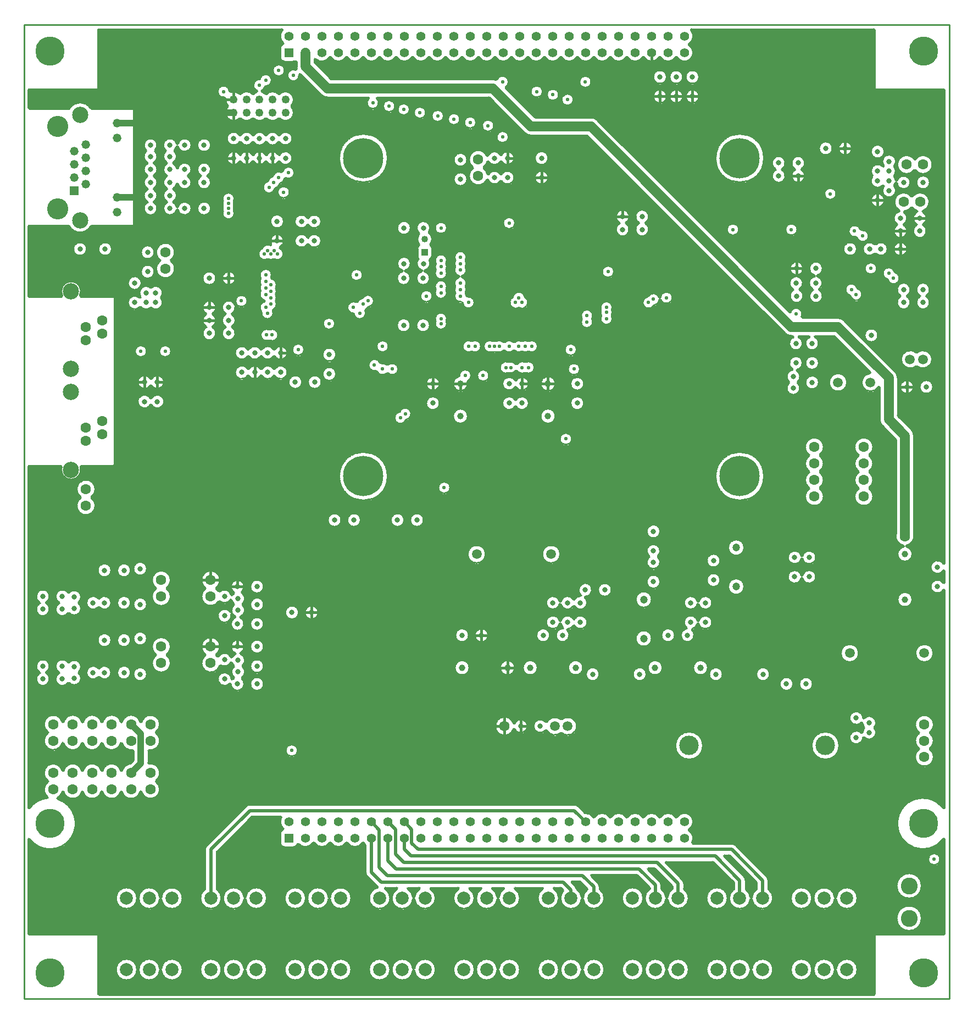
<source format=gbr>
*
*
G04 PADS Layout (Build Number 2005.266.2) generated Gerber (RS-274-X) file*
G04 PC Version=2.1*
*
%IN "cflora_base_1125.pcb"*%
*
%MOMM*%
*
%FSLAX35Y35*%
*
*
*
*
G04 PC Standard Apertures*
*
*
G04 Thermal Relief Aperture macro.*
%AMTER*
1,1,$1,0,0*
1,0,$1-$2,0,0*
21,0,$3,$4,0,0,45*
21,0,$3,$4,0,0,135*
%
*
*
G04 Annular Aperture macro.*
%AMANN*
1,1,$1,0,0*
1,0,$2,0,0*
%
*
*
G04 Odd Aperture macro.*
%AMODD*
1,1,$1,0,0*
1,0,$1-0.005,0,0*
%
*
*
G04 PC Custom Aperture Macros*
*
*
*
*
*
*
G04 PC Aperture Table*
*
%ADD033C,1.5*%
%ADD034R,1.4224X1.4224*%
%ADD035C,1.4224*%
%ADD036C,2*%
%ADD039C,2.5*%
%ADD055C,1.016*%
%ADD058C,0.254*%
%ADD061C,1*%
%ADD062C,0.8*%
%ADD063C,0.5*%
%ADD066C,1.2*%
%ADD103C,1.6*%
%ADD106C,1.25*%
%ADD107C,2.6*%
%ADD111R,1.3208X1.3208*%
%ADD112C,1.3208*%
%ADD113C,3.2512*%
%ADD114C,0.381*%
%ADD117C,6.2*%
%ADD118C,4.5*%
%ADD119R,1.016X1.016*%
%ADD123C,0.5588*%
%ADD124C,3*%
*
*
*
*
G04 PC Custom Flashes*
G04 Layer Name cflora_base_1125.pcb - flashes*
%LPD*%
*
*
G04 PC Circuitry*
G04 Layer Name cflora_base_1125.pcb - circuitry*
%LPD*%
*
G54D33*
G01X39055000Y20250000D03*
X39255000D03*
X33780000Y14600000D03*
X33580000D03*
X38125000Y15725000D03*
X39275000D03*
X33525000Y17250000D03*
X32375000D03*
X38445000Y19895000D03*
X37945000D03*
X38125000Y15725000D03*
X39275000D03*
X33525000Y17250000D03*
X32375000D03*
X38070000Y20620000D02*
X38725000Y19965000D01*
Y19325000*
X38975000Y19075000*
Y17525000*
X29736000Y24973000D02*
Y24764000D01*
X30075000Y24425000*
X32625000*
X33212500Y23837500*
X34137500*
X37225000Y20750000*
X37940000*
X38070000Y20620000*
G54D34*
X29482000Y24973000D03*
Y12873000D03*
G54D35*
Y25227000D03*
X29736000Y24973000D03*
Y25227000D03*
X29990000Y24973000D03*
Y25227000D03*
X30244000Y24973000D03*
Y25227000D03*
X30498000Y24973000D03*
Y25227000D03*
X30752000Y24973000D03*
Y25227000D03*
X31006000Y24973000D03*
Y25227000D03*
X31260000Y24973000D03*
Y25227000D03*
X31514000Y24973000D03*
Y25227000D03*
X31768000Y24973000D03*
Y25227000D03*
X32022000Y24973000D03*
Y25227000D03*
X32276000Y24973000D03*
Y25227000D03*
X32530000Y24973000D03*
Y25227000D03*
X32784000Y24973000D03*
Y25227000D03*
X33038000Y24973000D03*
Y25227000D03*
X33292000Y24973000D03*
Y25227000D03*
X33546000Y24973000D03*
Y25227000D03*
X33800000Y24973000D03*
Y25227000D03*
X34054000Y24973000D03*
Y25227000D03*
X34308000Y24973000D03*
Y25227000D03*
X34562000Y24973000D03*
Y25227000D03*
X34816000Y24973000D03*
Y25227000D03*
X35070000Y24973000D03*
Y25227000D03*
X35324000Y24973000D03*
Y25227000D03*
X35578000Y24973000D03*
Y25227000D03*
X29482000Y13127000D03*
X29736000Y12873000D03*
Y13127000D03*
X29990000Y12873000D03*
Y13127000D03*
X30244000Y12873000D03*
Y13127000D03*
X30498000Y12873000D03*
Y13127000D03*
X30752000Y12873000D03*
Y13127000D03*
X31006000Y12873000D03*
Y13127000D03*
X31260000Y12873000D03*
Y13127000D03*
X31514000Y12873000D03*
Y13127000D03*
X31768000Y12873000D03*
Y13127000D03*
X32022000Y12873000D03*
Y13127000D03*
X32276000Y12873000D03*
Y13127000D03*
X32530000Y12873000D03*
Y13127000D03*
X32784000Y12873000D03*
Y13127000D03*
X33038000Y12873000D03*
Y13127000D03*
X33292000Y12873000D03*
Y13127000D03*
X33546000Y12873000D03*
Y13127000D03*
X33800000Y12873000D03*
Y13127000D03*
X34054000Y12873000D03*
Y13127000D03*
X34308000Y12873000D03*
Y13127000D03*
X34562000Y12873000D03*
Y13127000D03*
X34816000Y12873000D03*
Y13127000D03*
X35070000Y12873000D03*
Y13127000D03*
X35324000Y12873000D03*
Y13127000D03*
X35578000Y12873000D03*
Y13127000D03*
G54D36*
X27679250Y10850000D03*
X27330000D03*
X26979250D03*
X28979250Y11950000D03*
X28630000D03*
X28279250D03*
X28979250Y10850000D03*
X28630000D03*
X28279250D03*
X30279250Y11950000D03*
X29930000D03*
X29579250D03*
X30279250Y10850000D03*
X29930000D03*
X29579250D03*
X31579250Y11950000D03*
X31230000D03*
X30879250D03*
X31579250Y10850000D03*
X31230000D03*
X30879250D03*
X32879250Y11950000D03*
X32530000D03*
X32179250D03*
X32879250Y10850000D03*
X32530000D03*
X32179250D03*
X34179250Y11950000D03*
X33830000D03*
X33479250D03*
X34179250Y10850000D03*
X33830000D03*
X33479250D03*
X35479250Y11950000D03*
X35130000D03*
X34779250D03*
X35479250Y10850000D03*
X35130000D03*
X34779250D03*
X36779250Y11950000D03*
X36430000D03*
X36079250D03*
X36779250Y10850000D03*
X36430000D03*
X36079250D03*
X27679250Y11950000D03*
X27330000D03*
X26979250D03*
X38079250D03*
X37730000D03*
X37379250D03*
X38079250Y10850000D03*
X37730000D03*
X37379250D03*
G54D39*
X26125000Y20100000D03*
Y21300000D03*
Y18550000D03*
Y19750000D03*
X26263900Y24018400D03*
Y22392800D03*
G54D55*
X31575000Y22100000D03*
G54D58*
X39515641Y12550000D02*
G75*
G03X39515641I-90641J0D01*
G01X39232701Y11639988D02*
G03X39232701I-192701J0D01*
G01Y12140012D02*
G03X39232701I-192701J0D01*
G01X39412701Y15725000D02*
G03X39412701I-137701J0D01*
G01X39407701Y19825000D02*
G03X39407701I-102701J0D01*
G01X39087701Y16550000D02*
G03X39087701I-112701J0D01*
G01X38262701Y15725000D02*
G03X38262701I-137701J0D01*
G01X37962701Y14300000D02*
G03X37962701I-212701J0D01*
G01X38082701Y19895000D02*
G03X38082701I-137701J0D01*
G01X37552701Y15250000D02*
G03X37552701I-102701J0D01*
G01X37252701D02*
G03X37252701I-102701J0D01*
G01X37647701Y19895000D02*
G03X37647701I-102701J0D01*
G01Y20195000D02*
G03X37647701I-102701J0D01*
G01X36890201Y15400000D02*
G03X36890201I-102701J0D01*
G01X36497701Y16750000D02*
G03X36497701I-122701J0D01*
G01Y17350000D02*
G03X36497701I-122701J0D01*
G01X36165201Y15400000D02*
G03X36165201I-102701J0D01*
G01X35862701Y14300000D02*
G03X35862701I-212701J0D01*
G01X35937701Y15500000D02*
G03X35937701I-112701J0D01*
G01X36127701Y16850000D02*
G03X36127701I-102701J0D01*
G01Y17150000D02*
G03X36127701I-102701J0D01*
G01X36802701Y18450000D02*
G03X36802701I-372701J0D01*
G01X35237701Y15500000D02*
G03X35237701I-112701J0D01*
G01X35427701Y16000000D02*
G03X35427701I-102701J0D01*
G01X34990201Y15400000D02*
G03X34990201I-102701J0D01*
G01X35072701Y15950000D02*
G03X35072701I-122701J0D01*
G01Y16550000D02*
G03X35072701I-122701J0D01*
G01X35202701Y16825000D02*
G03X35202701I-102701J0D01*
G01Y17600000D02*
G03X35202701I-102701J0D01*
G01X34265201Y15400000D02*
G03X34265201I-102701J0D01*
G01X34452701Y16700000D02*
G03X34452701I-102701J0D01*
G01X34490641Y21600000D02*
G03X34490641I-90641J0D01*
G01X34012701Y15500000D02*
G03X34012701I-112701J0D01*
G01X33662701Y17250000D02*
G03X33662701I-137701J0D01*
G01X33840641Y19025000D02*
G03X33840641I-90641J0D01*
G01X34027701Y19575000D02*
G03X34027701I-102701J0D01*
G01Y19875000D02*
G03X34027701I-102701J0D01*
G01X33965641Y20100000D02*
G03X33965641I-90641J0D01*
G01X33915641Y20400000D02*
G03X33915641I-90641J0D01*
G01X33587701Y19375000D02*
G03X33587701I-112701J0D01*
G01Y19875000D02*
G03X33587701I-112701J0D01*
G01X32962701Y15500000D02*
G03X32962701I-112701J0D01*
G01X32552701Y16000000D02*
G03X32552701I-102701J0D01*
G01X32262701Y15500000D02*
G03X32262701I-112701J0D01*
G01X32252701Y16000000D02*
G03X32252701I-102701J0D01*
G01X32512701Y17250000D02*
G03X32512701I-137701J0D01*
G01X32565641Y20000000D02*
G03X32565641I-90641J0D01*
G01X33477701Y23050000D02*
G03X33477701I-102701J0D01*
G01Y23350000D02*
G03X33477701I-102701J0D01*
G01X32965641Y22350000D02*
G03X32965641I-90641J0D01*
G01X32237701Y19375000D02*
G03X32237701I-112701J0D01*
G01X32865641Y23675000D02*
G03X32865641I-90641J0D01*
G01X32640641Y23850000D02*
G03X32640641I-90641J0D01*
G01X32227701Y23025000D02*
G03X32227701I-102701J0D01*
G01Y23325000D02*
G03X32227701I-102701J0D01*
G01X32365641Y23900000D02*
G03X32365641I-90641J0D01*
G01X31965641Y18275000D02*
G03X31965641I-90641J0D01*
G01X32115641Y23950000D02*
G03X32115641I-90641J0D01*
G01X31802701Y19575000D02*
G03X31802701I-102701J0D01*
G01Y19875000D02*
G03X31802701I-102701J0D01*
G01X31915641Y22275000D02*
G03X31915641I-90641J0D01*
G01X31557701Y17775000D02*
G03X31557701I-102701J0D01*
G01X31652701Y20775000D02*
G03X31652701I-102701J0D01*
G01X31690641Y21225000D02*
G03X31690641I-90641J0D01*
G01X31865641Y24000000D02*
G03X31865641I-90641J0D01*
G01X31590641Y24050000D02*
G03X31590641I-90641J0D01*
G01X31257701Y17775000D02*
G03X31257701I-102701J0D01*
G01X30587701D02*
G03X30587701I-102701J0D01*
G01X30287701D02*
G03X30287701I-102701J0D01*
G01X31002701Y18450000D02*
G03X31002701I-372701J0D01*
G01X31352701Y20775000D02*
G03X31352701I-102701J0D01*
G01X31357701Y22275000D02*
G03X31357701I-102701J0D01*
G01X31340641Y24100000D02*
G03X31340641I-90641J0D01*
G01X31015641Y20450000D02*
G03X31015641I-90641J0D01*
G01X30615641Y21550000D02*
G03X30615641I-90641J0D01*
G01X31002701Y23350000D02*
G03X31002701I-372701J0D01*
G01X31115641Y24150000D02*
G03X31115641I-90641J0D01*
G01X30207701Y20025000D02*
G03X30207701I-102701J0D01*
G01Y20325000D02*
G03X30207701I-102701J0D01*
G01X30190641Y20800000D02*
G03X30190641I-90641J0D01*
G01X29932701Y16350000D02*
G03X29932701I-102701J0D01*
G01X29982701Y19900000D02*
G03X29982701I-102701J0D01*
G01X29615641Y14225000D02*
G03X29615641I-90641J0D01*
G01X29632701Y16350000D02*
G03X29632701I-102701J0D01*
G01X29682701Y19900000D02*
G03X29682701I-102701J0D01*
G01X29715641Y20400000D02*
G03X29715641I-90641J0D01*
G01X29092701Y15250000D02*
G03X29092701I-102701J0D01*
G01Y15525000D02*
G03X29092701I-102701J0D01*
G01Y15825000D02*
G03X29092701I-102701J0D01*
G01Y16175000D02*
G03X29092701I-102701J0D01*
G01Y16475000D02*
G03X29092701I-102701J0D01*
G01Y16750000D02*
G03X29092701I-102701J0D01*
G01X29402701Y22375000D02*
G03X29402701I-102701J0D01*
G01X29490641Y22825000D02*
G03X29490641I-90641J0D01*
G01X28840641Y21150000D02*
G03X28840641I-90641J0D01*
G01X28657701Y21500000D02*
G03X28657701I-102701J0D01*
G01X29415641Y24700000D02*
G03X29415641I-90641J0D01*
G01X28357701Y21500000D02*
G03X28357701I-102701J0D01*
G01X28277701Y22575000D02*
G03X28277701I-102701J0D01*
G01Y23550000D02*
G03X28277701I-102701J0D01*
G01X27292701Y15400000D02*
G03X27292701I-102701J0D01*
G01Y15950000D02*
G03X27292701I-102701J0D01*
G01Y16475000D02*
G03X27292701I-102701J0D01*
G01Y17025000D02*
G03X27292701I-102701J0D01*
G01X27665641Y20375000D02*
G03X27665641I-90641J0D01*
G01X27290641D02*
G03X27290641I-90641J0D01*
G01X27042701Y15425000D02*
G03X27042701I-102701J0D01*
G01Y15925000D02*
G03X27042701I-102701J0D01*
G01Y16500000D02*
G03X27042701I-102701J0D01*
G01Y17000000D02*
G03X27042701I-102701J0D01*
G01X27407701Y21600000D02*
G03X27407701I-102701J0D01*
G01Y21900000D02*
G03X27407701I-102701J0D01*
G01X26742701Y15925000D02*
G03X26742701I-102701J0D01*
G01Y17000000D02*
G03X26742701I-102701J0D01*
G01X26752701Y21950000D02*
G03X26752701I-102701J0D01*
G01X26365201D02*
G03X26365201I-102701J0D01*
G01X33312701Y15500000D02*
G03X33312701I-112701J0D01*
G01X33502701Y16000000D02*
G03X33502701I-102701J0D01*
G01X39107701Y19825000D02*
G03X39107701I-102701J0D01*
G01X39357701Y22975000D02*
G03X39357701I-102701J0D01*
G01X38560201Y20620000D02*
G03X38560201I-102701J0D01*
G01X38540641Y21650000D02*
G03X38540641I-90641J0D01*
G01X38232701Y21950000D02*
G03X38232701I-102701J0D01*
G01X38157701Y23500000D02*
G03X38157701I-102701J0D01*
G01X37915641Y22800000D02*
G03X37915641I-90641J0D01*
G01X37857701Y23500000D02*
G03X37857701I-102701J0D01*
G01X37315641Y22250000D02*
G03X37315641I-90641J0D01*
G01X36415641D02*
G03X36415641I-90641J0D01*
G01X36802701Y23350000D02*
G03X36802701I-372701J0D01*
G01X35802701Y24300000D02*
G03X35802701I-102701J0D01*
G01Y24600000D02*
G03X35802701I-102701J0D01*
G01X35552701Y24300000D02*
G03X35552701I-102701J0D01*
G01Y24600000D02*
G03X35552701I-102701J0D01*
G01X35302701Y24300000D02*
G03X35302701I-102701J0D01*
G01Y24600000D02*
G03X35302701I-102701J0D01*
G01X34140641Y24525000D02*
G03X34140641I-90641J0D01*
G01X33865641Y24250000D02*
G03X33865641I-90641J0D01*
G01X33640641Y24325000D02*
G03X33640641I-90641J0D01*
G01X33390641Y24375000D02*
G03X33390641I-90641J0D01*
G01X39007701Y21950000D02*
G03X39007701I-102701J0D01*
G01X39587300Y17108285D02*
Y24399599D01*
X39587300D02*
G03X39574600Y24412299I-12700J0D01*
G01X39574600D02*
X38525000D01*
X38512299Y24425000D02*
G03X38525000Y24412299I12701J0D01*
G01X38512299Y24425000D02*
Y25324600D01*
X38512299D02*
G03X38499599Y25337300I-12700J0D01*
G01X38499599D02*
X35687282D01*
G03X35677810Y25316140I-0J-12700*
G01X35644737Y25111008D02*
G03X35677809Y25316140I-66737J115992D01*
G01X35644737Y25111008D02*
G03Y25088992I6333J-11008D01*
G01X35462008Y24906263D02*
G03X35644737Y25088992I115992J66737D01*
G01X35462008Y24906263D02*
G03X35439992I-11008J-6333D01*
G01X35208008D02*
G03X35439992I115992J66737D01*
G01X35208008D02*
G03X35185992I-11008J-6333D01*
G01X34954008D02*
G03X35185992I115992J66737D01*
G01X34954008D02*
G03X34931992I-11008J-6333D01*
G01X34700008D02*
G03X34931992I115992J66737D01*
G01X34700008D02*
G03X34677992I-11008J-6333D01*
G01X34446008D02*
G03X34677992I115992J66737D01*
G01X34446008D02*
G03X34423992I-11008J-6333D01*
G01X34192008D02*
G03X34423992I115992J66737D01*
G01X34192008D02*
G03X34169992I-11008J-6333D01*
G01X33938008D02*
G03X34169992I115992J66737D01*
G01X33938008D02*
G03X33915992I-11008J-6333D01*
G01X33684008D02*
G03X33915992I115992J66737D01*
G01X33684008D02*
G03X33661992I-11008J-6333D01*
G01X33430008D02*
G03X33661992I115992J66737D01*
G01X33430008D02*
G03X33407992I-11008J-6333D01*
G01X33176008D02*
G03X33407992I115992J66737D01*
G01X33176008D02*
G03X33153992I-11008J-6333D01*
G01X32922008D02*
G03X33153992I115992J66737D01*
G01X32922008D02*
G03X32899992I-11008J-6333D01*
G01X32668008D02*
G03X32899992I115992J66737D01*
G01X32668008D02*
G03X32645992I-11008J-6333D01*
G01X32414008D02*
G03X32645992I115992J66737D01*
G01X32414008D02*
G03X32391992I-11008J-6333D01*
G01X32160008D02*
G03X32391992I115992J66737D01*
G01X32160008D02*
G03X32137992I-11008J-6333D01*
G01X31906008D02*
G03X32137992I115992J66737D01*
G01X31906008D02*
G03X31883992I-11008J-6333D01*
G01X31652008D02*
G03X31883992I115992J66737D01*
G01X31652008D02*
G03X31629992I-11008J-6333D01*
G01X31398008D02*
G03X31629992I115992J66737D01*
G01X31398008D02*
G03X31375992I-11008J-6333D01*
G01X31144008D02*
G03X31375992I115992J66737D01*
G01X31144008D02*
G03X31121992I-11008J-6333D01*
G01X30890008D02*
G03X31121992I115992J66737D01*
G01X30890008D02*
G03X30867992I-11008J-6333D01*
G01X30636008D02*
G03X30867992I115992J66737D01*
G01X30636008D02*
G03X30613992I-11008J-6333D01*
G01X30382008D02*
G03X30613992I115992J66737D01*
G01X30382008D02*
G03X30359992I-11008J-6333D01*
G01X30128008D02*
G03X30359992I115992J66737D01*
G01X30128008D02*
G03X30105992I-11008J-6333D01*
G01X29895380Y24878369D02*
G03X30105992Y24906263I94620J94631D01*
G01X29895380Y24878369D02*
G03X29873701Y24869388I-8979J-8981D01*
G01X29873701D02*
Y24826298D01*
X29873701D02*
G03X29877420Y24817318I12700J0D01*
G01X30128318Y24566420*
G03X30137298Y24562701I8980J8981*
G01X30137298D02*
X32625000D01*
X32675126Y24553253D02*
G03X32625000Y24562701I-50126J-128253D01*
G01X32675126Y24553253D02*
G03X32691455Y24560156I4623J11829D01*
G01X32820611Y24446672D02*
G03X32691455Y24560156I-45611J78328D01*
G01X32820611Y24446672D02*
G03X32818022Y24426717I6391J-10975D01*
G01Y24426716D02*
X33265818Y23978920D01*
G03X33274798Y23975201I8980J8981*
G01X33274798D02*
X34137500D01*
X34234869Y23934869D02*
G03X34137500Y23975201I-97369J-97369D01*
G01X34234869Y23934869D02*
X37193769Y20975969D01*
X37193769D02*
G03X37214700Y20980655I8980J8981D01*
G01X37379518Y20906496D02*
G03X37214701Y20980654I-79518J43504D01*
G01X37379518Y20906496D02*
G03X37390660Y20887701I11142J-6095D01*
G01X37390660D02*
X37940000D01*
X38037369Y20847369D02*
G03X37940000Y20887701I-97369J-97369D01*
G01X38037369Y20847369D02*
X38167369Y20717369D01*
X38822369Y20062369*
X38862701Y19965000D02*
G03X38822369Y20062369I-137701J0D01*
G01X38862701Y19965000D02*
Y19387298D01*
X38862701D02*
G03X38866420Y19378318I12700J0D01*
G01X39072369Y19172369*
X39112701Y19075000D02*
G03X39072369Y19172369I-137701J0D01*
G01X39112701Y19075000D02*
Y17564102D01*
X39112701D02*
G03X39113109Y17560907I12700J0D01*
G01X39000915Y17384672D02*
G03X39113109Y17560907I-25915J140328D01*
G01X39000915Y17384672D02*
G03X39000364Y17359810I2307J-12488D01*
G01X38949637Y17359809D02*
G03X39000363I25363J-109809D01*
G01X38949636D02*
G03X38949085Y17384672I-2858J12375D01*
G01X38836891Y17560907D02*
G03X38949085Y17384672I138109J-35907D01*
G01X38836891Y17560907D02*
G03X38837299Y17564102I-12292J3195D01*
G01X38837299D02*
Y19012702D01*
X38837299D02*
G03X38833580Y19021682I-12700J0D01*
G01X38627631Y19227631*
X38587299Y19325000D02*
G03X38627631Y19227631I137701J0D01*
G01X38587299Y19325000D02*
Y19818683D01*
X38587299D02*
G03X38563656Y19825127I-12700J-0D01*
G01X38433489Y20032218D02*
G03X38563656Y19825127I11511J-137218D01*
G01X38433489Y20032219D02*
G03X38441408Y20053854I-1062J12655D01*
G01X37972631Y20522631*
X37886682Y20608580*
G03X37877702Y20612299I-8980J-8981*
G01X37877702D02*
X37593747D01*
X37593747D02*
G03X37588382Y20588088I-0J-12700D01*
G01X37501618D02*
G03X37588382I43382J-93088D01*
G01X37501618D02*
G03X37496253Y20612299I-5365J11511D01*
G01X37496253D02*
X37343747D01*
X37343747D02*
G03X37338382Y20588088I-0J-12700D01*
G01X37251618D02*
G03X37338382I43382J-93088D01*
G01X37251618D02*
G03X37246253Y20612299I-5365J11511D01*
G01X37246253D02*
X37225000D01*
X37127631Y20652631D02*
G03X37225000Y20612299I97369J97369D01*
G01X37127631Y20652631D02*
X34084182Y23696080D01*
G03X34075202Y23699799I-8980J-8981*
G01X34075202D02*
X33212500D01*
X33115131Y23740131D02*
G03X33212500Y23699799I97369J97369D01*
G01X33115131Y23740131D02*
X32571682Y24283580D01*
G03X32562702Y24287299I-8980J-8981*
G01X32562702D02*
X30846514D01*
X30846514D02*
G03X30837725Y24265432I-0J-12700D01*
G01X30712275D02*
G03X30837725I62725J-65432D01*
G01X30712275D02*
G03X30703486Y24287299I-8789J9167D01*
G01X30703486D02*
X30075000D01*
X29977631Y24327631D02*
G03X30075000Y24287299I97369J97369D01*
G01X29977631Y24327631D02*
X29661893Y24643369D01*
Y24643368D02*
G03X29640266Y24633234I-8980J-8980D01*
G01X29587203Y24707654D02*
G03X29640266Y24633234I-37203J-82654D01*
G01X29587203Y24707654D02*
G03X29604540Y24723015I5213J11581D01*
G01X29598299Y24764000D02*
G03X29604540Y24723015I137701J0D01*
G01X29598299Y24764000D02*
Y24833834D01*
X29598299D02*
G03X29580129Y24845295I-12700J-0D01*
G01X29553120Y24839180D02*
G03X29580129Y24845295I0J62700D01*
G01X29553120Y24839179D02*
X29410880D01*
X29348179Y24901880D02*
G03X29410880Y24839179I62701J0D01*
G01X29348179Y24901880D02*
Y25044120D01*
X29390890Y25103549D02*
G03X29348179Y25044120I19990J-59429D01*
G01X29390890Y25103549D02*
G03X29395089Y25125243I-4049J12037D01*
G01X29382190Y25316140D02*
G03X29395089Y25125243I99810J-89140D01*
G01X29382190Y25316140D02*
G03X29372718Y25337300I-9472J8460D01*
G01X26550401*
X26550401D02*
G03X26537701Y25324600I-0J-12700D01*
G01X26537701D02*
Y24425000D01*
X26525000Y24412299D02*
G03X26537701Y24425000I0J12701D01*
G01X26525000Y24412299D02*
X25475400D01*
X25475400D02*
G03X25462700Y24399599I0J-12700D01*
G01X25462700D02*
Y24125401D01*
X25462700D02*
G03X25475400Y24112701I12700J-0D01*
G01X25475400D02*
X26094456D01*
X26094456D02*
G03X26105194Y24118620I0J12700D01*
G01X26422606D02*
G03X26105194I-158706J-100220D01*
G01X26422606D02*
G03X26433344Y24112701I10738J6781D01*
G01X26433344D02*
X27075000D01*
X27087701Y24100000D02*
G03X27075000Y24112701I-12701J0D01*
G01X27087701Y24100000D02*
Y22325000D01*
X27075000Y22312299D02*
G03X27087701Y22325000I0J12701D01*
G01X27075000Y22312299D02*
X26441309D01*
X26441309D02*
G03X26430066Y22305506I0J-12700D01*
G01X26097734D02*
G03X26430066I166166J87294D01*
G01X26097734D02*
G03X26086491Y22312299I-11243J-5907D01*
G01X26086491D02*
X25475400D01*
X25475400D02*
G03X25462700Y22299599I0J-12700D01*
G01X25462700D02*
Y21225401D01*
X25462700D02*
G03X25475400Y21212701I12700J-0D01*
G01X25475400D02*
X25978713D01*
X25978713D02*
G03X25990026Y21231170I-0J12700D01*
G01X26259974D02*
G03X25990026I-134974J68830D01*
G01X26259974D02*
G03X26271287Y21212701I11313J-5769D01*
G01X26271287D02*
X26775000D01*
X26787701Y21200000D02*
G03X26775000Y21212701I-12701J0D01*
G01X26787701Y21200000D02*
Y18625000D01*
X26775000Y18612299D02*
G03X26787701Y18625000I0J12701D01*
G01X26775000Y18612299D02*
X26281541D01*
X26281541D02*
G03X26269434Y18595763I-0J-12700D01*
G01X25980566D02*
G03X26269434I144434J-45763D01*
G01X25980566Y18595764D02*
G03X25968459Y18612299I-12107J3835D01*
G01X25968459D02*
X25475400D01*
X25475400D02*
G03X25462700Y18599599I0J-12700D01*
G01X25462700D02*
Y13344181D01*
G03X25485549Y13336547I12700J0*
G01X25754607Y13490862D02*
G03X25485549Y13336547I45393J-390862D01*
G01X25754607Y13490862D02*
G03X25761057Y13513409I-1465J12615D01*
G01X25767763Y13741621D02*
G03X25761057Y13513409I82237J-116621D01*
G01X25767763Y13741621D02*
G03Y13762379I-7319J10379D01*
G01X25987741Y13916293D02*
G03X25767763Y13762379I-137741J-37293D01*
G01X25987741Y13916293D02*
G03X26012259I12259J3319D01*
G01X26287741D02*
G03X26012259I-137741J-37293D01*
G01X26287741D02*
G03X26312259I12259J3319D01*
G01X26587741D02*
G03X26312259I-137741J-37293D01*
G01X26587741D02*
G03X26612259I12259J3319D01*
G01X26887741D02*
G03X26612259I-137741J-37293D01*
G01X26887741D02*
G03X26912259I12259J3319D01*
G01X27028171Y14020021D02*
G03X26912259Y13916293I21829J-141021D01*
G01X27028171Y14020021D02*
G03X27035209Y14023591I-1943J12551D01*
G01X27083580Y14071962*
X27083580D02*
G03X27087299Y14080943I-8981J8981D01*
G01X27087299D02*
Y14221559D01*
X27087299D02*
G03X27072589Y14234099I-12700J-0D01*
G01X26912259Y14337707D02*
G03X27072589Y14234099I137741J37293D01*
G01X26912259Y14337707D02*
G03X26887741I-12259J-3319D01*
G01X26612259D02*
G03X26887741I137741J37293D01*
G01X26612259D02*
G03X26587741I-12259J-3319D01*
G01X26312259D02*
G03X26587741I137741J37293D01*
G01X26312259D02*
G03X26287741I-12259J-3319D01*
G01X26012259D02*
G03X26287741I137741J37293D01*
G01X26012259D02*
G03X25987741I-12259J-3319D01*
G01X25767763Y14491621D02*
G03X25987741Y14337707I82237J-116621D01*
G01X25767763Y14491621D02*
G03Y14512379I-7319J10379D01*
G01X25987741Y14666293D02*
G03X25767763Y14512379I-137741J-37293D01*
G01X25987741Y14666293D02*
G03X26012259I12259J3319D01*
G01X26287741D02*
G03X26012259I-137741J-37293D01*
G01X26287741D02*
G03X26312259I12259J3319D01*
G01X26587741D02*
G03X26312259I-137741J-37293D01*
G01X26587741D02*
G03X26612259I12259J3319D01*
G01X26887741D02*
G03X26612259I-137741J-37293D01*
G01X26887741D02*
G03X26912259I12259J3319D01*
G01X27187741D02*
G03X26912259I-137741J-37293D01*
G01X27187741D02*
G03X27212259I12259J3319D01*
G01X27432237Y14512379D02*
G03X27212259Y14666293I-82237J116621D01*
G01X27432237Y14512379D02*
G03Y14491621I7319J-10379D01*
G01X27327411Y14234099D02*
G03X27432237Y14491621I22589J140901D01*
G01X27327411Y14234099D02*
G03X27312701Y14221559I-2010J-12540D01*
G01X27312701D02*
Y14032441D01*
X27312701D02*
G03X27327411Y14019901I12700J0D01*
G01X27432237Y13762379D02*
G03X27327411Y14019901I-82237J116621D01*
G01X27432237Y13762379D02*
G03Y13741621I7319J-10379D01*
G01X27212259Y13587707D02*
G03X27432237Y13741621I137741J37293D01*
G01X27212259Y13587707D02*
G03X27187741I-12259J-3319D01*
G01X26912259D02*
G03X27187741I137741J37293D01*
G01X26912259D02*
G03X26887741I-12259J-3319D01*
G01X26612259D02*
G03X26887741I137741J37293D01*
G01X26612259D02*
G03X26587741I-12259J-3319D01*
G01X26312259D02*
G03X26587741I137741J37293D01*
G01X26312259D02*
G03X26287741I-12259J-3319D01*
G01X26012259D02*
G03X26287741I137741J37293D01*
G01X26012259D02*
G03X25987741I-12259J-3319D01*
G01X25916279Y13498626D02*
G03X25987741Y13587707I-66279J126374D01*
G01X25916279Y13498625D02*
G03X25918358Y13475267I5899J-11246D01*
G01X25485549Y12863453D02*
G03X25918358Y13475267I314451J236547D01*
G01X25485549Y12863453D02*
G03X25462700Y12855819I-10149J-7634D01*
G01Y11400401*
X25462700D02*
G03X25475400Y11387701I12700J-0D01*
G01X25475400D02*
X26525000D01*
X26537701Y11375000D02*
G03X26525000Y11387701I-12701J0D01*
G01X26537701Y11375000D02*
Y10475400D01*
X26537701D02*
G03X26550401Y10462700I12700J0D01*
G01X26550401D02*
X38499599D01*
X38499599D02*
G03X38512299Y10475400I0J12700D01*
G01X38512299D02*
Y11375000D01*
X38525000Y11387701D02*
G03X38512299Y11375000I0J-12701D01*
G01X38525000Y11387701D02*
X39574600D01*
X39574600D02*
G03X39587300Y11400401I0J12700D01*
G01X39587300D02*
Y12855819D01*
G03X39564451Y12863453I-12700J-0*
G01Y13336547D02*
G03Y12863453I-314451J-236547D01*
G01Y13336547D02*
G03X39587300Y13344181I10149J7634D01*
G01Y16691715*
G03X39563639Y16698129I-12700J0*
G01Y16801870D02*
G03Y16698130I-88639J-51870D01*
G01Y16801871D02*
G03X39587300Y16808285I10961J6414D01*
G01Y16991715*
G03X39563639Y16998129I-12700J0*
G01Y17101870D02*
G03Y16998130I-88639J-51870D01*
G01Y17101871D02*
G03X39587300Y17108285I10961J6414D01*
G01X36691549Y12093823D02*
Y12183413D01*
X36691549D02*
G03X36687830Y12192393I-12700J-0D01*
G01X36271643Y12608580*
G03X36262663Y12612299I-8980J-8981*
G01X36262663D02*
X36197388D01*
X36197388D02*
G03X36188408Y12590619I0J-12700D01*
G01X36492014Y12287014*
X36517700Y12225000D02*
G03X36492014Y12287014I-87700J0D01*
G01X36517701Y12225000D02*
Y12093823D01*
X36517701D02*
G03X36523131Y12083410I12700J0D01*
G01X36591981Y11965283D02*
G03X36523131Y12083409I-161981J-15283D01*
G01X36591981Y11965283D02*
G03X36617269I12644J1193D01*
G01X36686119Y12083409D02*
G03X36617269Y11965283I93131J-133409D01*
G01X36686119Y12083410D02*
G03X36691549Y12093823I-7270J10413D01*
G01X34080538Y12079334D02*
G03X34081813Y12098410I-7706J10096D01*
G01X33971643Y12208580*
G03X33962663Y12212299I-8980J-8981*
G01X33962663D02*
X33847388D01*
X33847388D02*
G03X33838408Y12190619I0J-12700D01*
G01X33892014Y12137014*
X33915900Y12092680D02*
G03X33892014Y12137014I-85900J-17680D01*
G01X33915900Y12092680D02*
G03X33921219Y12084724I12439J2560D01*
G01X33991981Y11965283D02*
G03X33921219Y12084724I-161981J-15283D01*
G01X33991981Y11965283D02*
G03X34017269I12644J1193D01*
G01X34080538Y12079334D02*
G03X34017269Y11965283I98712J-129334D01*
G01X32794309Y12088768D02*
G03X32787678Y12112299I-6631J10831D01*
G01X32787678D02*
X32621572D01*
X32621572D02*
G03X32614941Y12088768I-0J-12700D01*
G01X32691981Y11965283D02*
G03X32614941Y12088768I-161981J-15283D01*
G01X32691981Y11965283D02*
G03X32717269I12644J1193D01*
G01X32794309Y12088768D02*
G03X32717269Y11965283I84941J-138768D01*
G01X31494309Y12088768D02*
G03X31487678Y12112299I-6631J10831D01*
G01X31487678D02*
X31321572D01*
X31321572D02*
G03X31314941Y12088768I-0J-12700D01*
G01X31391981Y11965283D02*
G03X31314941Y12088768I-161981J-15283D01*
G01X31391981Y11965283D02*
G03X31417269I12644J1193D01*
G01X31494309Y12088768D02*
G03X31417269Y11965283I84941J-138768D01*
G01X35391549Y12093823D02*
Y12133413D01*
X35391549D02*
G03X35387830Y12142393I-12700J-0D01*
G01X35121643Y12408580*
G03X35112663Y12412299I-8980J-8981*
G01X35112663D02*
X35022388D01*
X35022388D02*
G03X35013408Y12390619I0J-12700D01*
G01X35192014Y12212014*
X35217700Y12150000D02*
G03X35192014Y12212014I-87700J0D01*
G01X35217701Y12150000D02*
Y12093823D01*
X35217701D02*
G03X35223131Y12083410I12700J0D01*
G01X35291981Y11965283D02*
G03X35223131Y12083409I-161981J-15283D01*
G01X35291981Y11965283D02*
G03X35317269I12644J1193D01*
G01X35386119Y12083409D02*
G03X35317269Y11965283I93131J-133409D01*
G01X35386119Y12083410D02*
G03X35391549Y12093823I-7270J10413D01*
G01X39515641Y12550000D02*
G03X39515641I-90641J0D01*
G01X39232701Y11639988D02*
G03X39232701I-192701J0D01*
G01Y12140012D02*
G03X39232701I-192701J0D01*
G01X39359782Y14510216D02*
G03X39190218I-84782J114784D01*
G01X39359782Y14510215D02*
G03Y14489785I7545J-10215D01*
G01Y14260216D02*
G03Y14489784I-84782J114784D01*
G01Y14260215D02*
G03Y14239785I7545J-10215D01*
G01X39190218Y14239784D02*
G03X39359782I84782J-114784D01*
G01X39190218Y14239785D02*
G03Y14260215I-7545J10215D01*
G01Y14489784D02*
G03Y14260216I84782J-114784D01*
G01Y14489785D02*
G03Y14510215I-7545J10215D01*
G01X39412701Y15725000D02*
G03X39412701I-137701J0D01*
G01X39407701Y19825000D02*
G03X39407701I-102701J0D01*
G01X39087701Y16550000D02*
G03X39087701I-112701J0D01*
G01X37917269Y10834717D02*
G03Y10865283I161981J15283D01*
G01Y10834717D02*
G03X37891981I-12644J-1193D01*
G01X37567323Y10847224D02*
G03X37891981Y10834717I162677J2776D01*
G01X37567323Y10847224D02*
G03X37566967Y10850000I-12698J-217D01*
X37567323Y10852776I-12342J2993*
G01X37891981Y10865283D02*
G03X37567323Y10852776I-161981J-15283D01*
G01X37891981Y10865283D02*
G03X37917269I12644J1193D01*
G01Y11934717D02*
G03Y11965283I161981J15283D01*
G01Y11934717D02*
G03X37891981I-12644J-1193D01*
G01X37567323Y11947224D02*
G03X37891981Y11934717I162677J2776D01*
G01X37567323Y11947224D02*
G03X37566967Y11950000I-12698J-217D01*
X37567323Y11952776I-12342J2993*
G01X37891981Y11965283D02*
G03X37567323Y11952776I-161981J-15283D01*
G01X37891981Y11965283D02*
G03X37917269I12644J1193D01*
G01X38503053Y14583254D02*
G03X38349665Y14719800I-78053J66746D01*
G01X38503054Y14583254D02*
G03Y14566746I9652J-8254D01*
G01X38349665Y14430200D02*
G03X38503053Y14566746I75335J69800D01*
G01X38349665Y14430199D02*
G03X38327655Y14421946I-9316J-8631D01*
G01X38300334Y14494800D02*
G03X38327655Y14421946I-75334J-69800D01*
G01X38300335Y14494801D02*
G03X38322345Y14503054I9316J8631D01*
G01X38346947Y14566746D02*
G03X38322345Y14503054I78053J-66746D01*
G01X38346946Y14566746D02*
G03Y14583254I-9652J8254D01*
G01X38322345Y14646946D02*
G03X38346947Y14583254I102655J3054D01*
G01X38322345Y14646946D02*
G03X38300335Y14655200I-12694J-378D01*
G01X38327655Y14728054D02*
G03X38300335Y14655200I-102655J-3054D01*
G01X38327655Y14728054D02*
G03X38349665Y14719800I12694J378D01*
G01X38262701Y15725000D02*
G03X38262701I-137701J0D01*
G01X38424237Y18783379D02*
G03X38259763I-82237J116621D01*
G01X38424237D02*
G03Y18762621I7319J-10379D01*
G01Y18529379D02*
G03Y18762621I-82237J116621D01*
G01Y18529379D02*
G03Y18508621I7319J-10379D01*
G01Y18275379D02*
G03Y18508621I-82237J116621D01*
G01Y18275379D02*
G03Y18254621I7319J-10379D01*
G01X38259763D02*
G03X38424237I82237J-116621D01*
G01X38259763D02*
G03Y18275379I-7319J10379D01*
G01Y18508621D02*
G03Y18275379I82237J-116621D01*
G01Y18508621D02*
G03Y18529379I-7319J10379D01*
G01Y18762621D02*
G03Y18529379I82237J-116621D01*
G01Y18762621D02*
G03Y18783379I-7319J10379D01*
G01X37542283Y10850000D02*
G03X37541927Y10847224I12342J-2993D01*
G01Y10852776D02*
G03Y10847224I-162677J-2776D01*
G01Y10852776D02*
G03X37542283Y10850000I12698J217D01*
G01Y11950000D02*
G03X37541927Y11947224I12342J-2993D01*
G01Y11952776D02*
G03Y11947224I-162677J-2776D01*
G01Y11952776D02*
G03X37542283Y11950000I12698J217D01*
G01X37962701Y14300000D02*
G03X37962701I-212701J0D01*
G01X38082701Y19895000D02*
G03X38082701I-137701J0D01*
G01X37552701Y15250000D02*
G03X37552701I-102701J0D01*
G01X37252701D02*
G03X37252701I-102701J0D01*
G01X37399881Y16877119D02*
G03Y16922881I100119J22881D01*
G01Y16877119D02*
G03X37375119I-12381J-2830D01*
G01Y16922881D02*
G03Y16877119I-100119J-22881D01*
G01Y16922881D02*
G03X37399881I12381J2830D01*
G01Y17177119D02*
G03Y17222881I100119J22881D01*
G01Y17177119D02*
G03X37375119I-12381J-2830D01*
G01Y17222881D02*
G03Y17177119I-100119J-22881D01*
G01Y17222881D02*
G03X37399881I12381J2830D01*
G01X37662237Y18783379D02*
G03X37497763I-82237J116621D01*
G01X37662237D02*
G03Y18762621I7319J-10379D01*
G01Y18529379D02*
G03Y18762621I-82237J116621D01*
G01Y18529379D02*
G03Y18508621I7319J-10379D01*
G01Y18275379D02*
G03Y18508621I-82237J116621D01*
G01Y18275379D02*
G03Y18254621I7319J-10379D01*
G01X37497763D02*
G03X37662237I82237J-116621D01*
G01X37497763D02*
G03Y18275379I-7319J10379D01*
G01Y18508621D02*
G03Y18275379I82237J-116621D01*
G01Y18508621D02*
G03Y18529379I-7319J10379D01*
G01Y18762621D02*
G03Y18529379I82237J-116621D01*
G01Y18762621D02*
G03Y18783379I-7319J10379D01*
G01X37647701Y19895000D02*
G03X37647701I-102701J0D01*
G01Y20195000D02*
G03X37647701I-102701J0D01*
G01X37314260Y20094122D02*
G03X37240409Y20108010I-19260J100878D01*
G01X37314260Y20094122D02*
G03X37309891Y20070890I2382J-12475D01*
G01X37320783Y19904784D02*
G03X37309891Y20070890I-65483J79116D01*
G01X37320783Y19904784D02*
G03Y19885216I8097J-9784D01*
G01X37189817D02*
G03X37320783I65483J-79116D01*
G01X37189817D02*
G03Y19904784I-8097J9784D01*
G01X37236040Y20084778D02*
G03X37189817Y19904784I19260J-100878D01*
G01X37236040Y20084778D02*
G03X37240409Y20108010I-2382J12475D01*
G01X36617269Y10834717D02*
G03Y10865283I161981J15283D01*
G01Y10834717D02*
G03X36591981I-12644J-1193D01*
G01X36267323Y10847224D02*
G03X36591981Y10834717I162677J2776D01*
G01X36267323Y10847224D02*
G03X36266967Y10850000I-12698J-217D01*
X36267323Y10852776I-12342J2993*
G01X36591981Y10865283D02*
G03X36267323Y10852776I-161981J-15283D01*
G01X36591981Y10865283D02*
G03X36617269I12644J1193D01*
G01Y11934717D02*
G03X36872381Y12083409I161981J15283D01*
G01X36617269Y11934717D02*
G03X36591981I-12644J-1193D01*
G01X36267323Y11947224D02*
G03X36591981Y11934717I162677J2776D01*
G01X36267323Y11947224D02*
G03X36266967Y11950000I-12698J-217D01*
X36267323Y11952776I-12342J2993*
G01X36336869Y12083409D02*
G03X36267323Y11952776I93131J-133409D01*
G01X36336869Y12083410D02*
G03X36342299Y12093823I-7270J10413D01*
G01X36342299D02*
Y12183413D01*
X36342299D02*
G03X36338580Y12192393I-12700J-0D01*
G01X36022393Y12508580*
G03X36013413Y12512299I-8980J-8981*
G01X36013413D02*
X35296638D01*
X35296638D02*
G03X35287658Y12490619I0J-12700D01*
G01X35541264Y12237014*
X35566950Y12175000D02*
G03X35541264Y12237014I-87700J0D01*
G01X35566951Y12175000D02*
Y12093823D01*
X35566951D02*
G03X35572381Y12083410I12700J0D01*
G01X35317269Y11934717D02*
G03X35572381Y12083409I161981J15283D01*
G01X35317269Y11934717D02*
G03X35291981I-12644J-1193D01*
G01X34967323Y11947224D02*
G03X35291981Y11934717I162677J2776D01*
G01X34967323Y11947224D02*
G03X34966967Y11950000I-12698J-217D01*
X34967323Y11952776I-12342J2993*
G01X35036869Y12083409D02*
G03X34967323Y11952776I93131J-133409D01*
G01X35036869Y12083410D02*
G03X35042299Y12093823I-7270J10413D01*
G01X35042299D02*
Y12108413D01*
X35042299D02*
G03X35038580Y12117393I-12700J-0D01*
G01X34847393Y12308580*
G03X34838413Y12312299I-8980J-8981*
G01X34838413D02*
X34146638D01*
X34146638D02*
G03X34137658Y12290619I0J-12700D01*
G01X34241264Y12187014*
X34266950Y12125000D02*
G03X34241264Y12187014I-87700J0D01*
G01X34266951Y12125000D02*
Y12093823D01*
X34266951D02*
G03X34272381Y12083410I12700J0D01*
G01X34017269Y11934717D02*
G03X34272381Y12083409I161981J15283D01*
G01X34017269Y11934717D02*
G03X33991981I-12644J-1193D01*
G01X33667323Y11947224D02*
G03X33991981Y11934717I162677J2776D01*
G01X33667323Y11947224D02*
G03X33666967Y11950000I-12698J-217D01*
X33667323Y11952776I-12342J2993*
G01X33707345Y12056898D02*
G03X33667323Y11952776I122655J-106898D01*
G01X33707345Y12056898D02*
G03X33706751Y12074222I-9575J8344D01*
G01X33672393Y12108580*
G03X33663413Y12112299I-8980J-8981*
G01X33663413D02*
X33570822D01*
X33570822D02*
G03X33564191Y12088768I-0J-12700D01*
G01X33641927Y11952776D02*
G03X33564191Y12088768I-162677J-2776D01*
G01X33641927Y11952776D02*
G03X33642283Y11950000I12698J217D01*
X33641927Y11947224I12342J-2993*
G01X33394309Y12088768D02*
G03X33641927Y11947224I84941J-138768D01*
G01X33394309Y12088768D02*
G03X33387678Y12112299I-6631J10831D01*
G01X33387678D02*
X32970822D01*
X32970822D02*
G03X32964191Y12088768I-0J-12700D01*
G01X32717269Y11934717D02*
G03X32964191Y12088768I161981J15283D01*
G01X32717269Y11934717D02*
G03X32691981I-12644J-1193D01*
G01X32367323Y11947224D02*
G03X32691981Y11934717I162677J2776D01*
G01X32367323Y11947224D02*
G03X32366967Y11950000I-12698J-217D01*
X32367323Y11952776I-12342J2993*
G01X32445059Y12088768D02*
G03X32367323Y11952776I84941J-138768D01*
G01X32445059Y12088768D02*
G03X32438428Y12112299I-6631J10831D01*
G01X32438428D02*
X32270822D01*
X32270822D02*
G03X32264191Y12088768I-0J-12700D01*
G01X32341927Y11952776D02*
G03X32264191Y12088768I-162677J-2776D01*
G01X32341927Y11952776D02*
G03X32342283Y11950000I12698J217D01*
X32341927Y11947224I12342J-2993*
G01X32094309Y12088768D02*
G03X32341927Y11947224I84941J-138768D01*
G01X32094309Y12088768D02*
G03X32087678Y12112299I-6631J10831D01*
G01X32087678D02*
X31670822D01*
X31670822D02*
G03X31664191Y12088768I-0J-12700D01*
G01X31417269Y11934717D02*
G03X31664191Y12088768I161981J15283D01*
G01X31417269Y11934717D02*
G03X31391981I-12644J-1193D01*
G01X31067323Y11947224D02*
G03X31391981Y11934717I162677J2776D01*
G01X31067323Y11947224D02*
G03X31066967Y11950000I-12698J-217D01*
X31067323Y11952776I-12342J2993*
G01X31145059Y12088768D02*
G03X31067323Y11952776I84941J-138768D01*
G01X31145059Y12088768D02*
G03X31138428Y12112299I-6631J10831D01*
G01X31138428D02*
X30970822D01*
X30970822D02*
G03X30964191Y12088768I-0J-12700D01*
G01X31041927Y11952776D02*
G03X30964191Y12088768I-162677J-2776D01*
G01X31041927Y11952776D02*
G03X31042283Y11950000I12698J217D01*
X31041927Y11947224I12342J-2993*
G01X30842913Y12108591D02*
G03X31041927Y11947224I36337J-158591D01*
G01X30842913Y12108591D02*
G03X30847909Y12130967I-2837J12379D01*
G01X30839986Y12137986D02*
G03X30847909Y12130967I62014J62014D01*
G01X30839986Y12137986D02*
X30689986Y12287986D01*
X30664300Y12350000D02*
G03X30689986Y12287986I87700J0D01*
G01X30664299Y12350000D02*
Y12766285D01*
X30664299D02*
G03X30660302Y12775535I-12700J0D01*
G01X30636008Y12806263D02*
G03X30660302Y12775535I115992J66737D01*
G01X30636008Y12806263D02*
G03X30613992I-11008J-6333D01*
G01X30382008D02*
G03X30613992I115992J66737D01*
G01X30382008D02*
G03X30359992I-11008J-6333D01*
G01X30128008D02*
G03X30359992I115992J66737D01*
G01X30128008D02*
G03X30105992I-11008J-6333D01*
G01X29874008D02*
G03X30105992I115992J66737D01*
G01X29874008D02*
G03X29851992I-11008J-6333D01*
G01X29634243Y12786089D02*
G03X29851992Y12806263I101757J86911D01*
G01X29634243Y12786089D02*
G03X29612549Y12781890I-9657J-8248D01*
G01X29553120Y12739180D02*
G03X29612549Y12781890I0J62700D01*
G01X29553120Y12739179D02*
X29410880D01*
X29348179Y12801880D02*
G03X29410880Y12739179I62701J0D01*
G01X29348179Y12801880D02*
Y12944120D01*
X29390890Y13003549D02*
G03X29348179Y12944120I19990J-59429D01*
G01X29390890Y13003549D02*
G03X29395089Y13025243I-4049J12037D01*
G01X29365762Y13193307D02*
G03X29395089Y13025243I116238J-66307D01*
G01X29365762Y13193307D02*
G03X29354730Y13212299I-11032J6292D01*
G01X29354730D02*
X28920837D01*
X28920837D02*
G03X28911857Y13208580I0J-12700D01*
G01X28370670Y12667393*
G03X28366951Y12658413I8981J-8980*
G01X28366951D02*
Y12093823D01*
X28366951D02*
G03X28372381Y12083410I12700J0D01*
G01X28441927Y11952776D02*
G03X28372381Y12083409I-162677J-2776D01*
G01X28441927Y11952776D02*
G03X28442283Y11950000I12698J217D01*
X28441927Y11947224I12342J-2993*
G01X28186119Y12083409D02*
G03X28441927Y11947224I93131J-133409D01*
G01X28186119Y12083410D02*
G03X28191549Y12093823I-7270J10413D01*
G01X28191549D02*
Y12700000D01*
X28217236Y12762014D02*
G03X28191549Y12700000I62014J-62014D01*
G01X28217236Y12762014D02*
X28817236Y13362014D01*
X28879250Y13387700D02*
G03X28817236Y13362014I0J-87700D01*
G01X28879250Y13387701D02*
X33881000D01*
X33943014Y13362014D02*
G03X33881000Y13387701I-62014J-62014D01*
G01X33943014Y13362014D02*
X34040555Y13264472D01*
G03X34049922Y13260758I8980J8980*
G01X34169992Y13193737D02*
G03X34049922Y13260758I-115992J-66737D01*
G01X34169992Y13193737D02*
G03X34192008I11008J6333D01*
G01X34423992D02*
G03X34192008I-115992J-66737D01*
G01X34423992D02*
G03X34446008I11008J6333D01*
G01X34677992D02*
G03X34446008I-115992J-66737D01*
G01X34677992D02*
G03X34700008I11008J6333D01*
G01X34931992D02*
G03X34700008I-115992J-66737D01*
G01X34931992D02*
G03X34954008I11008J6333D01*
G01X35185992D02*
G03X34954008I-115992J-66737D01*
G01X35185992D02*
G03X35208008I11008J6333D01*
G01X35439992D02*
G03X35208008I-115992J-66737D01*
G01X35439992D02*
G03X35462008I11008J6333D01*
G01X35644737Y13011008D02*
G03X35462008Y13193737I-66737J115992D01*
G01X35644737Y13011008D02*
G03Y12988992I6333J-11008D01*
G01X35694238Y12806693D02*
G03X35644737Y12988992I-116238J66307D01*
G01X35694238Y12806693D02*
G03X35705270Y12787701I11032J-6292D01*
G01X35705270D02*
X36304250D01*
X36366264Y12762014D02*
G03X36304250Y12787701I-62014J-62014D01*
G01X36366264Y12762014D02*
X36841264Y12287014D01*
X36866950Y12225000D02*
G03X36841264Y12287014I-87700J0D01*
G01X36866951Y12225000D02*
Y12093823D01*
X36866951D02*
G03X36872381Y12083410I12700J0D01*
G01X36890201Y15400000D02*
G03X36890201I-102701J0D01*
G01X36497701Y16750000D02*
G03X36497701I-122701J0D01*
G01Y17350000D02*
G03X36497701I-122701J0D01*
G01X36165201Y15400000D02*
G03X36165201I-102701J0D01*
G01X35862701Y14300000D02*
G03X35862701I-212701J0D01*
G01X35937701Y15500000D02*
G03X35937701I-112701J0D01*
G01X35799881Y16177119D02*
G03Y16222881I100119J22881D01*
G01Y16177119D02*
G03X35775119I-12381J-2830D01*
G01X35697549Y16099806D02*
G03X35775119Y16177119I-22549J100194D01*
G01X35697550Y16099806D02*
G03X35692047Y16077795I2788J-12390D01*
G01X35602450Y16100194D02*
G03X35692047Y16077795I22550J-100194D01*
G01X35602450Y16100194D02*
G03X35607953Y16122205I-2788J12390D01*
G01X35775119Y16222881D02*
G03X35607953Y16122205I-100119J-22881D01*
G01X35775119Y16222881D02*
G03X35799881I12381J2830D01*
G01Y16477119D02*
G03Y16522881I100119J22881D01*
G01Y16477119D02*
G03X35775119I-12381J-2830D01*
G01Y16522881D02*
G03Y16477119I-100119J-22881D01*
G01Y16522881D02*
G03X35799881I12381J2830D01*
G01X36127701Y16850000D02*
G03X36127701I-102701J0D01*
G01Y17150000D02*
G03X36127701I-102701J0D01*
G01X36802701Y18450000D02*
G03X36802701I-372701J0D01*
G01X35237701Y15500000D02*
G03X35237701I-112701J0D01*
G01X35427701Y16000000D02*
G03X35427701I-102701J0D01*
G01X34990201Y15400000D02*
G03X34990201I-102701J0D01*
G01X35072701Y15950000D02*
G03X35072701I-122701J0D01*
G01Y16550000D02*
G03X35072701I-122701J0D01*
G01X35202701Y16825000D02*
G03X35202701I-102701J0D01*
G01X35166960Y17222130D02*
G03X35033040I-66960J77870D01*
G01X35166960Y17222129D02*
G03Y17202871I8280J-9629D01*
G01X35033040Y17202870D02*
G03X35166960I66960J-77870D01*
G01X35033040Y17202871D02*
G03Y17222129I-8280J9629D01*
G01X35202701Y17600000D02*
G03X35202701I-102701J0D01*
G01X35214778Y21169132D02*
G03X35209802Y21208940I85222J30868D01*
G01X35214777Y21169132D02*
G03X35190199Y21166060I-11940J-4325D01*
G01X35112353Y21085205D02*
G03X35190198Y21166060I-12353J89795D01*
G01X35112353Y21085205D02*
G03X35103136Y21079060I1731J-12581D01*
G01X35012647Y21214795D02*
G03X35103136Y21079061I12353J-89795D01*
G01X35012647Y21214795D02*
G03X35021864Y21220940I-1731J12581D01*
G01X35185222Y21205868D02*
G03X35021864Y21220939I-85222J-30868D01*
G01X35185223Y21205868D02*
G03X35209801Y21208940I11940J4325D01*
G01X34976257Y22361005D02*
G03X34873743I-51257J88995D01*
G01X34976257D02*
G03Y22338995I6339J-11005D01*
G01X34873743D02*
G03X34976257I51257J-88995D01*
G01X34873743D02*
G03Y22361005I-6339J11005D01*
G01X34676257D02*
G03X34573743I-51257J88995D01*
G01X34676257D02*
G03Y22338995I6339J-11005D01*
G01X34573743D02*
G03X34676257I51257J-88995D01*
G01X34573743D02*
G03Y22361005I-6339J11005D01*
G01X34265201Y15400000D02*
G03X34265201I-102701J0D01*
G01X34452701Y16700000D02*
G03X34452701I-102701J0D01*
G01X34459462Y21017109D02*
G03X34290538I-84462J32891D01*
G01X34459462Y21017108D02*
G03Y21007892I11834J-4608D01*
G01X34454325Y20931145D02*
G03X34459462Y21007891I-79325J43855D01*
G01X34454325Y20931145D02*
G03Y20918855I11114J-6145D01*
G01X34295675D02*
G03X34454325I79325J-43855D01*
G01X34295675D02*
G03Y20931145I-11114J6145D01*
G01X34290538Y21007891D02*
G03X34295675Y20931145I84462J-32891D01*
G01X34290538Y21007892D02*
G03Y21017108I-11834J4608D01*
G01X34490641Y21600000D02*
G03X34490641I-90641J0D01*
G01X33688444Y14497146D02*
G03Y14702854I91556J102854D01*
G01Y14497146D02*
G03X33671556I-8444J-9486D01*
G01X33458072Y14536008D02*
G03X33671556Y14497146I121928J63992D01*
G01X33458072Y14536008D02*
G03X33436721Y14537798I-11245J-5902D01*
G01Y14662202D02*
G03Y14537798I-81721J-62202D01*
G01Y14662202D02*
G03X33458072Y14663992I10106J7692D01*
G01X33671556Y14702854D02*
G03X33458072Y14663992I-91556J-102854D01*
G01X33671556Y14702854D02*
G03X33688444I8444J9486D01*
G01X34012701Y15500000D02*
G03X34012701I-112701J0D01*
G01X33886005Y16148743D02*
G03Y16251257I88995J51257D01*
G01Y16148743D02*
G03X33863995I-11005J-6339D01*
G01X33778054Y16097345D02*
G03X33863995Y16148743I-3054J102655D01*
G01X33778054Y16097345D02*
G03X33769800Y16075335I378J-12694D01*
G01X33696946Y16102655D02*
G03X33769800Y16075335I3054J-102655D01*
G01X33696946Y16102655D02*
G03X33705200Y16124665I-378J12694D01*
G01X33674881Y16177119D02*
G03X33705200Y16124665I100119J22881D01*
G01X33674881Y16177119D02*
G03X33650119I-12381J-2830D01*
G01Y16222881D02*
G03Y16177119I-100119J-22881D01*
G01Y16222881D02*
G03X33674881I12381J2830D01*
G01X33863995Y16251257D02*
G03X33674881Y16222881I-88995J-51257D01*
G01X33863995Y16251257D02*
G03X33886005I11005J6339D01*
G01X34053054Y16597345D02*
G03X33980200Y16624665I-3054J102655D01*
G01X34053054Y16597345D02*
G03X34044800Y16575335I378J-12694D01*
G01X33886005Y16448743D02*
G03X34044800Y16575335I88995J51257D01*
G01X33886005Y16448743D02*
G03X33863995I-11005J-6339D01*
G01X33674881Y16477119D02*
G03X33863995Y16448743I100119J22881D01*
G01X33674881Y16477119D02*
G03X33650119I-12381J-2830D01*
G01Y16522881D02*
G03Y16477119I-100119J-22881D01*
G01Y16522881D02*
G03X33674881I12381J2830D01*
G01X33863995Y16551257D02*
G03X33674881Y16522881I-88995J-51257D01*
G01X33863995Y16551257D02*
G03X33886005I11005J6339D01*
G01X33971946Y16602655D02*
G03X33886005Y16551257I3054J-102655D01*
G01X33971946Y16602655D02*
G03X33980200Y16624665I-378J12694D01*
G01X33662701Y17250000D02*
G03X33662701I-137701J0D01*
G01X33840641Y19025000D02*
G03X33840641I-90641J0D01*
G01X34027701Y19575000D02*
G03X34027701I-102701J0D01*
G01Y19875000D02*
G03X34027701I-102701J0D01*
G01X34154325Y20881145D02*
G03X33995675I-79325J43855D01*
G01X34154325D02*
G03Y20868855I11114J-6145D01*
G01X33995675D02*
G03X34154325I79325J-43855D01*
G01X33995675D02*
G03Y20881145I-11114J6145D01*
G01X33965641Y20100000D02*
G03X33965641I-90641J0D01*
G01X33915641Y20400000D02*
G03X33915641I-90641J0D01*
G01X33587701Y19375000D02*
G03X33587701I-112701J0D01*
G01Y19875000D02*
G03X33587701I-112701J0D01*
G01X32962701Y15500000D02*
G03X32962701I-112701J0D01*
G01X32986005Y19523743D02*
G03Y19626257I88995J51257D01*
G01Y19523743D02*
G03X32963995I-11005J-6339D01*
G01Y19626257D02*
G03Y19523743I-88995J-51257D01*
G01Y19626257D02*
G03X32986005I11005J6339D01*
G01Y19823743D02*
G03Y19926257I88995J51257D01*
G01Y19823743D02*
G03X32963995I-11005J-6339D01*
G01Y19926257D02*
G03Y19823743I-88995J-51257D01*
G01Y19926257D02*
G03X32986005I11005J6339D01*
G01X33131145Y20045675D02*
G03Y20204325I43855J79325D01*
G01Y20045675D02*
G03X33118855I-6145J-11114D01*
G01X32998253Y20076775D02*
G03X33118855Y20045675I76747J48225D01*
G01X32998253Y20076775D02*
G03X32976747I-10753J-6757D01*
G01X32867109Y20040538D02*
G03X32976747Y20076775I32891J84462D01*
G01X32867108Y20040538D02*
G03X32857892I-4608J-11834D01*
G01X32857891Y20209462D02*
G03Y20040538I-32891J-84462D01*
G01X32857892Y20209462D02*
G03X32867108I4608J11834D01*
G01X32976747Y20173225D02*
G03X32867109Y20209462I-76747J-48225D01*
G01X32976747Y20173225D02*
G03X32998253I10753J6757D01*
G01X33118855Y20204325D02*
G03X32998253Y20173225I-43855J-79325D01*
G01X33118855Y20204325D02*
G03X33131145I6145J11114D01*
G01X32552701Y16000000D02*
G03X32552701I-102701J0D01*
G01X32262701Y15500000D02*
G03X32262701I-112701J0D01*
G01X32252701Y16000000D02*
G03X32252701I-102701J0D01*
G01X32512701Y17250000D02*
G03X32512701I-137701J0D01*
G01X32565641Y20000000D02*
G03X32565641I-90641J0D01*
G01X33181145Y20370675D02*
G03Y20529325I43855J79325D01*
G01Y20370675D02*
G03X33168855I-6145J-11114D01*
G01X33081145D02*
G03X33168855I43855J79325D01*
G01X33081145D02*
G03X33068855I-6145J-11114D01*
G01X32959217Y20387644D02*
G03X33068855Y20370675I65783J62356D01*
G01X32959217Y20387644D02*
G03X32940783I-9217J-8737D01*
G01X32809217D02*
G03X32940783I65783J62356D01*
G01X32809217D02*
G03X32790783I-9217J-8737D01*
G01X32692109Y20365538D02*
G03X32790783Y20387644I32891J84462D01*
G01X32692108Y20365538D02*
G03X32682892I-4608J-11834D01*
G01X32617109D02*
G03X32682891I32891J84462D01*
G01X32617108D02*
G03X32607892I-4608J-11834D01*
G01X32607891Y20534462D02*
G03Y20365538I-32891J-84462D01*
G01X32607892Y20534462D02*
G03X32617108I4608J11834D01*
G01X32682891D02*
G03X32617109I-32891J-84462D01*
G01X32682892D02*
G03X32692108I4608J11834D01*
G01X32790783Y20512356D02*
G03X32692109Y20534462I-65783J-62356D01*
G01X32790783Y20512356D02*
G03X32809217I9217J8737D01*
G01X32940783D02*
G03X32809217I-65783J-62356D01*
G01X32940783D02*
G03X32959217I9217J8737D01*
G01X33068855Y20529325D02*
G03X32959217Y20512356I-43855J-79325D01*
G01X33068855Y20529325D02*
G03X33081145I6145J11114D01*
G01X33168855D02*
G03X33081145I-43855J-79325D01*
G01X33168855D02*
G03X33181145I6145J11114D01*
G01X33477701Y23050000D02*
G03X33477701I-102701J0D01*
G01Y23350000D02*
G03X33477701I-102701J0D01*
G01X33031145Y21045675D02*
G03X33120939Y21203136I43855J79325D01*
G01X33031145Y21045675D02*
G03X33018855I-6145J-11114D01*
G01X32929061Y21203136D02*
G03X33018855Y21045675I45939J-78136D01*
G01X32929060Y21203136D02*
G03X32935205Y21212353I-6436J10948D01*
G01X33114795D02*
G03X32935205I-89795J-12353D01*
G01X33114795D02*
G03X33120940Y21203136I12581J1731D01*
G01X32965641Y22350000D02*
G03X32965641I-90641J0D01*
G01X32237701Y19375000D02*
G03X32237701I-112701J0D01*
G01X32240444Y19918883D02*
G03X32109394Y19997514I-40444J81117D01*
G01X32240444Y19918883D02*
G03X32233846Y19904224I5667J-11366D01*
G01X32099565Y19984793D02*
G03X32233845Y19904224I25435J-109793D01*
G01X32099565Y19984793D02*
G03X32109394Y19997513I-2867J12372D01*
G01X32306145Y20370675D02*
G03Y20529325I43855J79325D01*
G01Y20370675D02*
G03X32293855I-6145J-11114D01*
G01Y20529325D02*
G03Y20370675I-43855J-79325D01*
G01Y20529325D02*
G03X32306145I6145J11114D01*
G01X32159364Y21124084D02*
G03X32230998Y21213626I90636J916D01*
G01X32159364Y21124084D02*
G03X32144002Y21136374I-12699J-128D01*
G01X32045675Y21268855D02*
G03X32144002Y21136374I79325J-43855D01*
G01X32045675Y21268855D02*
G03Y21281145I-11114J6145D01*
G01Y21368855D02*
G03Y21281145I79325J-43855D01*
G01Y21368855D02*
G03Y21381145I-11114J6145D01*
G01X32102140Y21512710D02*
G03X32045675Y21381145I22860J-87710D01*
G01X32102140Y21512711D02*
G03Y21537289I-3203J12289D01*
G01X32045675Y21668855D02*
G03X32102140Y21537290I79325J-43855D01*
G01X32045675Y21668855D02*
G03Y21681145I-11114J6145D01*
G01Y21768855D02*
G03Y21681145I79325J-43855D01*
G01Y21768855D02*
G03Y21781145I-11114J6145D01*
G01X32204325D02*
G03X32045675I-79325J43855D01*
G01X32204325D02*
G03Y21768855I11114J-6145D01*
G01Y21681145D02*
G03Y21768855I-79325J43855D01*
G01Y21681145D02*
G03Y21668855I11114J-6145D01*
G01X32147860Y21537290D02*
G03X32204325Y21668855I-22860J87710D01*
G01X32147860Y21537289D02*
G03Y21512711I3203J-12289D01*
G01X32204325Y21381145D02*
G03X32147860Y21512710I-79325J43855D01*
G01X32204325Y21381145D02*
G03Y21368855I11114J-6145D01*
G01Y21281145D02*
G03Y21368855I-79325J43855D01*
G01Y21281145D02*
G03Y21268855I11114J-6145D01*
G01X32215636Y21225916D02*
G03X32204325Y21268855I-90636J-916D01*
G01X32215636Y21225916D02*
G03X32230998Y21213626I12699J128D01*
G01X32761005Y23298743D02*
G03Y23401257I88995J51257D01*
G01Y23298743D02*
G03X32738995I-11005J-6339D01*
G01X32561650Y23297639D02*
G03X32738995Y23298743I88350J52361D01*
G01X32561650Y23297639D02*
G03X32538406Y23294257I-10926J-6474D01*
G01X32482237Y23212379D02*
G03X32538406Y23294257I-82237J116621D01*
G01X32482237Y23212379D02*
G03Y23191621I7319J-10379D01*
G01X32539038Y23107122D02*
G03X32482237Y23191621I-139038J-32122D01*
G01X32539038Y23107122D02*
G03X32562262Y23103380I12374J2859D01*
G01X32738995Y23101257D02*
G03X32562262Y23103380I-88995J-51257D01*
G01X32738995Y23101257D02*
G03X32761005I11005J6339D01*
G01Y22998743D02*
G03Y23101257I88995J51257D01*
G01Y22998743D02*
G03X32738995I-11005J-6339D01*
G01X32553429Y23015051D02*
G03X32738995Y22998743I96571J34949D01*
G01X32553429Y23015051D02*
G03X32529924Y23015981I-11942J-4322D01*
G01X32317763Y23191621D02*
G03X32529924Y23015982I82237J-116621D01*
G01X32317763Y23191621D02*
G03Y23212379I-7319J10379D01*
G01X32530671Y23386346D02*
G03X32317763Y23212379I-130671J-57346D01*
G01X32530671Y23386346D02*
G03X32554153Y23386888I11629J5104D01*
G01X32738995Y23401257D02*
G03X32554153Y23386888I-88995J-51257D01*
G01X32738995Y23401257D02*
G03X32761005I11005J6339D01*
G01X32865641Y23675000D02*
G03X32865641I-90641J0D01*
G01X32640641Y23850000D02*
G03X32640641I-90641J0D01*
G01X32227701Y23025000D02*
G03X32227701I-102701J0D01*
G01Y23325000D02*
G03X32227701I-102701J0D01*
G01X32365641Y23900000D02*
G03X32365641I-90641J0D01*
G01X31965641Y18275000D02*
G03X31965641I-90641J0D01*
G01X32115641Y23950000D02*
G03X32115641I-90641J0D01*
G01X31802701Y19575000D02*
G03X31802701I-102701J0D01*
G01Y19875000D02*
G03X31802701I-102701J0D01*
G01X31909462Y20842109D02*
G03X31740538I-84462J32891D01*
G01X31909462Y20842108D02*
G03Y20832892I11834J-4608D01*
G01X31740538Y20832891D02*
G03X31909462I84462J-32891D01*
G01X31740538Y20832892D02*
G03Y20842108I-11834J4608D01*
G01X31904325Y21731145D02*
G03X31745675I-79325J43855D01*
G01X31904325D02*
G03Y21718855I11114J-6145D01*
G01Y21631145D02*
G03Y21718855I-79325J43855D01*
G01Y21631145D02*
G03Y21618855I11114J-6145D01*
G01X31847860Y21487290D02*
G03X31904325Y21618855I-22860J87710D01*
G01X31847860Y21487289D02*
G03Y21462711I3203J-12289D01*
G01X31904325Y21331145D02*
G03X31847860Y21462710I-79325J43855D01*
G01X31904325Y21331145D02*
G03Y21318855I11114J-6145D01*
G01X31745675D02*
G03X31904325I79325J-43855D01*
G01X31745675D02*
G03Y21331145I-11114J6145D01*
G01X31802140Y21462710D02*
G03X31745675Y21331145I22860J-87710D01*
G01X31802140Y21462711D02*
G03Y21487289I-3203J12289D01*
G01X31745675Y21618855D02*
G03X31802140Y21487290I79325J-43855D01*
G01X31745675Y21618855D02*
G03Y21631145I-11114J6145D01*
G01Y21718855D02*
G03Y21631145I79325J-43855D01*
G01Y21718855D02*
G03Y21731145I-11114J6145D01*
G01X31915641Y22275000D02*
G03X31915641I-90641J0D01*
G01X31557701Y17775000D02*
G03X31557701I-102701J0D01*
G01X31652701Y20775000D02*
G03X31652701I-102701J0D01*
G01X31690641Y21225000D02*
G03X31690641I-90641J0D01*
G01X31657917Y22022494D02*
G03X31638992Y22193741I-82917J77506D01*
G01X31657917Y22022494D02*
G03X31660222Y22003207I9278J-8672D01*
G01X31688500Y21950800D02*
G03X31660222Y22003207I-62700J0D01*
G01X31688501Y21950800D02*
Y21849200D01*
X31651175Y21791864D02*
G03X31688501Y21849200I-25375J57336D01*
G01X31651175Y21791864D02*
G03X31645165Y21774170I5140J-11614D01*
G01X31575542Y21624375D02*
G03X31645165Y21774170I-20542J100625D01*
G01X31575542Y21624375D02*
G03X31574992Y21599613I2540J-12443D01*
G01X31529458Y21600625D02*
G03X31574992Y21599613I20542J-100625D01*
G01X31529458Y21600625D02*
G03X31530008Y21625387I-2540J12443D01*
G01X31476844Y21791626D02*
G03X31530008Y21625387I78156J-66626D01*
G01X31476844Y21791626D02*
G03X31476784Y21808175I-9665J8239D01*
G01X31461500Y21849200D02*
G03X31476784Y21808175I62700J0D01*
G01X31461499Y21849200D02*
Y21950800D01*
X31489778Y22003207D02*
G03X31461499Y21950800I34422J-52407D01*
G01X31489778Y22003207D02*
G03X31492083Y22022494I-6973J10615D01*
G01X31491507Y22176885D02*
G03X31492083Y22022494I83493J-76885D01*
G01X31491507Y22176885D02*
G03X31490181Y22195339I-9342J8603D01*
G01X31636121Y22212018D02*
G03X31490181Y22195339I-81121J62982D01*
G01X31636121Y22212018D02*
G03X31638993Y22193741I10032J-7788D01*
G01X31865641Y24000000D02*
G03X31865641I-90641J0D01*
G01X31590641Y24050000D02*
G03X31590641I-90641J0D01*
G01X31257701Y17775000D02*
G03X31257701I-102701J0D01*
G01X31293253Y19323717D02*
G03X31190964Y19446464I-18253J88783D01*
G01X31293254Y19323716D02*
G03X31284037Y19316035I2557J-12439D01*
G01X31181747Y19438783D02*
G03X31284036Y19316036I18253J-88783D01*
G01X31181746Y19438784D02*
G03X31190963Y19446465I-2557J12439D01*
G01X30587701Y17775000D02*
G03X30587701I-102701J0D01*
G01X30287701D02*
G03X30287701I-102701J0D01*
G01X31002701Y18450000D02*
G03X31002701I-372701J0D01*
G01X31009217Y20037644D02*
G03Y20162356I65783J62356D01*
G01Y20037644D02*
G03X30990783I-9217J-8737D01*
G01X30840317Y20067682D02*
G03X30990783Y20037644I84683J32318D01*
G01X30840317Y20067681D02*
G03X30824955Y20075362I-11865J-4528D01*
G01X30884683Y20194818D02*
G03X30824955Y20075363I-84683J-32318D01*
G01X30884683Y20194819D02*
G03X30900045Y20187138I11865J4528D01*
G01X30990783Y20162356D02*
G03X30900045Y20187137I-65783J-62356D01*
G01X30990783Y20162356D02*
G03X31009217I9217J8737D01*
G01X31352701Y20775000D02*
G03X31352701I-102701J0D01*
G01X31275542Y21624375D02*
G03X31230008Y21625387I-20542J100625D01*
G01X31275542Y21624375D02*
G03X31274992Y21599613I2540J-12443D01*
G01X31229458Y21600625D02*
G03X31274992Y21599613I20542J-100625D01*
G01X31229458Y21600625D02*
G03X31230008Y21625387I-2540J12443D01*
G01X31357701Y22275000D02*
G03X31357701I-102701J0D01*
G01X31340641Y24100000D02*
G03X31340641I-90641J0D01*
G01X31015641Y20450000D02*
G03X31015641I-90641J0D01*
G01X30712353Y21060205D02*
G03X30621864Y21195939I-12353J89795D01*
G01X30712353Y21060205D02*
G03X30703136Y21054060I1731J-12581D01*
G01X30663239Y21017820D02*
G03X30703136Y21054061I-38239J82180D01*
G01X30663239Y21017820D02*
G03X30657094Y21000922I5358J-11514D01*
G01X30485428Y20948625D02*
G03X30657094Y21000922I89572J13875D01*
G01X30485428Y20948625D02*
G03X30473138Y20959379I-12551J-1944D01*
G01X30522323Y21127306D02*
G03X30473138Y20959379I-47323J-77306D01*
G01X30522324Y21127306D02*
G03X30540758Y21133451I6630J10831D01*
G01X30612647Y21189795D02*
G03X30540758Y21133451I12353J-89795D01*
G01X30612647Y21189795D02*
G03X30621864Y21195940I-1731J12581D01*
G01X30615641Y21550000D02*
G03X30615641I-90641J0D01*
G01X31002701Y23350000D02*
G03X31002701I-372701J0D01*
G01X31115641Y24150000D02*
G03X31115641I-90641J0D01*
G01X30207701Y20025000D02*
G03X30207701I-102701J0D01*
G01Y20325000D02*
G03X30207701I-102701J0D01*
G01X30190641Y20800000D02*
G03X30190641I-90641J0D01*
G01X29932701Y16350000D02*
G03X29932701I-102701J0D01*
G01X29982701Y19900000D02*
G03X29982701I-102701J0D01*
G01X29615641Y14225000D02*
G03X29615641I-90641J0D01*
G01X29632701Y16350000D02*
G03X29632701I-102701J0D01*
G01X29682701Y19900000D02*
G03X29682701I-102701J0D01*
G01X29715641Y20400000D02*
G03X29715641I-90641J0D01*
G01X29786005Y22023743D02*
G03Y22126257I88995J51257D01*
G01Y22023743D02*
G03X29763995I-11005J-6339D01*
G01Y22126257D02*
G03Y22023743I-88995J-51257D01*
G01Y22126257D02*
G03X29786005I11005J6339D01*
G01Y22323743D02*
G03Y22426257I88995J51257D01*
G01Y22323743D02*
G03X29763995I-11005J-6339D01*
G01Y22426257D02*
G03Y22323743I-88995J-51257D01*
G01Y22426257D02*
G03X29786005I11005J6339D01*
G01X29092701Y15250000D02*
G03X29092701I-102701J0D01*
G01Y15525000D02*
G03X29092701I-102701J0D01*
G01Y15825000D02*
G03X29092701I-102701J0D01*
G01Y16175000D02*
G03X29092701I-102701J0D01*
G01Y16475000D02*
G03X29092701I-102701J0D01*
G01Y16750000D02*
G03X29092701I-102701J0D01*
G01X28765783Y15534784D02*
G03X28736932Y15709845I-65483J79116D01*
G01X28765783Y15534784D02*
G03Y15515216I8097J-9784D01*
G01X28756196Y15349943D02*
G03X28765783Y15515216I-55896J86157D01*
G01X28756196Y15349943D02*
G03X28755063Y15329462I6912J-10654D01*
G01X28587345Y15246946D02*
G03X28755062Y15329462I102655J3054D01*
G01X28587345Y15246946D02*
G03X28565335Y15255200I-12694J-378D01*
G01X28592655Y15328054D02*
G03X28565335Y15255200I-102655J-3054D01*
G01X28592655Y15328054D02*
G03X28614665Y15319800I12694J378D01*
G01X28634104Y15336157D02*
G03X28614665Y15319800I55896J-86157D01*
G01X28634104Y15336157D02*
G03X28635237Y15356638I-6912J10654D01*
G01X28634817Y15515216D02*
G03X28635238Y15356638I65483J-79116D01*
G01X28634817Y15515216D02*
G03Y15534784I-8097J9784D01*
G01X28604507Y15576872D02*
G03X28634817Y15534784I95793J37028D01*
G01X28604507Y15576872D02*
G03X28581363Y15578094I-11846J-4579D01*
G01X28433500Y15539238D02*
G03X28581363Y15578094I56500J85762D01*
G01X28433500Y15539238D02*
G03X28414295Y15532095I-6986J-10606D01*
G01X28194763Y15687621D02*
G03X28414295Y15532095I82237J-116621D01*
G01X28194763Y15687621D02*
G03Y15708379I-7319J10379D01*
G01X28359237D02*
G03X28194763I-82237J116621D01*
G01X28359237D02*
G03Y15687621I7319J-10379D01*
G01X28379176Y15670616D02*
G03X28359237Y15687621I-102176J-99616D01*
G01X28379177Y15670616D02*
G03X28399465Y15673486I9093J8866D01*
G01X28585793Y15662028D02*
G03X28399466Y15673486I-95793J-37028D01*
G01X28585793Y15662028D02*
G03X28608937Y15660806I11846J4579D01*
G01X28654501Y15705823D02*
G03X28608937Y15660806I45799J-91923D01*
G01X28654501Y15705823D02*
G03X28653367Y15729055I-5664J11367D01*
G01X28735799Y15733077D02*
G03X28653368Y15729055I-45799J91923D01*
G01X28735799Y15733077D02*
G03X28736933Y15709845I5664J-11367D01*
G01X28765783Y16484784D02*
G03X28756196Y16650057I-65483J79116D01*
G01X28765783Y16484784D02*
G03Y16465216I8097J-9784D01*
G01X28736933Y16290155D02*
G03X28765783Y16465216I-36633J95945D01*
G01X28736933Y16290155D02*
G03X28735799Y16266923I4530J-11865D01*
G01X28653368Y16270945D02*
G03X28735799Y16266923I36632J-95945D01*
G01X28653367Y16270945D02*
G03X28654501Y16294177I-4530J11865D01*
G01X28613528Y16331163D02*
G03X28654501Y16294177I86772J54937D01*
G01X28613528Y16331163D02*
G03X28590385Y16321688I-10730J-6794D01*
G01X28576772Y16354937D02*
G03X28590384Y16321687I-86772J-54937D01*
G01X28576772Y16354937D02*
G03X28599915Y16364412I10730J6794D01*
G01X28634817Y16465216D02*
G03X28599916Y16364413I65483J-79116D01*
G01X28634817Y16465216D02*
G03Y16484784I-8097J9784D01*
G01X28600099Y16541381D02*
G03X28634817Y16484784I100201J22519D01*
G01X28600099Y16541381D02*
G03X28576955Y16545353I-12391J-2785D01*
G01X28419213Y16525591D02*
G03X28576955Y16545354I70787J74409D01*
G01X28419213Y16525591D02*
G03X28399553Y16522896I-8753J-9201D01*
G01X28194763Y16712621D02*
G03X28399553Y16522896I82237J-116621D01*
G01X28194763Y16712621D02*
G03Y16733379I-7319J10379D01*
G01X28359237D02*
G03X28194763I-82237J116621D01*
G01X28359237D02*
G03Y16712621I7319J-10379D01*
G01X28396722Y16673654D02*
G03X28359237Y16712621I-119722J-77654D01*
G01X28396722Y16673654D02*
G03X28416470Y16671699I10655J6911D01*
G01X28590201Y16622519D02*
G03X28416470Y16671699I-100201J-22519D01*
G01X28590201Y16622519D02*
G03X28613345Y16618547I12391J2785D01*
G01X28635238Y16643362D02*
G03X28613345Y16618546I65062J-79462D01*
G01X28635237Y16643362D02*
G03X28634104Y16663843I-8045J9827D01*
G01X28755062Y16670538D02*
G03X28634104Y16663843I-65062J79462D01*
G01X28755063Y16670538D02*
G03X28756196Y16650057I8045J-9827D01*
G01X29266005Y19998743D02*
G03Y20101257I88995J51257D01*
G01Y19998743D02*
G03X29243995I-11005J-6339D01*
G01X29066005D02*
G03X29243995I88995J51257D01*
G01X29066005D02*
G03X29043995I-11005J-6339D01*
G01X28866005D02*
G03X29043995I88995J51257D01*
G01X28866005D02*
G03X28843995I-11005J-6339D01*
G01Y20101257D02*
G03Y19998743I-88995J-51257D01*
G01Y20101257D02*
G03X28866005I11005J6339D01*
G01X29043995D02*
G03X28866005I-88995J-51257D01*
G01X29043995D02*
G03X29066005I11005J6339D01*
G01X29243995D02*
G03X29066005I-88995J-51257D01*
G01X29243995D02*
G03X29266005I11005J6339D01*
G01Y20298743D02*
G03Y20401257I88995J51257D01*
G01Y20298743D02*
G03X29243995I-11005J-6339D01*
G01X29066005D02*
G03X29243995I88995J51257D01*
G01X29066005D02*
G03X29043995I-11005J-6339D01*
G01X28866005D02*
G03X29043995I88995J51257D01*
G01X28866005D02*
G03X28843995I-11005J-6339D01*
G01Y20401257D02*
G03Y20298743I-88995J-51257D01*
G01Y20401257D02*
G03X28866005I11005J6339D01*
G01X29043995D02*
G03X28866005I-88995J-51257D01*
G01X29043995D02*
G03X29066005I11005J6339D01*
G01X29243995D02*
G03X29066005I-88995J-51257D01*
G01X29243995D02*
G03X29266005I11005J6339D01*
G01X29186627Y20542883D02*
G03Y20707117I38373J82117D01*
G01Y20542883D02*
G03X29175873I-5377J-11506D01*
G01Y20707117D02*
G03Y20542883I-38373J-82117D01*
G01Y20707117D02*
G03X29186627I5377J11506D01*
G01X29279325Y21356145D02*
G03X29214492Y21489475I-79325J43855D01*
G01X29279325Y21356145D02*
G03Y21343855I11114J-6145D01*
G01Y21256145D02*
G03Y21343855I-79325J43855D01*
G01Y21256145D02*
G03Y21243855I11114J-6145D01*
G01Y21156145D02*
G03Y21243855I-79325J43855D01*
G01Y21156145D02*
G03Y21143855I11114J-6145D01*
G01X29238239Y21017820D02*
G03X29279325Y21143855I-38239J82180D01*
G01X29238239Y21017820D02*
G03X29232094Y21000922I5358J-11514D01*
G01X29060786Y20978516D02*
G03X29232094Y21000922I89214J-16016D01*
G01X29060786Y20978516D02*
G03X29057713Y20989269I-12500J2244D01*
G01X29102140Y21137711D02*
G03X29057713Y20989269I22860J-87711D01*
G01X29102140Y21137711D02*
G03Y21162289I-3203J12289D01*
G01X29045675Y21293855D02*
G03X29102140Y21162290I79325J-43855D01*
G01X29045675Y21293855D02*
G03Y21306145I-11114J6145D01*
G01Y21393855D02*
G03Y21306145I79325J-43855D01*
G01Y21393855D02*
G03Y21406145I-11114J6145D01*
G01Y21493855D02*
G03Y21406145I79325J-43855D01*
G01Y21493855D02*
G03Y21506145I-11114J6145D01*
G01X29205275Y21507909D02*
G03X29045675Y21506145I-80275J42091D01*
G01X29205275Y21507909D02*
G03X29214492Y21489475I11247J-5898D01*
G01X29342718Y21981606D02*
G03X29210569Y22024508I-42718J93394D01*
G01X29342719Y21981605D02*
G03X29336572Y21964519I5282J-11549D01*
G01X29337152Y21963297D02*
G03X29336572Y21964519I-82152J-38297D01*
G01X29337153Y21963297D02*
G03X29343297Y21957153I11510J5366D01*
G01X29261145Y21795675D02*
G03X29343297Y21957152I43855J79325D01*
G01X29261145Y21795675D02*
G03X29248855I-6145J-11114D01*
G01X29161145D02*
G03X29248855I43855J79325D01*
G01X29161145D02*
G03X29148855I-6145J-11114D01*
G01X29066703Y21957152D02*
G03X29148855Y21795675I38297J-82152D01*
G01X29066703Y21957153D02*
G03X29072847Y21963297I-5366J11510D01*
G01X29194040Y22006802D02*
G03X29072848Y21963297I-39040J-81802D01*
G01X29194040Y22006802D02*
G03X29210569Y22024508I5470J11462D01*
G01X29402701Y22375000D02*
G03X29402701I-102701J0D01*
G01X29490641Y22825000D02*
G03X29490641I-90641J0D01*
G01X29432909Y23044725D02*
G03X29385525Y23139492I42091J80275D01*
G01X29432909Y23044725D02*
G03X29414475Y23035508I-5898J-11247D01*
G01X29347118Y22962099D02*
G03X29414475Y23035508I-22118J87901D01*
G01X29347118Y22962099D02*
G03X29337901Y22952882I3099J-12316D01*
G01X29272118Y22887099D02*
G03X29337901Y22952882I-22118J87901D01*
G01X29272118Y22887099D02*
G03X29262901Y22877882I3099J-12316D01*
G01X29152882Y22987901D02*
G03X29262901Y22877882I22118J-87901D01*
G01X29152882Y22987901D02*
G03X29162099Y22997118I-3099J12316D01*
G01X29227882Y23062901D02*
G03X29162099Y22997118I22118J-87901D01*
G01X29227882Y23062901D02*
G03X29237099Y23072118I-3099J12316D01*
G01X29367091Y23130275D02*
G03X29237099Y23072118I-42091J-80275D01*
G01X29367091Y23130275D02*
G03X29385525Y23139492I5898J11247D01*
G01X28840641Y21150000D02*
G03X28840641I-90641J0D01*
G01X28606257Y20961005D02*
G03X28503743I-51257J88995D01*
G01X28606257D02*
G03Y20938995I6339J-11005D01*
G01Y20761005D02*
G03Y20938995I-51257J88995D01*
G01Y20761005D02*
G03Y20738995I6339J-11005D01*
G01X28503743D02*
G03X28606257I51257J-88995D01*
G01X28503743D02*
G03Y20761005I-6339J11005D01*
G01Y20938995D02*
G03Y20761005I51257J-88995D01*
G01Y20938995D02*
G03Y20961005I-6339J11005D01*
G01X28657701Y21500000D02*
G03X28657701I-102701J0D01*
G01X28634462Y22692109D02*
G03X28465538I-84462J32891D01*
G01X28634462Y22692108D02*
G03Y22682892I11834J-4608D01*
G01Y22617109D02*
G03Y22682891I-84462J32891D01*
G01Y22617108D02*
G03Y22607892I11834J-4608D01*
G01Y22542109D02*
G03Y22607891I-84462J32891D01*
G01Y22542108D02*
G03Y22532892I11834J-4608D01*
G01X28465538Y22532891D02*
G03X28634462I84462J-32891D01*
G01X28465538Y22532892D02*
G03Y22542108I-11834J4608D01*
G01Y22607891D02*
G03Y22542109I84462J-32891D01*
G01Y22607892D02*
G03Y22617108I-11834J4608D01*
G01Y22682891D02*
G03Y22617109I84462J-32891D01*
G01Y22682892D02*
G03Y22692108I-11834J4608D01*
G01X29341005Y23298743D02*
G03Y23401257I88995J51257D01*
G01Y23298743D02*
G03X29318995I-11005J-6339D01*
G01X29141005D02*
G03X29318995I88995J51257D01*
G01X29141005D02*
G03X29118995I-11005J-6339D01*
G01X28941005D02*
G03X29118995I88995J51257D01*
G01X28941005D02*
G03X28918995I-11005J-6339D01*
G01X28741005D02*
G03X28918995I88995J51257D01*
G01X28741005D02*
G03X28718995I-11005J-6339D01*
G01Y23401257D02*
G03Y23298743I-88995J-51257D01*
G01Y23401257D02*
G03X28741005I11005J6339D01*
G01X28918995D02*
G03X28741005I-88995J-51257D01*
G01X28918995D02*
G03X28941005I11005J6339D01*
G01X29118995D02*
G03X28941005I-88995J-51257D01*
G01X29118995D02*
G03X29141005I11005J6339D01*
G01X29318995D02*
G03X29141005I-88995J-51257D01*
G01X29318995D02*
G03X29341005I11005J6339D01*
G01Y23598743D02*
G03Y23701257I88995J51257D01*
G01Y23598743D02*
G03X29318995I-11005J-6339D01*
G01X29141005D02*
G03X29318995I88995J51257D01*
G01X29141005D02*
G03X29118995I-11005J-6339D01*
G01X28941005D02*
G03X29118995I88995J51257D01*
G01X28941005D02*
G03X28918995I-11005J-6339D01*
G01X28741005D02*
G03X28918995I88995J51257D01*
G01X28741005D02*
G03X28718995I-11005J-6339D01*
G01Y23701257D02*
G03Y23598743I-88995J-51257D01*
G01Y23701257D02*
G03X28741005I11005J6339D01*
G01X28918995D02*
G03X28741005I-88995J-51257D01*
G01X28918995D02*
G03X28941005I11005J6339D01*
G01X29118995D02*
G03X28941005I-88995J-51257D01*
G01X29118995D02*
G03X29141005I11005J6339D01*
G01X29318995D02*
G03X29141005I-88995J-51257D01*
G01X29318995D02*
G03X29341005I11005J6339D01*
G01X29516211Y24159210D02*
G03X29339210Y24336211I-86211J90790D01*
G01X29516211Y24159209D02*
G03Y24140791I8745J-9209D01*
G01X29339210Y23963789D02*
G03X29516211Y24140790I90790J86211D01*
G01X29339209Y23963789D02*
G03X29320791I-9209J-8745D01*
G01X29139210D02*
G03X29320790I90790J86211D01*
G01X29139209D02*
G03X29120791I-9209J-8745D01*
G01X28939210D02*
G03X29120790I90790J86211D01*
G01X28939209D02*
G03X28920791I-9209J-8745D01*
G01X28739210D02*
G03X28920790I90790J86211D01*
G01X28739209D02*
G03X28720791I-9209J-8745D01*
G01X28543789Y24140790D02*
G03X28720790Y23963789I86211J-90790D01*
G01X28543789Y24140791D02*
G03Y24159209I-8745J9209D01*
G01X28506622Y24271282D02*
G03X28543789Y24159210I123378J-21282D01*
G01X28506622Y24271282D02*
G03X28491758Y24285922I-12516J2159D01*
G01X28565606Y24377494D02*
G03X28491758Y24285922I-90606J-2494D01*
G01X28565606Y24377494D02*
G03X28583063Y24366069I12695J349D01*
G01X28720790Y24336211D02*
G03X28583063Y24366069I-90790J-86211D01*
G01X28720791Y24336211D02*
G03X28739209I9209J8745D01*
G01X28920790D02*
G03X28739210I-90790J-86211D01*
G01X28920791D02*
G03X28939209I9209J8745D01*
G01X28988397Y24368086D02*
G03X28939210Y24336211I41603J-118086D01*
G01X28988397Y24368086D02*
G03X28989194Y24391732I-4220J11979D01*
G01X29025545Y24565639D02*
G03X28989194Y24391732I-545J-90639D01*
G01X29025545Y24565639D02*
G03X29037834Y24574856I76J12700D01*
G01X29124455Y24459361D02*
G03X29037834Y24574856I545J90639D01*
G01X29124455Y24459361D02*
G03X29112166Y24450144I-76J-12700D01*
G01X29064470Y24393404D02*
G03X29112166Y24450144I-39470J81596D01*
G01X29064470Y24393404D02*
G03X29066316Y24369818I5530J-11432D01*
G01X29120790Y24336211D02*
G03X29066316Y24369818I-90790J-86211D01*
G01X29120791Y24336211D02*
G03X29139209I9209J8745D01*
G01X29320790D02*
G03X29139210I-90790J-86211D01*
G01X29320791D02*
G03X29339209I9209J8745D01*
G01X29415641Y24700000D02*
G03X29415641I-90641J0D01*
G01X28306257Y20961005D02*
G03X28203743I-51257J88995D01*
G01X28306257D02*
G03Y20938995I6339J-11005D01*
G01Y20761005D02*
G03Y20938995I-51257J88995D01*
G01Y20761005D02*
G03Y20738995I6339J-11005D01*
G01X28203743D02*
G03X28306257I51257J-88995D01*
G01X28203743D02*
G03Y20761005I-6339J11005D01*
G01Y20938995D02*
G03Y20761005I51257J-88995D01*
G01Y20938995D02*
G03Y20961005I-6339J11005D01*
G01X28357701Y21500000D02*
G03X28357701I-102701J0D01*
G01X28277701Y22575000D02*
G03X28277701I-102701J0D01*
G01X28226257Y23086005D02*
G03X28123743I-51257J88995D01*
G01X28226257D02*
G03Y23063995I6339J-11005D01*
G01X28123743D02*
G03X28226257I51257J-88995D01*
G01X28123743D02*
G03Y23086005I-6339J11005D01*
G01X28277701Y23550000D02*
G03X28277701I-102701J0D01*
G01X27517269Y10834717D02*
G03Y10865283I161981J15283D01*
G01Y10834717D02*
G03X27491981I-12644J-1193D01*
G01X27167323Y10847224D02*
G03X27491981Y10834717I162677J2776D01*
G01X27167323Y10847224D02*
G03X27166967Y10850000I-12698J-217D01*
X27167323Y10852776I-12342J2993*
G01X27491981Y10865283D02*
G03X27167323Y10852776I-161981J-15283D01*
G01X27491981Y10865283D02*
G03X27517269I12644J1193D01*
G01Y11934717D02*
G03Y11965283I161981J15283D01*
G01Y11934717D02*
G03X27491981I-12644J-1193D01*
G01X27167323Y11947224D02*
G03X27491981Y11934717I162677J2776D01*
G01X27167323Y11947224D02*
G03X27166967Y11950000I-12698J-217D01*
X27167323Y11952776I-12342J2993*
G01X27491981Y11965283D02*
G03X27167323Y11952776I-161981J-15283D01*
G01X27491981Y11965283D02*
G03X27517269I12644J1193D01*
G01X27142283Y10850000D02*
G03X27141927Y10847224I12342J-2993D01*
G01Y10852776D02*
G03Y10847224I-162677J-2776D01*
G01Y10852776D02*
G03X27142283Y10850000I12698J217D01*
G01Y11950000D02*
G03X27141927Y11947224I12342J-2993D01*
G01Y11952776D02*
G03Y11947224I-162677J-2776D01*
G01Y11952776D02*
G03X27142283Y11950000I12698J217D01*
G01X27597237Y15708379D02*
G03X27432763I-82237J116621D01*
G01X27597237D02*
G03Y15687621I7319J-10379D01*
G01X27432763D02*
G03X27597237I82237J-116621D01*
G01X27432763D02*
G03Y15708379I-7319J10379D01*
G01X27597237Y16733379D02*
G03X27432763I-82237J116621D01*
G01X27597237D02*
G03Y16712621I7319J-10379D01*
G01X27432763D02*
G03X27597237I82237J-116621D01*
G01X27432763D02*
G03Y16733379I-7319J10379D01*
G01X27292701Y15400000D02*
G03X27292701I-102701J0D01*
G01Y15950000D02*
G03X27292701I-102701J0D01*
G01Y16475000D02*
G03X27292701I-102701J0D01*
G01Y17025000D02*
G03X27292701I-102701J0D01*
G01X27366005Y19548743D02*
G03Y19651257I88995J51257D01*
G01Y19548743D02*
G03X27343995I-11005J-6339D01*
G01Y19651257D02*
G03Y19548743I-88995J-51257D01*
G01Y19651257D02*
G03X27366005I11005J6339D01*
G01Y19848743D02*
G03Y19951257I88995J51257D01*
G01Y19848743D02*
G03X27343995I-11005J-6339D01*
G01Y19951257D02*
G03Y19848743I-88995J-51257D01*
G01Y19951257D02*
G03X27366005I11005J6339D01*
G01X27665641Y20375000D02*
G03X27665641I-90641J0D01*
G01X27290641D02*
G03X27290641I-90641J0D01*
G01X27042701Y15425000D02*
G03X27042701I-102701J0D01*
G01Y15925000D02*
G03X27042701I-102701J0D01*
G01Y16500000D02*
G03X27042701I-102701J0D01*
G01Y17000000D02*
G03X27042701I-102701J0D01*
G01X27508053Y21208254D02*
G03X27363254Y21353053I-78053J66746D01*
G01X27508054Y21208254D02*
G03Y21191746I9652J-8254D01*
G01X27363254Y21046947D02*
G03X27508053Y21191746I66746J78053D01*
G01X27363254Y21046946D02*
G03X27346746I-8254J-9652D01*
G01X27202130Y21058040D02*
G03X27346746Y21046947I77870J66960D01*
G01X27202129Y21058040D02*
G03X27182871I-9629J-8280D01*
G01X27179394Y21195802D02*
G03X27182870Y21058040I-74394J-70802D01*
G01X27179394Y21195802D02*
G03X27198653Y21212310I9199J8756D01*
G01Y21337690D02*
G03Y21212310I81347J-62690D01*
G01Y21337690D02*
G03X27200997Y21342716I-10060J7752D01*
G01X27200997D02*
G03X27205606Y21345802I-4590J11842D01*
G01X27346746Y21353053D02*
G03X27205606Y21345802I-66746J-78053D01*
G01X27346746Y21353054D02*
G03X27363254I8254J9652D01*
G01X27662237Y21783379D02*
G03X27497763I-82237J116621D01*
G01X27662237D02*
G03Y21762621I7319J-10379D01*
G01X27497763D02*
G03X27662237I82237J-116621D01*
G01X27497763D02*
G03Y21783379I-7319J10379D01*
G01X27774881Y23527119D02*
G03Y23572881I100119J22881D01*
G01Y23527119D02*
G03X27750119I-12381J-2830D01*
G01X27716960Y23472130D02*
G03X27750119Y23527119I-66960J77870D01*
G01X27716960Y23472129D02*
G03Y23452871I8280J-9629D01*
G01X27701257Y23286005D02*
G03X27716960Y23452870I-51257J88995D01*
G01X27701257Y23286005D02*
G03Y23263995I6339J-11005D01*
G01X27750119Y23197881D02*
G03X27701257Y23263995I-100119J-22881D01*
G01X27750119Y23197881D02*
G03X27774881I12381J2830D01*
G01X27926257Y23086005D02*
G03X27774881Y23197881I-51257J88995D01*
G01X27926257Y23086005D02*
G03Y23063995I6339J-11005D01*
G01X27774881Y22952119D02*
G03X27926257Y23063995I100119J22881D01*
G01X27774881Y22952119D02*
G03X27750119I-12381J-2830D01*
G01X27701257Y22886005D02*
G03X27750119Y22952119I-51257J88995D01*
G01X27701257Y22886005D02*
G03Y22863995I6339J-11005D01*
G01Y22686005D02*
G03Y22863995I-51257J88995D01*
G01Y22686005D02*
G03Y22663995I6339J-11005D01*
G01X27750119Y22597881D02*
G03X27701257Y22663995I-100119J-22881D01*
G01X27750119Y22597881D02*
G03X27774881I12381J2830D01*
G01Y22552119D02*
G03Y22597881I100119J22881D01*
G01Y22552119D02*
G03X27750119I-12381J-2830D01*
G01X27598743Y22663995D02*
G03X27750119Y22552119I51257J-88995D01*
G01X27598743Y22663995D02*
G03Y22686005I-6339J11005D01*
G01Y22863995D02*
G03Y22686005I51257J-88995D01*
G01Y22863995D02*
G03Y22886005I-6339J11005D01*
G01Y23063995D02*
G03Y22886005I51257J-88995D01*
G01Y23063995D02*
G03Y23086005I-6339J11005D01*
G01Y23263995D02*
G03Y23086005I51257J-88995D01*
G01Y23263995D02*
G03Y23286005I-6339J11005D01*
G01X27583040Y23452870D02*
G03X27598743Y23286005I66960J-77870D01*
G01X27583040Y23452871D02*
G03Y23472129I-8280J9629D01*
G01X27750119Y23572881D02*
G03X27583040Y23472130I-100119J-22881D01*
G01X27750119Y23572881D02*
G03X27774881I12381J2830D01*
G01X27186347Y21362310D02*
G03X27179394Y21354198I-81347J62690D01*
G01X27186347Y21362310D02*
G03X27184003Y21357284I10060J-7752D01*
G01X27184003D02*
G03X27179394Y21354198I4590J-11842D01*
G01X27407701Y21600000D02*
G03X27407701I-102701J0D01*
G01Y21900000D02*
G03X27407701I-102701J0D01*
G01X27416960Y23472130D02*
G03X27283040I-66960J77870D01*
G01X27416960Y23472129D02*
G03Y23452871I8280J-9629D01*
G01X27401257Y23286005D02*
G03X27416960Y23452870I-51257J88995D01*
G01X27401257Y23286005D02*
G03Y23263995I6339J-11005D01*
G01Y23086005D02*
G03Y23263995I-51257J88995D01*
G01Y23086005D02*
G03Y23063995I6339J-11005D01*
G01Y22886005D02*
G03Y23063995I-51257J88995D01*
G01Y22886005D02*
G03Y22863995I6339J-11005D01*
G01Y22686005D02*
G03Y22863995I-51257J88995D01*
G01Y22686005D02*
G03Y22663995I6339J-11005D01*
G01X27298743D02*
G03X27401257I51257J-88995D01*
G01X27298743D02*
G03Y22686005I-6339J11005D01*
G01Y22863995D02*
G03Y22686005I51257J-88995D01*
G01Y22863995D02*
G03Y22886005I-6339J11005D01*
G01Y23063995D02*
G03Y22886005I51257J-88995D01*
G01Y23063995D02*
G03Y23086005I-6339J11005D01*
G01Y23263995D02*
G03Y23086005I51257J-88995D01*
G01Y23263995D02*
G03Y23286005I-6339J11005D01*
G01X27283040Y23452870D02*
G03X27298743Y23286005I66960J-77870D01*
G01X27283040Y23452871D02*
G03Y23472129I-8280J9629D01*
G01X26562130Y15358040D02*
G03Y15491960I77870J66960D01*
G01X26562129Y15358040D02*
G03X26542871I-9629J-8280D01*
G01X26542870Y15491960D02*
G03Y15358040I-77870J-66960D01*
G01X26542871Y15491960D02*
G03X26562129I9629J8280D01*
G01X26742701Y15925000D02*
G03X26742701I-102701J0D01*
G01X26562130Y16433040D02*
G03Y16566960I77870J66960D01*
G01X26562129Y16433040D02*
G03X26542871I-9629J-8280D01*
G01X26542870Y16566960D02*
G03Y16433040I-77870J-66960D01*
G01X26542871Y16566960D02*
G03X26562129I9629J8280D01*
G01X26742701Y17000000D02*
G03X26742701I-102701J0D01*
G01X26240783Y15434784D02*
G03X26096496Y15579758I-65483J79116D01*
G01X26240783Y15434784D02*
G03Y15415216I8097J-9784D01*
G01X26096495Y15270242D02*
G03X26240783Y15415216I78805J65858D01*
G01X26096495Y15270242D02*
G03X26076103Y15269021I-9745J-8144D01*
G01X25938743Y15413995D02*
G03X26076103Y15269021I51257J-88995D01*
G01X25938743Y15413995D02*
G03Y15436005I-6339J11005D01*
G01X26076103Y15580979D02*
G03X25938743Y15436005I-86103J-55979D01*
G01X26076103Y15580979D02*
G03X26096495Y15579758I10647J6923D01*
G01X26240783Y16509784D02*
G03X26096496Y16654758I-65483J79116D01*
G01X26240783Y16509784D02*
G03Y16490216I8097J-9784D01*
G01X26096495Y16345242D02*
G03X26240783Y16490216I78805J65858D01*
G01X26096495Y16345242D02*
G03X26076103Y16344021I-9745J-8144D01*
G01X25938743Y16488995D02*
G03X26076103Y16344021I51257J-88995D01*
G01X25938743Y16488995D02*
G03Y16511005I-6339J11005D01*
G01X26076103Y16655979D02*
G03X25938743Y16511005I-86103J-55979D01*
G01X26076103Y16655979D02*
G03X26096495Y16654758I10647J6923D01*
G01X26437237Y18133379D02*
G03X26272763I-82237J116621D01*
G01X26437237D02*
G03Y18112621I7319J-10379D01*
G01X26272763D02*
G03X26437237I82237J-116621D01*
G01X26272763D02*
G03Y18133379I-7319J10379D01*
G01X25741257Y15436005D02*
G03X25638743I-51257J88995D01*
G01X25741257D02*
G03Y15413995I6339J-11005D01*
G01X25638743D02*
G03X25741257I51257J-88995D01*
G01X25638743D02*
G03Y15436005I-6339J11005D01*
G01X25741257Y16511005D02*
G03X25638743I-51257J88995D01*
G01X25741257D02*
G03Y16488995I6339J-11005D01*
G01X25638743D02*
G03X25741257I51257J-88995D01*
G01X25638743D02*
G03Y16511005I-6339J11005D01*
G01X26752701Y21950000D02*
G03X26752701I-102701J0D01*
G01X26365201D02*
G03X26365201I-102701J0D01*
G01X28817269Y10834717D02*
G03Y10865283I161981J15283D01*
G01Y10834717D02*
G03X28791981I-12644J-1193D01*
G01X28467323Y10847224D02*
G03X28791981Y10834717I162677J2776D01*
G01X28467323Y10847224D02*
G03X28466967Y10850000I-12698J-217D01*
X28467323Y10852776I-12342J2993*
G01X28791981Y10865283D02*
G03X28467323Y10852776I-161981J-15283D01*
G01X28791981Y10865283D02*
G03X28817269I12644J1193D01*
G01Y11934717D02*
G03Y11965283I161981J15283D01*
G01Y11934717D02*
G03X28791981I-12644J-1193D01*
G01X28467323Y11947224D02*
G03X28791981Y11934717I162677J2776D01*
G01X28467323Y11947224D02*
G03X28466967Y11950000I-12698J-217D01*
X28467323Y11952776I-12342J2993*
G01X28791981Y11965283D02*
G03X28467323Y11952776I-161981J-15283D01*
G01X28791981Y11965283D02*
G03X28817269I12644J1193D01*
G01X28442283Y10850000D02*
G03X28441927Y10847224I12342J-2993D01*
G01Y10852776D02*
G03Y10847224I-162677J-2776D01*
G01Y10852776D02*
G03X28442283Y10850000I12698J217D01*
G01X30117269Y10834717D02*
G03Y10865283I161981J15283D01*
G01Y10834717D02*
G03X30091981I-12644J-1193D01*
G01X29767323Y10847224D02*
G03X30091981Y10834717I162677J2776D01*
G01X29767323Y10847224D02*
G03X29766967Y10850000I-12698J-217D01*
X29767323Y10852776I-12342J2993*
G01X30091981Y10865283D02*
G03X29767323Y10852776I-161981J-15283D01*
G01X30091981Y10865283D02*
G03X30117269I12644J1193D01*
G01Y11934717D02*
G03Y11965283I161981J15283D01*
G01Y11934717D02*
G03X30091981I-12644J-1193D01*
G01X29767323Y11947224D02*
G03X30091981Y11934717I162677J2776D01*
G01X29767323Y11947224D02*
G03X29766967Y11950000I-12698J-217D01*
X29767323Y11952776I-12342J2993*
G01X30091981Y11965283D02*
G03X29767323Y11952776I-161981J-15283D01*
G01X30091981Y11965283D02*
G03X30117269I12644J1193D01*
G01X29742283Y10850000D02*
G03X29741927Y10847224I12342J-2993D01*
G01Y10852776D02*
G03Y10847224I-162677J-2776D01*
G01Y10852776D02*
G03X29742283Y10850000I12698J217D01*
G01Y11950000D02*
G03X29741927Y11947224I12342J-2993D01*
G01Y11952776D02*
G03Y11947224I-162677J-2776D01*
G01Y11952776D02*
G03X29742283Y11950000I12698J217D01*
G01X31042283Y10850000D02*
G03X31041927Y10847224I12342J-2993D01*
G01Y10852776D02*
G03Y10847224I-162677J-2776D01*
G01Y10852776D02*
G03X31042283Y10850000I12698J217D01*
G01X31417269Y10834717D02*
G03Y10865283I161981J15283D01*
G01Y10834717D02*
G03X31391981I-12644J-1193D01*
G01X31067323Y10847224D02*
G03X31391981Y10834717I162677J2776D01*
G01X31067323Y10847224D02*
G03X31066967Y10850000I-12698J-217D01*
X31067323Y10852776I-12342J2993*
G01X31391981Y10865283D02*
G03X31067323Y10852776I-161981J-15283D01*
G01X31391981Y10865283D02*
G03X31417269I12644J1193D01*
G01X32342283Y10850000D02*
G03X32341927Y10847224I12342J-2993D01*
G01Y10852776D02*
G03Y10847224I-162677J-2776D01*
G01Y10852776D02*
G03X32342283Y10850000I12698J217D01*
G01X32717269Y10834717D02*
G03Y10865283I161981J15283D01*
G01Y10834717D02*
G03X32691981I-12644J-1193D01*
G01X32367323Y10847224D02*
G03X32691981Y10834717I162677J2776D01*
G01X32367323Y10847224D02*
G03X32366967Y10850000I-12698J-217D01*
X32367323Y10852776I-12342J2993*
G01X32691981Y10865283D02*
G03X32367323Y10852776I-161981J-15283D01*
G01X32691981Y10865283D02*
G03X32717269I12644J1193D01*
G01X32963036Y14554283D02*
G03Y14645717I91964J45717D01*
G01Y14554282D02*
G03X32939678Y14552827I-11372J-5653D01*
G01Y14647173D02*
G03Y14552827I-134678J-47173D01*
G01Y14647173D02*
G03X32963036Y14645718I11986J4198D01*
G01X33312701Y15500000D02*
G03X33312701I-112701J0D01*
G01X33502701Y16000000D02*
G03X33502701I-102701J0D01*
G01X33642283Y10850000D02*
G03X33641927Y10847224I12342J-2993D01*
G01Y10852776D02*
G03Y10847224I-162677J-2776D01*
G01Y10852776D02*
G03X33642283Y10850000I12698J217D01*
G01X34942283D02*
G03X34941927Y10847224I12342J-2993D01*
G01Y10852776D02*
G03Y10847224I-162677J-2776D01*
G01Y10852776D02*
G03X34942283Y10850000I12698J217D01*
G01Y11950000D02*
G03X34941927Y11947224I12342J-2993D01*
G01Y11952776D02*
G03Y11947224I-162677J-2776D01*
G01Y11952776D02*
G03X34942283Y11950000I12698J217D01*
G01X34017269Y10834717D02*
G03Y10865283I161981J15283D01*
G01Y10834717D02*
G03X33991981I-12644J-1193D01*
G01X33667323Y10847224D02*
G03X33991981Y10834717I162677J2776D01*
G01X33667323Y10847224D02*
G03X33666967Y10850000I-12698J-217D01*
X33667323Y10852776I-12342J2993*
G01X33991981Y10865283D02*
G03X33667323Y10852776I-161981J-15283D01*
G01X33991981Y10865283D02*
G03X34017269I12644J1193D01*
G01X36242283Y10850000D02*
G03X36241927Y10847224I12342J-2993D01*
G01Y10852776D02*
G03Y10847224I-162677J-2776D01*
G01Y10852776D02*
G03X36242283Y10850000I12698J217D01*
G01Y11950000D02*
G03X36241927Y11947224I12342J-2993D01*
G01Y11952776D02*
G03Y11947224I-162677J-2776D01*
G01Y11952776D02*
G03X36242283Y11950000I12698J217D01*
G01X35317269Y10834717D02*
G03Y10865283I161981J15283D01*
G01Y10834717D02*
G03X35291981I-12644J-1193D01*
G01X34967323Y10847224D02*
G03X35291981Y10834717I162677J2776D01*
G01X34967323Y10847224D02*
G03X34966967Y10850000I-12698J-217D01*
X34967323Y10852776I-12342J2993*
G01X35291981Y10865283D02*
G03X34967323Y10852776I-161981J-15283D01*
G01X35291981Y10865283D02*
G03X35317269I12644J1193D01*
G01X39107701Y19825000D02*
G03X39107701I-102701J0D01*
G01X39163444Y20147146D02*
G03Y20352854I91556J102854D01*
G01Y20147146D02*
G03X39146556I-8444J-9486D01*
G01Y20352854D02*
G03Y20147146I-91556J-102854D01*
G01Y20352854D02*
G03X39163444I8444J9486D01*
G01X39306257Y21236005D02*
G03X39203743I-51257J88995D01*
G01X39306257D02*
G03Y21213995I6339J-11005D01*
G01X39203743D02*
G03X39306257I51257J-88995D01*
G01X39203743D02*
G03Y21236005I-6339J11005D01*
G01X39253977Y22539573D02*
G03X39092379Y22757237I-44977J135427D01*
G01X39253977Y22539573D02*
G03X39252150Y22516238I4003J-12053D01*
G01X39256257Y22336005D02*
G03X39252149Y22516238I-51257J88995D01*
G01X39256257Y22336005D02*
G03Y22313995I6339J-11005D01*
G01X39153743D02*
G03X39256257I51257J-88995D01*
G01X39153743D02*
G03Y22336005I-6339J11005D01*
G01X39160793Y22517699D02*
G03X39153743Y22336005I44207J-92699D01*
G01X39160793Y22517699D02*
G03X39159713Y22541081I-5466J11464D01*
G01X39092379Y22592763D02*
G03X39159713Y22541081I116621J82237D01*
G01X39092379Y22592763D02*
G03X39071621I-10379J-7319D01*
G01X38968807Y22532969D02*
G03X39071621Y22592763I-13807J142031D01*
G01X38968808Y22532969D02*
G03X38962879Y22509838I1228J-12640D01*
G01X38956257Y22336005D02*
G03X38962879Y22509837I-51257J88995D01*
G01X38956257Y22336005D02*
G03Y22313995I6339J-11005D01*
G01X38853743D02*
G03X38956257I51257J-88995D01*
G01X38853743D02*
G03Y22336005I-6339J11005D01*
G01X38884203Y22525573D02*
G03X38853743Y22336005I20797J-100573D01*
G01X38884203Y22525573D02*
G03X38887627Y22549205I-2572J12437D01*
G01X39071621Y22757237D02*
G03X38887627Y22549205I-116621J-82237D01*
G01X39071621Y22757237D02*
G03X39092379I10379J7319D01*
G01X39357701Y22975000D02*
G03X39357701I-102701J0D01*
G01X38560201Y20620000D02*
G03X38560201I-102701J0D01*
G01X38540641Y21650000D02*
G03X38540641I-90641J0D01*
G01X38527130Y21883040D02*
G03Y22016960I77870J66960D01*
G01X38527129Y21883040D02*
G03X38507871I-9629J-8280D01*
G01X38507870Y22016960D02*
G03Y21883040I-77870J-66960D01*
G01X38507871Y22016960D02*
G03X38527129I9629J8280D01*
G01X38629394Y22770802D02*
G03X38636347Y22762690I-74394J-70802D01*
G01X38629394Y22770802D02*
G03X38634003Y22767717I9199J8756D01*
G01Y22767716D02*
G03X38636347Y22762690I12404J2726D01*
G01X38852673Y22966252D02*
G03X38857089Y23005997I102327J8748D01*
G01X38852673Y22966252D02*
G03X38827911Y22969003I-12654J-1082D01*
G01X38808053Y22933254D02*
G03X38827911Y22969003I-78053J66746D01*
G01X38808054Y22933254D02*
G03Y22916746I9652J-8254D01*
G01X38655606Y22779198D02*
G03X38808053Y22916746I74394J70802D01*
G01X38655606Y22779198D02*
G03X38650997Y22782283I-9199J-8756D01*
G01Y22782284D02*
G03X38648653Y22787310I-12404J-2726D01*
G01Y22912690D02*
G03Y22787310I81347J-62690D01*
G01Y22912690D02*
G03X38629394Y22929198I-10060J7752D01*
G01X38476947Y23066746D02*
G03X38629394Y22929198I78053J-66746D01*
G01X38476946Y23066746D02*
G03Y23083254I-9652J8254D01*
G01X38629394Y23220802D02*
G03X38476947Y23083254I-74394J-70802D01*
G01X38629394Y23220802D02*
G03X38648653Y23237310I9199J8756D01*
G01Y23362690D02*
G03Y23237310I81347J-62690D01*
G01Y23362690D02*
G03X38650997Y23367716I-10060J7752D01*
G01X38650997D02*
G03X38655606Y23370802I-4590J11842D01*
G01X38808053Y23233254D02*
G03X38655606Y23370802I-78053J66746D01*
G01X38808054Y23233254D02*
G03Y23216746I9652J-8254D01*
G01X38808053Y23083254D02*
G03Y23216746I-78053J66746D01*
G01X38808054Y23083254D02*
G03Y23066746I9652J-8254D01*
G01X38832327Y23008748D02*
G03X38808053Y23066746I-102327J-8748D01*
G01X38832327Y23008748D02*
G03X38857089Y23005997I12654J1082D01*
G01X39138379Y23167763D02*
G03Y23332237I116621J82237D01*
G01Y23167763D02*
G03X39117621I-10379J-7319D01*
G01Y23332237D02*
G03Y23167763I-116621J-82237D01*
G01Y23332237D02*
G03X39138379I10379J7319D01*
G01X38636347Y23387310D02*
G03X38629394Y23379198I-81347J62690D01*
G01X38636347Y23387310D02*
G03X38634003Y23382284I10060J-7752D01*
G01X38634003D02*
G03X38629394Y23379198I4590J-11842D01*
G01X38137099Y21227882D02*
G03X38247118Y21337901I87901J22118D01*
G01X38137099Y21227882D02*
G03X38127882Y21237099I-12316J-3099D01*
G01X38237901Y21347118D02*
G03X38127882Y21237099I-87901J-22118D01*
G01X38237901Y21347118D02*
G03X38247118Y21337901I12316J3099D01*
G01X38232701Y21950000D02*
G03X38232701I-102701J0D01*
G01X38237122Y22127793D02*
G03X38303240Y22237990I87878J22207D01*
G01X38237122Y22127793D02*
G03X38221760Y22137010I-12313J-3111D01*
G01X38287878Y22247207D02*
G03X38221760Y22137010I-87878J-22207D01*
G01X38287878Y22247207D02*
G03X38303240Y22237990I12313J3111D01*
G01X38157701Y23500000D02*
G03X38157701I-102701J0D01*
G01X37915641Y22800000D02*
G03X37915641I-90641J0D01*
G01X37625542Y21549375D02*
G03X37580008Y21550387I-20542J100625D01*
G01X37625542Y21549375D02*
G03X37624992Y21524613I2540J-12443D01*
G01X37653418Y21337285D02*
G03X37624992Y21524613I-53418J87715D01*
G01X37653418Y21337285D02*
G03X37653968Y21315275I6606J-10847D01*
G01X37551582Y21312715D02*
G03X37653968Y21315275I53418J-87715D01*
G01X37551582Y21312715D02*
G03X37551032Y21334725I-6606J10847D01*
G01X37579458Y21525625D02*
G03X37551032Y21334725I20542J-100625D01*
G01X37579458Y21525625D02*
G03X37580008Y21550387I-2540J12443D01*
G01X37857701Y23500000D02*
G03X37857701I-102701J0D01*
G01X37325542Y21549375D02*
G03X37280008Y21550387I-20542J100625D01*
G01X37325542Y21549375D02*
G03X37324992Y21524613I2540J-12443D01*
G01X37353418Y21337285D02*
G03X37324992Y21524613I-53418J87715D01*
G01X37353418Y21337285D02*
G03X37353968Y21315275I6606J-10847D01*
G01X37251582Y21312715D02*
G03X37353968Y21315275I53418J-87715D01*
G01X37251582Y21312715D02*
G03X37251032Y21334725I-6606J10847D01*
G01X37279458Y21525625D02*
G03X37251032Y21334725I20542J-100625D01*
G01X37279458Y21525625D02*
G03X37280008Y21550387I-2540J12443D01*
G01X37315641Y22250000D02*
G03X37315641I-90641J0D01*
G01X37381257Y23186005D02*
G03X37278743I-51257J88995D01*
G01X37381257D02*
G03Y23163995I6339J-11005D01*
G01X37278743D02*
G03X37381257I51257J-88995D01*
G01X37278743D02*
G03Y23186005I-6339J11005D01*
G01X37081257D02*
G03X36978743I-51257J88995D01*
G01X37081257D02*
G03Y23163995I6339J-11005D01*
G01X36978743D02*
G03X37081257I51257J-88995D01*
G01X36978743D02*
G03Y23186005I-6339J11005D01*
G01X36415641Y22250000D02*
G03X36415641I-90641J0D01*
G01X36802701Y23350000D02*
G03X36802701I-372701J0D01*
G01X35802701Y24300000D02*
G03X35802701I-102701J0D01*
G01Y24600000D02*
G03X35802701I-102701J0D01*
G01X35552701Y24300000D02*
G03X35552701I-102701J0D01*
G01Y24600000D02*
G03X35552701I-102701J0D01*
G01X35302701Y24300000D02*
G03X35302701I-102701J0D01*
G01Y24600000D02*
G03X35302701I-102701J0D01*
G01X34140641Y24525000D02*
G03X34140641I-90641J0D01*
G01X33865641Y24250000D02*
G03X33865641I-90641J0D01*
G01X33640641Y24325000D02*
G03X33640641I-90641J0D01*
G01X33390641Y24375000D02*
G03X33390641I-90641J0D01*
G01X39006257Y21236005D02*
G03X38903743I-51257J88995D01*
G01X39006257D02*
G03Y21213995I6339J-11005D01*
G01X38903743D02*
G03X39006257I51257J-88995D01*
G01X38903743D02*
G03Y21236005I-6339J11005D01*
G01X38712099Y21477882D02*
G03X38822118Y21587901I87901J22118D01*
G01X38712099Y21477882D02*
G03X38702882Y21487099I-12316J-3099D01*
G01X38812901Y21597118D02*
G03X38702882Y21487099I-87901J-22118D01*
G01X38812901Y21597118D02*
G03X38822118Y21587901I12316J3099D01*
G01X39007701Y21950000D02*
G03X39007701I-102701J0D01*
G01X35217701Y12131447D02*
X35391549D01*
X35217701Y12108587D02*
X35391549D01*
X35220616Y12085727D02*
X35388634D01*
X35217595Y12154307D02*
X35375916D01*
X35247186Y12062867D02*
X35362064D01*
X35213387Y12177167D02*
X35353056D01*
X35265537Y12040007D02*
X35343713D01*
X35278198Y12017147D02*
X35331052D01*
X35202033Y12200027D02*
X35330196D01*
X35286557Y11994287D02*
X35322693D01*
X35291283Y11971427D02*
X35317967D01*
X35181141Y12222887D02*
X35307336D01*
X35158281Y12245747D02*
X35284476D01*
X35135421Y12268607D02*
X35261616D01*
X35112561Y12291467D02*
X35238756D01*
X35089701Y12314327D02*
X35215896D01*
X35066841Y12337187D02*
X35193036D01*
X35043981Y12360047D02*
X35170176D01*
X35021121Y12382907D02*
X35147316D01*
X35011286Y12405767D02*
X35124456D01*
X31312598Y12108587D02*
X31496652D01*
X31319720Y12085727D02*
X31489530D01*
X31347186Y12062867D02*
X31462064D01*
X31365537Y12040007D02*
X31443713D01*
X31378198Y12017147D02*
X31431052D01*
X31386557Y11994287D02*
X31422693D01*
X31391283Y11971427D02*
X31417967D01*
X32612598Y12108587D02*
X32796652D01*
X32619720Y12085727D02*
X32789530D01*
X32647186Y12062867D02*
X32762064D01*
X32665537Y12040007D02*
X32743713D01*
X32678198Y12017147D02*
X32731052D01*
X32686557Y11994287D02*
X32722693D01*
X32691283Y11971427D02*
X32717967D01*
X33919926Y12085727D02*
X34084981D01*
X33911014Y12108587D02*
X34071636D01*
X33947186Y12062867D02*
X34062064D01*
X33897120Y12131447D02*
X34048776D01*
X33965537Y12040007D02*
X34043713D01*
X33978198Y12017147D02*
X34031052D01*
X33874721Y12154307D02*
X34025916D01*
X33986557Y11994287D02*
X34022693D01*
X33991283Y11971427D02*
X34017967D01*
X33851861Y12177167D02*
X34003056D01*
X33834695Y12200027D02*
X33980196D01*
X36517701Y12177167D02*
X36691549D01*
X36517701Y12154307D02*
X36691549D01*
X36517701Y12131447D02*
X36691549D01*
X36517701Y12108587D02*
X36691549D01*
X36520616Y12085727D02*
X36688634D01*
X36517701Y12200027D02*
X36680196D01*
X36547186Y12062867D02*
X36662064D01*
X36517701Y12222887D02*
X36657336D01*
X36565537Y12040007D02*
X36643713D01*
X36515211Y12245747D02*
X36634476D01*
X36578198Y12017147D02*
X36631052D01*
X36586557Y11994287D02*
X36622693D01*
X36591283Y11971427D02*
X36617967D01*
X36506091Y12268607D02*
X36611616D01*
X36487561Y12291467D02*
X36588756D01*
X36464701Y12314327D02*
X36565896D01*
X36441841Y12337187D02*
X36543036D01*
X36418981Y12360047D02*
X36520176D01*
X36396121Y12382907D02*
X36497316D01*
X36373261Y12405767D02*
X36474456D01*
X36350401Y12428627D02*
X36451596D01*
X36327541Y12451487D02*
X36428736D01*
X36304681Y12474347D02*
X36405876D01*
X36281821Y12497207D02*
X36383016D01*
X36258961Y12520067D02*
X36360156D01*
X36236101Y12542927D02*
X36337296D01*
X36213241Y12565787D02*
X36314436D01*
X36190381Y12588647D02*
X36291576D01*
X36192971Y12611507D02*
X36267080D01*
X35758506Y24384407D02*
X39587300D01*
X35782216Y24361547D02*
X39587300D01*
X35795135Y24338687D02*
X39587300D01*
X35801474Y24315827D02*
X39587300D01*
X35802459Y24292967D02*
X39587300D01*
X35798254Y24270107D02*
X39587300D01*
X35788116Y24247247D02*
X39587300D01*
X35769498Y24224387D02*
X39587300D01*
X35729162Y24201527D02*
X39587300D01*
X33830922Y24178667D02*
X39587300D01*
X33088931Y24155807D02*
X39587300D01*
X33111791Y24132947D02*
X39587300D01*
X33134651Y24110087D02*
X39587300D01*
X33157511Y24087227D02*
X39587300D01*
X33180371Y24064367D02*
X39587300D01*
X33203231Y24041507D02*
X39587300D01*
X33226091Y24018647D02*
X39587300D01*
X33248951Y23995787D02*
X39587300D01*
X34162421Y23972927D02*
X39587300D01*
X34216811Y23950067D02*
X39587300D01*
X34242531Y23927207D02*
X39587300D01*
X34265391Y23904347D02*
X39587300D01*
X34288251Y23881487D02*
X39587300D01*
X34311111Y23858627D02*
X39587300D01*
X34333971Y23835767D02*
X39587300D01*
X34356831Y23812907D02*
X39587300D01*
X34379691Y23790047D02*
X39587300D01*
X34402551Y23767187D02*
X39587300D01*
X34425411Y23744327D02*
X39587300D01*
X36460302Y23721467D02*
X39587300D01*
X36561830Y23698607D02*
X39587300D01*
X36611093Y23675747D02*
X39587300D01*
X36647176Y23652887D02*
X39587300D01*
X36675949Y23630027D02*
X39587300D01*
X36699761Y23607167D02*
X39587300D01*
X38113650Y23584307D02*
X39587300D01*
X38137290Y23561447D02*
X39587300D01*
X38606960Y23538587D02*
X39587300D01*
X38633914Y23515727D02*
X39587300D01*
X38648327Y23492867D02*
X39587300D01*
X38655733Y23470007D02*
X39587300D01*
X38657661Y23447147D02*
X39587300D01*
X38654429Y23424287D02*
X39587300D01*
X38746125Y23401427D02*
X39587300D01*
X39316920Y23378567D02*
X39587300D01*
X39350862Y23355707D02*
X39587300D01*
X39371189Y23332847D02*
X39587300D01*
X39384480Y23309987D02*
X39587300D01*
X39392786Y23287127D02*
X39587300D01*
X39396986Y23264267D02*
X39587300D01*
X39397442Y23241407D02*
X39587300D01*
X39394191Y23218547D02*
X39587300D01*
X39386960Y23195687D02*
X39587300D01*
X39375032Y23172827D02*
X39587300D01*
X39356768Y23149967D02*
X39587300D01*
X39327530Y23127107D02*
X39587300D01*
X38821946Y23104247D02*
X39587300D01*
X38806728Y23081387D02*
X39587300D01*
X39314755Y23058527D02*
X39587300D01*
X39337867Y23035667D02*
X39587300D01*
X39350489Y23012807D02*
X39587300D01*
X39356607Y22989947D02*
X39587300D01*
X39357395Y22967087D02*
X39587300D01*
X39352982Y22944227D02*
X39587300D01*
X39342583Y22921367D02*
X39587300D01*
X39323529Y22898507D02*
X39587300D01*
X39281006Y22875647D02*
X39587300D01*
X38832663Y22852787D02*
X39587300D01*
X38830720Y22829927D02*
X39587300D01*
X39263054Y22807067D02*
X39587300D01*
X39300855Y22784207D02*
X39587300D01*
X39322612Y22761347D02*
X39587300D01*
X39336800Y22738487D02*
X39587300D01*
X39345795Y22715627D02*
X39587300D01*
X39350590Y22692767D02*
X39587300D01*
X39351610Y22669907D02*
X39587300D01*
X39348936Y22647047D02*
X39587300D01*
X39342347Y22624187D02*
X39587300D01*
X39331212Y22601327D02*
X39587300D01*
X39314094Y22578467D02*
X39587300D01*
X39287158Y22555607D02*
X39587300D01*
X39246405Y22532747D02*
X39587300D01*
X39262807Y22509887D02*
X39587300D01*
X39286854Y22487027D02*
X39587300D01*
X39299939Y22464167D02*
X39587300D01*
X39306398Y22441307D02*
X39587300D01*
X39307491Y22418447D02*
X39587300D01*
X39303398Y22395587D02*
X39587300D01*
X39293402Y22372727D02*
X39587300D01*
X39275017Y22349867D02*
X39587300D01*
X39250055Y22327007D02*
X39587300D01*
X39270446Y22304147D02*
X39587300D01*
X39290902Y22281287D02*
X39587300D01*
X39302108Y22258427D02*
X39587300D01*
X39307155Y22235567D02*
X39587300D01*
X39306962Y22212707D02*
X39587300D01*
X39301497Y22189847D02*
X39587300D01*
X39289746Y22166987D02*
X39587300D01*
X39268300Y22144127D02*
X39587300D01*
X38410966Y22121267D02*
X39587300D01*
X38399524Y22098407D02*
X39587300D01*
X38376695Y22075547D02*
X39587300D01*
X38906688Y22052687D02*
X39587300D01*
X38969615Y22029827D02*
X39587300D01*
X38990453Y22006967D02*
X39587300D01*
X39001872Y21984107D02*
X39587300D01*
X39007083Y21961247D02*
X39587300D01*
X39007042Y21938387D02*
X39587300D01*
X39001742Y21915527D02*
X39587300D01*
X38990207Y21892667D02*
X39587300D01*
X38969159Y21869807D02*
X39587300D01*
X36322791Y21846947D02*
X39587300D01*
X36345651Y21824087D02*
X39587300D01*
X36368511Y21801227D02*
X39587300D01*
X36391371Y21778367D02*
X39587300D01*
X36414231Y21755507D02*
X39587300D01*
X38487219Y21732647D02*
X39587300D01*
X38518127Y21709787D02*
X39587300D01*
X38532778Y21686927D02*
X39587300D01*
X38741818Y21664067D02*
X39587300D01*
X38786906Y21641207D02*
X39587300D01*
X38804604Y21618347D02*
X39587300D01*
X38813430Y21595487D02*
X39587300D01*
X38854232Y21572627D02*
X39587300D01*
X38875756Y21549767D02*
X39587300D01*
X38886555Y21526907D02*
X39587300D01*
X38890550Y21504047D02*
X39587300D01*
X38888667Y21481187D02*
X39587300D01*
X38880492Y21458327D02*
X39587300D01*
X38863649Y21435467D02*
X39587300D01*
X39308595Y21412607D02*
X39587300D01*
X39334720Y21389747D02*
X39587300D01*
X39348771Y21366887D02*
X39587300D01*
X39355923Y21344027D02*
X39587300D01*
X39357629Y21321167D02*
X39587300D01*
X39354171Y21298307D02*
X39587300D01*
X39344955Y21275447D02*
X39587300D01*
X39327827Y21252587D02*
X39587300D01*
X39300808Y21229727D02*
X39587300D01*
X39317010Y21206867D02*
X39587300D01*
X39339057Y21184007D02*
X39587300D01*
X39351129Y21161147D02*
X39587300D01*
X39356837Y21138287D02*
X39587300D01*
X39357253Y21115427D02*
X39587300D01*
X39352445Y21092567D02*
X39587300D01*
X39341545Y21069707D02*
X39587300D01*
X39321629Y21046847D02*
X39587300D01*
X39273539Y21023987D02*
X39587300D01*
X37374845Y21001127D02*
X39587300D01*
X37386120Y20978267D02*
X39587300D01*
X37390479Y20955407D02*
X39587300D01*
X37388944Y20932547D02*
X39587300D01*
X37381182Y20909687D02*
X39587300D01*
X37955489Y20886827D02*
X39587300D01*
X38017285Y20863967D02*
X39587300D01*
X38043631Y20841107D02*
X39587300D01*
X38066491Y20818247D02*
X39587300D01*
X38089351Y20795387D02*
X39587300D01*
X38112211Y20772527D02*
X39587300D01*
X38135071Y20749667D02*
X39587300D01*
X38157931Y20726807D02*
X39587300D01*
X38516664Y20703947D02*
X39587300D01*
X38540058Y20681087D02*
X39587300D01*
X38552821Y20658227D02*
X39587300D01*
X38559044Y20635367D02*
X39587300D01*
X38559927Y20612507D02*
X39587300D01*
X38555613Y20589647D02*
X39587300D01*
X38545339Y20566787D02*
X39587300D01*
X38526495Y20543927D02*
X39587300D01*
X38485061Y20521067D02*
X39587300D01*
X38386531Y20498207D02*
X39587300D01*
X38409391Y20475347D02*
X39587300D01*
X38432251Y20452487D02*
X39587300D01*
X38455111Y20429627D02*
X39587300D01*
X38477971Y20406767D02*
X39587300D01*
X39287100Y20383907D02*
X39587300D01*
X39336425Y20361047D02*
X39587300D01*
X39360757Y20338187D02*
X39587300D01*
X39376218Y20315327D02*
X39587300D01*
X39385989Y20292467D02*
X39587300D01*
X39391298Y20269607D02*
X39587300D01*
X39392662Y20246747D02*
X39587300D01*
X39390202Y20223887D02*
X39587300D01*
X39383698Y20201027D02*
X39587300D01*
X39372479Y20178167D02*
X39587300D01*
X39354973Y20155307D02*
X39587300D01*
X39326712Y20132447D02*
X39587300D01*
X38775151Y20109587D02*
X39587300D01*
X38798011Y20086727D02*
X39587300D01*
X38820871Y20063867D02*
X39587300D01*
X38839823Y20041007D02*
X39587300D01*
X38852031Y20018147D02*
X39587300D01*
X38859329Y19995287D02*
X39587300D01*
X38862500Y19972427D02*
X39587300D01*
X38862701Y19949567D02*
X39587300D01*
X39319253Y19926707D02*
X39587300D01*
X39370807Y19903847D02*
X39587300D01*
X39391098Y19880987D02*
X39587300D01*
X39402211Y19858127D02*
X39587300D01*
X39407186Y19835267D02*
X39587300D01*
X39406925Y19812407D02*
X39587300D01*
X39401387Y19789547D02*
X39587300D01*
X39389540Y19766687D02*
X39587300D01*
X39367915Y19743827D02*
X39587300D01*
X38862701Y19720967D02*
X39587300D01*
X38862701Y19698107D02*
X39587300D01*
X38862701Y19675247D02*
X39587300D01*
X38862701Y19652387D02*
X39587300D01*
X38862701Y19629527D02*
X39587300D01*
X38862701Y19606667D02*
X39587300D01*
X38862701Y19583807D02*
X39587300D01*
X38862701Y19560947D02*
X39587300D01*
X38862701Y19538087D02*
X39587300D01*
X38862701Y19515227D02*
X39587300D01*
X38862701Y19492367D02*
X39587300D01*
X38862701Y19469507D02*
X39587300D01*
X38862701Y19446647D02*
X39587300D01*
X38862701Y19423787D02*
X39587300D01*
X38862701Y19400927D02*
X39587300D01*
X38866671Y19378067D02*
X39587300D01*
X38889531Y19355207D02*
X39587300D01*
X38912391Y19332347D02*
X39587300D01*
X38935251Y19309487D02*
X39587300D01*
X38958111Y19286627D02*
X39587300D01*
X38980971Y19263767D02*
X39587300D01*
X39003831Y19240907D02*
X39587300D01*
X39026691Y19218047D02*
X39587300D01*
X39049551Y19195187D02*
X39587300D01*
X39072411Y19172327D02*
X39587300D01*
X39090828Y19149467D02*
X39587300D01*
X39102664Y19126607D02*
X39587300D01*
X39109666Y19103747D02*
X39587300D01*
X39112575Y19080887D02*
X39587300D01*
X39112701Y19058027D02*
X39587300D01*
X39112701Y19035167D02*
X39587300D01*
X39112701Y19012307D02*
X39587300D01*
X39112701Y18989447D02*
X39587300D01*
X39112701Y18966587D02*
X39587300D01*
X39112701Y18943727D02*
X39587300D01*
X39112701Y18920867D02*
X39587300D01*
X39112701Y18898007D02*
X39587300D01*
X39112701Y18875147D02*
X39587300D01*
X39112701Y18852287D02*
X39587300D01*
X39112701Y18829427D02*
X39587300D01*
X39112701Y18806567D02*
X39587300D01*
X39112701Y18783707D02*
X39587300D01*
X39112701Y18760847D02*
X39587300D01*
X39112701Y18737987D02*
X39587300D01*
X39112701Y18715127D02*
X39587300D01*
X39112701Y18692267D02*
X39587300D01*
X39112701Y18669407D02*
X39587300D01*
X39112701Y18646547D02*
X39587300D01*
X39112701Y18623687D02*
X39587300D01*
X39112701Y18600827D02*
X39587300D01*
X39112701Y18577967D02*
X39587300D01*
X39112701Y18555107D02*
X39587300D01*
X39112701Y18532247D02*
X39587300D01*
X39112701Y18509387D02*
X39587300D01*
X39112701Y18486527D02*
X39587300D01*
X39112701Y18463667D02*
X39587300D01*
X39112701Y18440807D02*
X39587300D01*
X39112701Y18417947D02*
X39587300D01*
X39112701Y18395087D02*
X39587300D01*
X39112701Y18372227D02*
X39587300D01*
X39112701Y18349367D02*
X39587300D01*
X39112701Y18326507D02*
X39587300D01*
X39112701Y18303647D02*
X39587300D01*
X39112701Y18280787D02*
X39587300D01*
X39112701Y18257927D02*
X39587300D01*
X39112701Y18235067D02*
X39587300D01*
X39112701Y18212207D02*
X39587300D01*
X39112701Y18189347D02*
X39587300D01*
X39112701Y18166487D02*
X39587300D01*
X39112701Y18143627D02*
X39587300D01*
X39112701Y18120767D02*
X39587300D01*
X39112701Y18097907D02*
X39587300D01*
X39112701Y18075047D02*
X39587300D01*
X39112701Y18052187D02*
X39587300D01*
X39112701Y18029327D02*
X39587300D01*
X39112701Y18006467D02*
X39587300D01*
X39112701Y17983607D02*
X39587300D01*
X39112701Y17960747D02*
X39587300D01*
X39112701Y17937887D02*
X39587300D01*
X39112701Y17915027D02*
X39587300D01*
X39112701Y17892167D02*
X39587300D01*
X39112701Y17869307D02*
X39587300D01*
X39112701Y17846447D02*
X39587300D01*
X39112701Y17823587D02*
X39587300D01*
X39112701Y17800727D02*
X39587300D01*
X39112701Y17777867D02*
X39587300D01*
X39112701Y17755007D02*
X39587300D01*
X39112701Y17732147D02*
X39587300D01*
X39112701Y17709287D02*
X39587300D01*
X39112701Y17686427D02*
X39587300D01*
X39112701Y17663567D02*
X39587300D01*
X39112701Y17640707D02*
X39587300D01*
X39112701Y17617847D02*
X39587300D01*
X39112701Y17594987D02*
X39587300D01*
X39112701Y17572127D02*
X39587300D01*
X39115622Y17549267D02*
X39587300D01*
X39117694Y17526407D02*
X39587300D01*
X39116079Y17503547D02*
X39587300D01*
X39110646Y17480687D02*
X39587300D01*
X39100901Y17457827D02*
X39587300D01*
X39085713Y17434967D02*
X39587300D01*
X39062284Y17412107D02*
X39587300D01*
X39018983Y17389247D02*
X39587300D01*
X38991922Y17366387D02*
X39587300D01*
X39037882Y17343527D02*
X39587300D01*
X39062793Y17320667D02*
X39587300D01*
X39077058Y17297807D02*
X39587300D01*
X39084905Y17274947D02*
X39587300D01*
X39087681Y17252087D02*
X39587300D01*
X39085769Y17229227D02*
X39587300D01*
X39078911Y17206367D02*
X39587300D01*
X39065995Y17183507D02*
X39587300D01*
X39043683Y17160647D02*
X39587300D01*
X39528300Y17137787D02*
X39587300D01*
X39554573Y17114927D02*
X39587300D01*
X39548005Y16977767D02*
X39587300D01*
X39513790Y16954907D02*
X39587300D01*
X37597573Y16932047D02*
X39587300D01*
X37602289Y16909187D02*
X39587300D01*
X37601786Y16886327D02*
X39587300D01*
X37595983Y16863467D02*
X39587300D01*
X39523351Y16840607D02*
X39587300D01*
X39552187Y16817747D02*
X39587300D01*
X39550691Y16680587D02*
X39587300D01*
X39520089Y16657727D02*
X39587300D01*
X39049156Y16634867D02*
X39587300D01*
X39069109Y16612007D02*
X39587300D01*
X39080683Y16589147D02*
X39587300D01*
X39086518Y16566287D02*
X39587300D01*
X39087509Y16543427D02*
X39587300D01*
X39083789Y16520567D02*
X39587300D01*
X39074834Y16497707D02*
X39587300D01*
X39058984Y16474847D02*
X39587300D01*
X39030631Y16451987D02*
X39587300D01*
X35974326Y16429127D02*
X39587300D01*
X35941970Y16406267D02*
X39587300D01*
X29927115Y16383407D02*
X39587300D01*
X29932158Y16360547D02*
X39587300D01*
X29931960Y16337687D02*
X39587300D01*
X29926490Y16314827D02*
X39587300D01*
X35945711Y16291967D02*
X39587300D01*
X35975971Y16269107D02*
X39587300D01*
X35991699Y16246247D02*
X39587300D01*
X36000002Y16223387D02*
X39587300D01*
X36002699Y16200527D02*
X39587300D01*
X36000243Y16177667D02*
X39587300D01*
X35992222Y16154807D02*
X39587300D01*
X35976916Y16131947D02*
X39587300D01*
X35947772Y16109087D02*
X39587300D01*
X35687694Y16086227D02*
X39587300D01*
X35705821Y16063367D02*
X39587300D01*
X35719375Y16040507D02*
X39587300D01*
X35726173Y16017647D02*
X39587300D01*
X35727568Y15994787D02*
X39587300D01*
X35723789Y15971927D02*
X39587300D01*
X35714181Y15949067D02*
X39587300D01*
X35696428Y15926207D02*
X39587300D01*
X35659721Y15903347D02*
X39587300D01*
X35051110Y15880487D02*
X39587300D01*
X39312035Y15857627D02*
X39587300D01*
X39358143Y15834767D02*
X39587300D01*
X39381811Y15811907D02*
X39587300D01*
X39396899Y15789047D02*
X39587300D01*
X39406397Y15766187D02*
X39587300D01*
X39411476Y15743327D02*
X39587300D01*
X39412626Y15720467D02*
X39587300D01*
X39409948Y15697607D02*
X39587300D01*
X39403203Y15674747D02*
X39587300D01*
X39391687Y15651887D02*
X39587300D01*
X39373745Y15629027D02*
X39587300D01*
X39344571Y15606167D02*
X39587300D01*
X35900904Y15583307D02*
X39587300D01*
X35920119Y15560447D02*
X39587300D01*
X35931248Y15537587D02*
X39587300D01*
X35936734Y15514727D02*
X39587300D01*
X36833412Y15491867D02*
X39587300D01*
X36863562Y15469007D02*
X39587300D01*
X36879249Y15446147D02*
X39587300D01*
X36887526Y15423287D02*
X39587300D01*
X36890200Y15400427D02*
X39587300D01*
X36887720Y15377567D02*
X39587300D01*
X36879673Y15354707D02*
X39587300D01*
X37512036Y15331847D02*
X39587300D01*
X37534071Y15308987D02*
X39587300D01*
X37546137Y15286127D02*
X39587300D01*
X37551840Y15263267D02*
X39587300D01*
X37552251Y15240407D02*
X39587300D01*
X37547438Y15217547D02*
X39587300D01*
X37536532Y15194687D02*
X39587300D01*
X37516606Y15171827D02*
X39587300D01*
X37468430Y15148967D02*
X39587300D01*
X25462700Y15126107D02*
X39587300D01*
X25462700Y15103247D02*
X39587300D01*
X25462700Y15080387D02*
X39587300D01*
X25462700Y15057527D02*
X39587300D01*
X25462700Y15034667D02*
X39587300D01*
X25462700Y15011807D02*
X39587300D01*
X25462700Y14988947D02*
X39587300D01*
X25462700Y14966087D02*
X39587300D01*
X25462700Y14943227D02*
X39587300D01*
X25462700Y14920367D02*
X39587300D01*
X25462700Y14897507D02*
X39587300D01*
X25462700Y14874647D02*
X39587300D01*
X25462700Y14851787D02*
X39587300D01*
X25462700Y14828927D02*
X39587300D01*
X38288052Y14806067D02*
X39587300D01*
X38309613Y14783207D02*
X39587300D01*
X39320219Y14760347D02*
X39587300D01*
X39362808Y14737487D02*
X39587300D01*
X39386043Y14714627D02*
X39587300D01*
X39401118Y14691767D02*
X39587300D01*
X39410778Y14668907D02*
X39587300D01*
X39416140Y14646047D02*
X39587300D01*
X39417689Y14623187D02*
X39587300D01*
X39415551Y14600327D02*
X39587300D01*
X39409551Y14577467D02*
X39587300D01*
X39399130Y14554607D02*
X39587300D01*
X39383015Y14531747D02*
X39587300D01*
X39358254Y14508887D02*
X39587300D01*
X39364647Y14486027D02*
X39587300D01*
X39387206Y14463167D02*
X39587300D01*
X39401880Y14440307D02*
X39587300D01*
X39411241Y14417447D02*
X39587300D01*
X39416350Y14394587D02*
X39587300D01*
X39417663Y14371727D02*
X39587300D01*
X39415287Y14348867D02*
X39587300D01*
X39409026Y14326007D02*
X39587300D01*
X39398290Y14303147D02*
X39587300D01*
X39381737Y14280287D02*
X39587300D01*
X39357025Y14257427D02*
X39587300D01*
X39366425Y14234567D02*
X39587300D01*
X39388338Y14211707D02*
X39587300D01*
X39402621Y14188847D02*
X39587300D01*
X39411688Y14165987D02*
X39587300D01*
X39416545Y14143127D02*
X39587300D01*
X39417622Y14120267D02*
X39587300D01*
X39415007Y14097407D02*
X39587300D01*
X39408484Y14074547D02*
X39587300D01*
X39397428Y14051687D02*
X39587300D01*
X39380424Y14028827D02*
X39587300D01*
X39353705Y14005967D02*
X39587300D01*
X39290157Y13983107D02*
X39587300D01*
X27467313Y13960247D02*
X39587300D01*
X27480209Y13937387D02*
X39587300D01*
X27488207Y13914527D02*
X39587300D01*
X27492137Y13891667D02*
X39587300D01*
X27492336Y13868807D02*
X39587300D01*
X27488820Y13845947D02*
X39587300D01*
X27481290Y13823087D02*
X39587300D01*
X27468988Y13800227D02*
X39587300D01*
X27450170Y13777367D02*
X39587300D01*
X27427106Y13754507D02*
X39587300D01*
X27444815Y13731647D02*
X39587300D01*
X27465513Y13708787D02*
X39587300D01*
X27479040Y13685927D02*
X39587300D01*
X27487530Y13663067D02*
X39587300D01*
X27491888Y13640207D02*
X39587300D01*
X27492495Y13617347D02*
X39587300D01*
X27489400Y13594487D02*
X39587300D01*
X27482343Y13571627D02*
X39587300D01*
X27470631Y13548767D02*
X39587300D01*
X27452684Y13525907D02*
X39587300D01*
X27424100Y13503047D02*
X39587300D01*
X39351448Y13480187D02*
X39587300D01*
X39414777Y13457327D02*
X39587300D01*
X39457282Y13434467D02*
X39587300D01*
X39490281Y13411607D02*
X39587300D01*
X39517318Y13388747D02*
X39587300D01*
X39540065Y13365887D02*
X39587300D01*
X39545447Y12840107D02*
X39587300D01*
X39523650Y12817247D02*
X39587300D01*
X39497859Y12794387D02*
X39587300D01*
X39466654Y12771527D02*
X39587300D01*
X39427196Y12748667D02*
X39587300D01*
X39371709Y12725807D02*
X39587300D01*
X36425331Y12702947D02*
X39587300D01*
X36448191Y12680087D02*
X39587300D01*
X36471051Y12657227D02*
X39587300D01*
X39458136Y12634367D02*
X39587300D01*
X39491578Y12611507D02*
X39587300D01*
X39506989Y12588647D02*
X39587300D01*
X39514255Y12565787D02*
X39587300D01*
X39515364Y12542927D02*
X39587300D01*
X39510555Y12520067D02*
X39587300D01*
X39498679Y12497207D02*
X39587300D01*
X39474923Y12474347D02*
X39587300D01*
X36676791Y12451487D02*
X39587300D01*
X36699651Y12428627D02*
X39587300D01*
X36722511Y12405767D02*
X39587300D01*
X36745371Y12382907D02*
X39587300D01*
X36768231Y12360047D02*
X39587300D01*
X36791091Y12337187D02*
X39587300D01*
X39122146Y12314327D02*
X39587300D01*
X39159143Y12291467D02*
X39587300D01*
X39183516Y12268607D02*
X39587300D01*
X39201102Y12245747D02*
X39587300D01*
X39213969Y12222887D02*
X39587300D01*
X39223117Y12200027D02*
X39587300D01*
X39229085Y12177167D02*
X39587300D01*
X39232170Y12154307D02*
X39587300D01*
X39232510Y12131447D02*
X39587300D01*
X39230121Y12108587D02*
X39587300D01*
X39224896Y12085727D02*
X39587300D01*
X39216584Y12062867D02*
X39587300D01*
X39204719Y12040007D02*
X39587300D01*
X39188451Y12017147D02*
X39587300D01*
X39166086Y11994287D02*
X39587300D01*
X39133340Y11971427D02*
X39587300D01*
X39061957Y11948567D02*
X39587300D01*
X38240127Y11925707D02*
X39587300D01*
X38234968Y11902847D02*
X39587300D01*
X38226116Y11879987D02*
X39587300D01*
X38212839Y11857127D02*
X39587300D01*
X38193606Y11834267D02*
X39587300D01*
X39128029Y11811407D02*
X39587300D01*
X39162735Y11788547D02*
X39587300D01*
X39186059Y11765687D02*
X39587300D01*
X39202965Y11742827D02*
X39587300D01*
X39215319Y11719967D02*
X39587300D01*
X39224041Y11697107D02*
X39587300D01*
X39229631Y11674247D02*
X39587300D01*
X39232363Y11651387D02*
X39587300D01*
X39232359Y11628527D02*
X39587300D01*
X39229620Y11605667D02*
X39587300D01*
X39224021Y11582807D02*
X39587300D01*
X39215291Y11559947D02*
X39587300D01*
X39202926Y11537087D02*
X39587300D01*
X39186006Y11514227D02*
X39587300D01*
X39162659Y11491367D02*
X39587300D01*
X39127907Y11468507D02*
X39587300D01*
X25462700Y11445647D02*
X39587300D01*
X25462700Y11422787D02*
X39587300D01*
X25462709Y11399927D02*
X39587291D01*
X39559470Y13343027D02*
X39587247D01*
X39564084Y12862967D02*
X39585098D01*
X33588051Y24407267D02*
X39584724D01*
X39565552Y17000627D02*
X39583648D01*
X39569736Y16703447D02*
X39579464D01*
X37586791Y16954907D02*
X39436210D01*
X39008112Y16657727D02*
X39429911D01*
X37583784Y16840607D02*
X39426649D01*
X38985468Y17137787D02*
X39421700D01*
X37567080Y16977767D02*
X39401995D01*
X36476179Y16680587D02*
X39399309D01*
X37561496Y16817747D02*
X39397813D01*
X37557532Y17114927D02*
X39395427D01*
X36493911Y12634367D02*
X39391864D01*
X37520535Y17000627D02*
X39384946D01*
X36488526Y16703447D02*
X39383457D01*
X36489195Y16794887D02*
X39382628D01*
X36109801Y17092067D02*
X39381310D01*
X35115571Y17023487D02*
X39375781D01*
X36653931Y12474347D02*
X39375077D01*
X36495391Y16726307D02*
X39375070D01*
X36495707Y16772027D02*
X39374689D01*
X36088402Y17069207D02*
X39374111D01*
X35166038Y17046347D02*
X39372364D01*
X36497698Y16749167D02*
X39372303D01*
X36516771Y12611507D02*
X39358422D01*
X36631071Y12497207D02*
X39351321D01*
X36539631Y12588647D02*
X39343011D01*
X36608211Y12520067D02*
X39339445D01*
X36562491Y12565787D02*
X39335745D01*
X36585351Y12542927D02*
X39334636D01*
X39019253Y19926707D02*
X39290747D01*
X27447597Y13983107D02*
X39259843D01*
X39067915Y19743827D02*
X39242085D01*
X39070807Y19903847D02*
X39239193D01*
X38162035Y15857627D02*
X39237965D01*
X38973539Y21023987D02*
X39236461D01*
X38321426Y14760347D02*
X39229781D01*
X38981006Y22875647D02*
X39228994D01*
X39087100Y20383907D02*
X39222900D01*
X39089540Y19766687D02*
X39220460D01*
X39091098Y19880987D02*
X39218902D01*
X39000808Y21229727D02*
X39209192D01*
X39101387Y19789547D02*
X39208613D01*
X39102211Y19858127D02*
X39207789D01*
X38194571Y15606167D02*
X39205429D01*
X39106925Y19812407D02*
X39203075D01*
X39107186Y19835267D02*
X39202814D01*
X39008595Y21412607D02*
X39201405D01*
X27415138Y14005967D02*
X39196295D01*
X39014755Y23058527D02*
X39195245D01*
X39062920Y23378567D02*
X39193080D01*
X39017010Y21206867D02*
X39192990D01*
X37958396Y14257427D02*
X39192975D01*
X38208143Y15834767D02*
X39191857D01*
X38527315Y14508887D02*
X39191746D01*
X39021629Y21046847D02*
X39188371D01*
X38478791Y14737487D02*
X39187192D01*
X39023529Y22898507D02*
X39186471D01*
X38526745Y14486027D02*
X39185353D01*
X37952386Y14234567D02*
X39183575D01*
X39126712Y20132447D02*
X39183288D01*
X39073530Y23127107D02*
X39182470D01*
X39027827Y21252587D02*
X39182173D01*
X38223745Y15629027D02*
X39176255D01*
X39034720Y21389747D02*
X39175280D01*
X39136425Y20361047D02*
X39173575D01*
X39037867Y23035667D02*
X39172133D01*
X39039057Y21184007D02*
X39170943D01*
X27313226Y14028827D02*
X39169576D01*
X39041545Y21069707D02*
X39168455D01*
X37961785Y14280287D02*
X39168263D01*
X38231811Y15811907D02*
X39168189D01*
X38967375Y22532747D02*
X39167511D01*
X39042583Y22921367D02*
X39167417D01*
X38522671Y14531747D02*
X39166985D01*
X39044955Y21275447D02*
X39165045D01*
X38504817Y14714627D02*
X39163957D01*
X38520868Y14463167D02*
X39162794D01*
X37943509Y14211707D02*
X39161662D01*
X39048771Y21366887D02*
X39161229D01*
X38950055Y22327007D02*
X39159945D01*
X39050489Y23012807D02*
X39159511D01*
X39096862Y23355707D02*
X39159138D01*
X39051129Y21161147D02*
X39158871D01*
X38241687Y15651887D02*
X39158313D01*
X39052445Y21092567D02*
X39157555D01*
X39052982Y22944227D02*
X39157018D01*
X39054171Y21298307D02*
X39155829D01*
X39009054Y22807067D02*
X39154946D01*
X39055923Y21344027D02*
X39154077D01*
X39056607Y22989947D02*
X39153393D01*
X39102768Y23149967D02*
X39153232D01*
X39056837Y21138287D02*
X39153163D01*
X38246899Y15789047D02*
X39153101D01*
X39057253Y21115427D02*
X39152747D01*
X39057395Y22967087D02*
X39152605D01*
X27312701Y14051687D02*
X39152572D01*
X39057629Y21321167D02*
X39152371D01*
X37962677Y14303147D02*
X39151710D01*
X38511980Y14554607D02*
X39150870D01*
X38518824Y14691767D02*
X39148882D01*
X25911711Y13480187D02*
X39148552D01*
X38508571Y14440307D02*
X39148120D01*
X37931346Y14188847D02*
X39147379D01*
X38962808Y22509887D02*
X39147193D01*
X38253203Y15674747D02*
X39146797D01*
X38256397Y15766187D02*
X39143603D01*
X38968300Y22144127D02*
X39141700D01*
X27312701Y14074547D02*
X39141516D01*
X38252344Y14326007D02*
X39140974D01*
X38500248Y14577467D02*
X39140449D01*
X38259948Y15697607D02*
X39140052D01*
X38970446Y22304147D02*
X39139554D01*
X38525945Y14668907D02*
X39139222D01*
X39117189Y23332847D02*
X39138811D01*
X38486093Y14417447D02*
X39138759D01*
X38261476Y15743327D02*
X39138524D01*
X37915172Y14165987D02*
X39138312D01*
X38262626Y15720467D02*
X39137374D01*
X37814788Y14097407D02*
X39134993D01*
X38975017Y22349867D02*
X39134983D01*
X38293928Y14348867D02*
X39134713D01*
X38514889Y14600327D02*
X39134449D01*
X38527624Y14646047D02*
X39133860D01*
X38323094Y14394587D02*
X39133650D01*
X37893639Y14143127D02*
X39133455D01*
X37863743Y14120267D02*
X39132378D01*
X38312803Y14371727D02*
X39132337D01*
X38524139Y14623187D02*
X39132311D01*
X39033158Y22555607D02*
X39130842D01*
X39125180Y23172827D02*
X39130820D01*
X36402471Y12725807D02*
X39128291D01*
X38986854Y22487027D02*
X39123146D01*
X38989746Y22166987D02*
X39120254D01*
X38990902Y22281287D02*
X39119098D01*
X39046855Y22784207D02*
X39117145D01*
X38993402Y22372727D02*
X39116598D01*
X38999939Y22464167D02*
X39110061D01*
X39001497Y22189847D02*
X39108503D01*
X39002108Y22258427D02*
X39107892D01*
X39003398Y22395587D02*
X39106602D01*
X39060094Y22578467D02*
X39103906D01*
X39006398Y22441307D02*
X39103602D01*
X39006962Y22212707D02*
X39103038D01*
X39007155Y22235567D02*
X39102845D01*
X39007491Y22418447D02*
X39102509D01*
X39068612Y22761347D02*
X39095388D01*
X25964777Y13457327D02*
X39085223D01*
X36379611Y12748667D02*
X39072804D01*
X26007282Y13434467D02*
X39042718D01*
X36354998Y12771527D02*
X39033346D01*
X38500831Y20383907D02*
X39022900D01*
X38241944Y11948567D02*
X39018043D01*
X26040281Y13411607D02*
X39009719D01*
X35694084Y12794387D02*
X39002141D01*
X38862701Y19926707D02*
X38990747D01*
X38752291Y20132447D02*
X38983288D01*
X26067318Y13388747D02*
X38982682D01*
X35699653Y12817247D02*
X38976350D01*
X38523691Y20361047D02*
X38973575D01*
X37581712Y17137787D02*
X38964532D01*
X33938882Y13365887D02*
X38959935D01*
X36496601Y17366387D02*
X38958078D01*
X36813951Y12314327D02*
X38957854D01*
X38729431Y20155307D02*
X38955027D01*
X35707715Y12840107D02*
X38954553D01*
X25462700Y11468507D02*
X38952093D01*
X38164475Y11811407D02*
X38951971D01*
X38546551Y20338187D02*
X38949243D01*
X38240533Y11971427D02*
X38946660D01*
X38862701Y19743827D02*
X38942085D01*
X36455877Y16657727D02*
X38941888D01*
X33962001Y13343027D02*
X38940530D01*
X38862701Y19903847D02*
X38939193D01*
X38796141Y23378567D02*
X38939080D01*
X38706571Y20178167D02*
X38937521D01*
X37352361Y21023987D02*
X38936461D01*
X35711444Y12862967D02*
X38935916D01*
X38569411Y20315327D02*
X38933782D01*
X36491255Y17389247D02*
X38931017D01*
X38829447Y22875647D02*
X38928994D01*
X38830116Y23127107D02*
X38928470D01*
X38683711Y20201027D02*
X38926302D01*
X38592271Y20292467D02*
X38924011D01*
X33984861Y13320167D02*
X38923871D01*
X36836811Y12291467D02*
X38920857D01*
X38862701Y19766687D02*
X38920460D01*
X35711204Y12885827D02*
X38919904D01*
X38660851Y20223887D02*
X38919798D01*
X35990786Y16451987D02*
X38919369D01*
X38862701Y19880987D02*
X38918902D01*
X38615131Y20269607D02*
X38918702D01*
X25462700Y11491367D02*
X38917341D01*
X38637991Y20246747D02*
X38917338D01*
X38099357Y11788547D02*
X38917265D01*
X38235807Y11994287D02*
X38913914D01*
X36497530Y17343527D02*
X38912118D01*
X34007721Y13297307D02*
X38909554D01*
X38313344Y21229727D02*
X38909192D01*
X38862701Y19789547D02*
X38908613D01*
X38862701Y19858127D02*
X38907789D01*
X37594862Y17160647D02*
X38906317D01*
X35706974Y12908687D02*
X38906150D01*
X38816280Y23355707D02*
X38905138D01*
X38606688Y22052687D02*
X38903312D01*
X38862701Y19812407D02*
X38903075D01*
X38862701Y19835267D02*
X38902814D01*
X38824044Y21412607D02*
X38901405D01*
X38823296Y22807067D02*
X38900946D01*
X36417423Y16634867D02*
X38900844D01*
X38832701Y23149967D02*
X38899232D01*
X34030581Y13274447D02*
X38897293D01*
X36855341Y12268607D02*
X38896484D01*
X38814392Y23058527D02*
X38895245D01*
X35698334Y12931547D02*
X38894392D01*
X25462700Y11514227D02*
X38893994D01*
X25462700Y11765687D02*
X38893941D01*
X35636991Y22532747D02*
X38893189D01*
X38304720Y21206867D02*
X38892990D01*
X38227448Y12017147D02*
X38891549D01*
X35999573Y16474847D02*
X38891016D01*
X37122891Y21046847D02*
X38888371D01*
X36480821Y17412107D02*
X38887716D01*
X36494143Y17320667D02*
X38887207D01*
X35626848Y13251587D02*
X38886881D01*
X38820523Y22898507D02*
X38886471D01*
X38827306Y23332847D02*
X38884811D01*
X35684212Y12954407D02*
X38884437D01*
X37601367Y17183507D02*
X38884005D01*
X38315604Y21252587D02*
X38882173D01*
X38830132Y23172827D02*
X38880968D01*
X35055880Y16612007D02*
X38880891D01*
X36864461Y12245747D02*
X38878898D01*
X35664946Y13228727D02*
X38878162D01*
X25462700Y11537087D02*
X38877074D01*
X25462700Y11742827D02*
X38877035D01*
X35614131Y22555607D02*
X38876842D01*
X35661883Y12977267D02*
X38876141D01*
X38214787Y12040007D02*
X38875281D01*
X38213432Y21389747D02*
X38875280D01*
X36002675Y16497707D02*
X38875166D01*
X37531325Y17297807D02*
X38872942D01*
X38826308Y23035667D02*
X38872133D01*
X38832214Y23309987D02*
X38871520D01*
X37602503Y17206367D02*
X38871089D01*
X35686111Y13205867D02*
X38871020D01*
X38287134Y21184007D02*
X38870943D01*
X35638371Y13000127D02*
X38869397D01*
X35950993Y16589147D02*
X38869317D01*
X38821979Y23195687D02*
X38869040D01*
X37100031Y21069707D02*
X38868455D01*
X38805536Y22921367D02*
X38867417D01*
X36000620Y16520567D02*
X38866211D01*
X36866951Y12222887D02*
X38866031D01*
X35699537Y13183007D02*
X38865366D01*
X37570217Y17274947D02*
X38865095D01*
X38311995Y21275447D02*
X38865045D01*
X25462700Y11559947D02*
X38864709D01*
X25462700Y11719967D02*
X38864681D01*
X36463522Y17434967D02*
X38864287D01*
X37598454Y17229227D02*
X38864231D01*
X35662197Y13022987D02*
X38864121D01*
X35978444Y16566287D02*
X38863482D01*
X38196436Y12062867D02*
X38863416D01*
X38831891Y23287127D02*
X38863214D01*
X38808858Y22784207D02*
X38863145D01*
X35993067Y16543427D02*
X38862491D01*
X37588512Y17252087D02*
X38862319D01*
X38806767Y23218547D02*
X38861809D01*
X38230382Y21366887D02*
X38861229D01*
X35707650Y13160147D02*
X38861135D01*
X35684405Y13045847D02*
X38860255D01*
X37272809Y22327007D02*
X38859945D01*
X38831899Y23012807D02*
X38859511D01*
X38826284Y23264267D02*
X38859014D01*
X38242911Y21161147D02*
X38858871D01*
X38814346Y23241407D02*
X38858558D01*
X35711425Y13137287D02*
X38858281D01*
X35698457Y13068707D02*
X38857757D01*
X37077171Y21092567D02*
X38857555D01*
X38816237Y22944227D02*
X38857018D01*
X36866951Y12200027D02*
X38856883D01*
X35711229Y13114427D02*
X38856775D01*
X35707044Y13091567D02*
X38856601D01*
X25462700Y11582807D02*
X38855979D01*
X25462700Y11697107D02*
X38855959D01*
X38301695Y21298307D02*
X38855829D01*
X38168970Y12085727D02*
X38855104D01*
X38239127Y21344027D02*
X38854077D01*
X37660029Y21138287D02*
X38853163D01*
X37054311Y21115427D02*
X38852747D01*
X38827284Y22967087D02*
X38852573D01*
X38281134Y21321167D02*
X38852371D01*
X36866951Y12177167D02*
X38850915D01*
X25462700Y11605667D02*
X38850380D01*
X25462700Y11674247D02*
X38850369D01*
X35591271Y22578467D02*
X38849906D01*
X38115606Y12108587D02*
X38849879D01*
X36433556Y17457827D02*
X38849099D01*
X36866951Y12154307D02*
X38847830D01*
X25462700Y11628527D02*
X38847641D01*
X25462700Y11651387D02*
X38847637D01*
X36866951Y12131447D02*
X38847490D01*
X35659851Y22509887D02*
X38847193D01*
X38415450Y22144127D02*
X38841700D01*
X38781846Y22761347D02*
X38841388D01*
X38669159Y21869807D02*
X38840841D01*
X38669615Y22029827D02*
X38840385D01*
X38244176Y22304147D02*
X38839554D01*
X25462700Y17480687D02*
X38839354D01*
X38430038Y19012307D02*
X38837299D01*
X38453188Y18989447D02*
X38837299D01*
X38468213Y18966587D02*
X38837299D01*
X38477836Y18943727D02*
X38837299D01*
X38483167Y18920867D02*
X38837299D01*
X38484687Y18898007D02*
X38837299D01*
X38482520Y18875147D02*
X38837299D01*
X38476487Y18852287D02*
X38837299D01*
X38466028Y18829427D02*
X38837299D01*
X38449859Y18806567D02*
X38837299D01*
X38424700Y18783707D02*
X38837299D01*
X38426698Y18760847D02*
X38837299D01*
X38451096Y18737987D02*
X38837299D01*
X38466840Y18715127D02*
X38837299D01*
X38476992Y18692267D02*
X38837299D01*
X38482768Y18669407D02*
X38837299D01*
X38484699Y18646547D02*
X38837299D01*
X38482945Y18623687D02*
X38837299D01*
X38477362Y18600827D02*
X38837299D01*
X38467439Y18577967D02*
X38837299D01*
X38452008Y18555107D02*
X38837299D01*
X38428160Y18532247D02*
X38837299D01*
X38423257Y18509387D02*
X38837299D01*
X38448903Y18486527D02*
X38837299D01*
X38465399Y18463667D02*
X38837299D01*
X38476095Y18440807D02*
X38837299D01*
X38482322Y18417947D02*
X38837299D01*
X38484667Y18395087D02*
X38837299D01*
X38483324Y18372227D02*
X38837299D01*
X38478183Y18349367D02*
X38837299D01*
X38468784Y18326507D02*
X38837299D01*
X38454059Y18303647D02*
X38837299D01*
X38431415Y18280787D02*
X38837299D01*
X38421008Y18257927D02*
X38837299D01*
X38446602Y18235067D02*
X38837299D01*
X38463889Y18212207D02*
X38837299D01*
X38475143Y18189347D02*
X38837299D01*
X38481828Y18166487D02*
X38837299D01*
X38484590Y18143627D02*
X38837299D01*
X38483656Y18120767D02*
X38837299D01*
X38478952Y18097907D02*
X38837299D01*
X38470064Y18075047D02*
X38837299D01*
X38456015Y18052187D02*
X38837299D01*
X38434485Y18029327D02*
X38837299D01*
X38397339Y18006467D02*
X38837299D01*
X26497161Y17983607D02*
X38837299D01*
X26493277Y17960747D02*
X38837299D01*
X26485331Y17937887D02*
X38837299D01*
X26472502Y17915027D02*
X38837299D01*
X26452888Y17892167D02*
X38837299D01*
X31495665Y17869307D02*
X38837299D01*
X31528775Y17846447D02*
X38837299D01*
X31545481Y17823587D02*
X38837299D01*
X31554426Y17800727D02*
X38837299D01*
X31557661Y17777867D02*
X38837299D01*
X31555736Y17755007D02*
X38837299D01*
X31548333Y17732147D02*
X38837299D01*
X31533925Y17709287D02*
X38837299D01*
X35155478Y17686427D02*
X38837299D01*
X35180664Y17663567D02*
X38837299D01*
X35194289Y17640707D02*
X38837299D01*
X35201138Y17617847D02*
X38837299D01*
X35202578Y17594987D02*
X38837299D01*
X35198846Y17572127D02*
X38837299D01*
X35819871Y22349867D02*
X38834983D01*
X35189295Y17549267D02*
X38834378D01*
X35135273Y17503547D02*
X38833921D01*
X38583478Y22601327D02*
X38832788D01*
X35171634Y17526407D02*
X38832306D01*
X38650216Y22738487D02*
X38827200D01*
X35682711Y22487027D02*
X38823146D01*
X38624280Y22624187D02*
X38821653D01*
X38414035Y22166987D02*
X38820254D01*
X38387754Y19035167D02*
X38820095D01*
X38690207Y21892667D02*
X38819793D01*
X38690453Y22006967D02*
X38819547D01*
X38271046Y22281287D02*
X38819098D01*
X38656505Y22715627D02*
X38818205D01*
X35797011Y22372727D02*
X38816598D01*
X38642996Y22647047D02*
X38815064D01*
X38657445Y22692767D02*
X38813410D01*
X38653193Y22669907D02*
X38812390D01*
X35705571Y22464167D02*
X38810061D01*
X38406412Y22189847D02*
X38808503D01*
X38701742Y21915527D02*
X38808258D01*
X38701872Y21984107D02*
X38808128D01*
X38284252Y22258427D02*
X38807892D01*
X35774151Y22395587D02*
X38806602D01*
X35728431Y22441307D02*
X38803602D01*
X38390449Y22212707D02*
X38803038D01*
X38707042Y21938387D02*
X38802958D01*
X38707083Y21961247D02*
X38802917D01*
X38354901Y22235567D02*
X38802845D01*
X35751291Y22418447D02*
X38802509D01*
X33834409Y19058027D02*
X38797235D01*
X38173255Y21412607D02*
X38775956D01*
X33821361Y19080887D02*
X38774375D01*
X33794885Y19103747D02*
X38751515D01*
X37702166Y21435467D02*
X38736351D01*
X26787701Y19126607D02*
X38728655D01*
X37697143Y21458327D02*
X38719508D01*
X38645488Y23401427D02*
X38713875D01*
X37685968Y21481187D02*
X38710751D01*
X38539542Y21664067D02*
X38708182D01*
X26787701Y19149467D02*
X38705795D01*
X26787701Y19172327D02*
X38682935D01*
X38637365Y22761347D02*
X38678154D01*
X37665567Y21504047D02*
X38668597D01*
X38628788Y23378567D02*
X38663859D01*
X38540213Y21641207D02*
X38663094D01*
X26787701Y19195187D02*
X38660075D01*
X38621062Y22921367D02*
X38651260D01*
X38613793Y22784207D02*
X38650412D01*
X37620285Y21526907D02*
X38648171D01*
X38601821Y23241407D02*
X38645654D01*
X38534934Y21618347D02*
X38645396D01*
X38632265Y23218547D02*
X38644922D01*
X38595696Y23355707D02*
X38643720D01*
X38570700Y22898507D02*
X38639477D01*
X37627376Y21549767D02*
X38637943D01*
X26787701Y19218047D02*
X38637215D01*
X38522415Y21595487D02*
X38636705D01*
X37915365Y22807067D02*
X38636704D01*
X38497213Y21572627D02*
X38634391D01*
X37432138Y23264267D02*
X38633716D01*
X37414860Y23332847D02*
X38632694D01*
X37874933Y22875647D02*
X38630553D01*
X37910558Y22829927D02*
X38629280D01*
X37431982Y23287127D02*
X38628109D01*
X37426557Y23309987D02*
X38627786D01*
X37898684Y22852787D02*
X38627337D01*
X26787701Y19240907D02*
X38615960D01*
X38431688Y22052687D02*
X38603312D01*
X33493126Y19263767D02*
X38601663D01*
X33544940Y19286627D02*
X38592754D01*
X33566703Y19309487D02*
X38588176D01*
X38555181Y19812407D02*
X38587299D01*
X38533550Y19789547D02*
X38587299D01*
X38494971Y19766687D02*
X38587299D01*
X37336967Y19743827D02*
X38587299D01*
X37312743Y19720967D02*
X38587299D01*
X27485372Y19698107D02*
X38587299D01*
X33947316Y19675247D02*
X38587299D01*
X33992518Y19652387D02*
X38587299D01*
X34012030Y19629527D02*
X38587299D01*
X34022697Y19606667D02*
X38587299D01*
X34027322Y19583807D02*
X38587299D01*
X34026734Y19560947D02*
X38587299D01*
X34020837Y19538087D02*
X38587299D01*
X34008514Y19515227D02*
X38587299D01*
X33985985Y19492367D02*
X38587299D01*
X33536400Y19469507D02*
X38587299D01*
X33561995Y19446647D02*
X38587299D01*
X33576594Y19423787D02*
X38587299D01*
X33584678Y19400927D02*
X38587299D01*
X33587659Y19378067D02*
X38587299D01*
X33585949Y19355207D02*
X38587299D01*
X33579317Y19332347D02*
X38587299D01*
X38494159Y21869807D02*
X38540841D01*
X38494615Y22029827D02*
X38540385D01*
X35271231Y22898507D02*
X38539300D01*
X35568411Y22601327D02*
X38526522D01*
X37393512Y23355707D02*
X38514304D01*
X26537531Y11377067D02*
X38512469D01*
X35674925Y25321667D02*
X38512299D01*
X35690924Y25298807D02*
X38512299D01*
X35702548Y25275947D02*
X38512299D01*
X35709253Y25253087D02*
X38512299D01*
X35711782Y25230227D02*
X38512299D01*
X35710372Y25207367D02*
X38512299D01*
X35704895Y25184507D02*
X38512299D01*
X35694777Y25161647D02*
X38512299D01*
X35678630Y25138787D02*
X38512299D01*
X35652637Y25115927D02*
X38512299D01*
X35640430Y25093067D02*
X38512299D01*
X35669972Y25070207D02*
X38512299D01*
X35689268Y25047347D02*
X38512299D01*
X35701519Y25024487D02*
X38512299D01*
X35708723Y25001627D02*
X38512299D01*
X35711696Y24978767D02*
X38512299D01*
X35710724Y24955907D02*
X38512299D01*
X35705717Y24933047D02*
X38512299D01*
X35696163Y24910187D02*
X38512299D01*
X35680801Y24887327D02*
X38512299D01*
X35656284Y24864467D02*
X38512299D01*
X35603372Y24841607D02*
X38512299D01*
X29876189Y24818747D02*
X38512299D01*
X29898851Y24795887D02*
X38512299D01*
X29921711Y24773027D02*
X38512299D01*
X29944571Y24750167D02*
X38512299D01*
X29967431Y24727307D02*
X38512299D01*
X29990291Y24704447D02*
X38512299D01*
X35762378Y24681587D02*
X38512299D01*
X35784253Y24658727D02*
X38512299D01*
X35796234Y24635867D02*
X38512299D01*
X35801874Y24613007D02*
X38512299D01*
X35802227Y24590147D02*
X38512299D01*
X35797351Y24567287D02*
X38512299D01*
X35786366Y24544427D02*
X38512299D01*
X35766299Y24521567D02*
X38512299D01*
X35716943Y24498707D02*
X38512299D01*
X34126155Y24475847D02*
X38512299D01*
X34105043Y24452987D02*
X38512299D01*
X33371950Y24430127D02*
X38512299D01*
X26537701Y11354207D02*
X38512299D01*
X26537701Y11331347D02*
X38512299D01*
X26537701Y11308487D02*
X38512299D01*
X26537701Y11285627D02*
X38512299D01*
X26537701Y11262767D02*
X38512299D01*
X26537701Y11239907D02*
X38512299D01*
X26537701Y11217047D02*
X38512299D01*
X26537701Y11194187D02*
X38512299D01*
X26537701Y11171327D02*
X38512299D01*
X26537701Y11148467D02*
X38512299D01*
X26537701Y11125607D02*
X38512299D01*
X26537701Y11102747D02*
X38512299D01*
X26537701Y11079887D02*
X38512299D01*
X26537701Y11057027D02*
X38512299D01*
X26537701Y11034167D02*
X38512299D01*
X38100501Y11011307D02*
X38512299D01*
X38164713Y10988447D02*
X38512299D01*
X38193754Y10965587D02*
X38512299D01*
X38212941Y10942727D02*
X38512299D01*
X38226186Y10919867D02*
X38512299D01*
X38235012Y10897007D02*
X38512299D01*
X38240149Y10874147D02*
X38512299D01*
X38241945Y10851287D02*
X38512299D01*
X38240514Y10828427D02*
X38512299D01*
X38235766Y10805567D02*
X38512299D01*
X38227382Y10782707D02*
X38512299D01*
X38214689Y10759847D02*
X38512299D01*
X38196295Y10736987D02*
X38512299D01*
X38168748Y10714127D02*
X38512299D01*
X38114960Y10691267D02*
X38512299D01*
X26537701Y10668407D02*
X38512299D01*
X26537701Y10645547D02*
X38512299D01*
X26537701Y10622687D02*
X38512299D01*
X26537701Y10599827D02*
X38512299D01*
X26537701Y10576967D02*
X38512299D01*
X26537701Y10554107D02*
X38512299D01*
X26537701Y10531247D02*
X38512299D01*
X26537701Y10508387D02*
X38512299D01*
X26537701Y10485527D02*
X38512299D01*
X37427051Y23241407D02*
X38508179D01*
X38150176Y23538587D02*
X38503040D01*
X37914254Y22784207D02*
X38496207D01*
X35248371Y22921367D02*
X38488938D01*
X35545551Y22624187D02*
X38485720D01*
X36801604Y23378567D02*
X38481212D01*
X37415793Y23218547D02*
X38478523D01*
X37432502Y23081387D02*
X38478272D01*
X38156489Y23515727D02*
X38476086D01*
X37906986Y22761347D02*
X38472635D01*
X37431371Y23058527D02*
X38470608D01*
X35225511Y22944227D02*
X38468763D01*
X35522691Y22647047D02*
X38467004D01*
X38083822Y23401427D02*
X38464512D01*
X37428448Y23104247D02*
X38463054D01*
X37395244Y23195687D02*
X38463021D01*
X38157453Y23492867D02*
X38461673D01*
X37891572Y22738487D02*
X38459784D01*
X37424870Y23035667D02*
X38458692D01*
X35202651Y22967087D02*
X38457716D01*
X35499831Y22669907D02*
X38456807D01*
X38124389Y23424287D02*
X38455571D01*
X37418500Y23127107D02*
X38454884D01*
X37375083Y23172827D02*
X38454868D01*
X38153223Y23470007D02*
X38454267D01*
X37858119Y22715627D02*
X38453495D01*
X37411728Y23012807D02*
X38453101D01*
X37387562Y22989947D02*
X38452793D01*
X35476971Y22692767D02*
X38452555D01*
X38143056Y23447147D02*
X38452339D01*
X37400195Y23149967D02*
X38452299D01*
X37340659Y20041007D02*
X38444524D01*
X37319742Y20063867D02*
X38431395D01*
X38363671Y20521067D02*
X38429939D01*
X38131688Y22052687D02*
X38428312D01*
X37665967Y21732647D02*
X38412781D01*
X37305002Y20086727D02*
X38408535D01*
X37672533Y21572627D02*
X38402787D01*
X38180791Y20703947D02*
X38398336D01*
X37994971Y19766687D02*
X38395029D01*
X38340811Y20543927D02*
X38388505D01*
X37602026Y20109587D02*
X38385675D01*
X38006614Y20018147D02*
X38383386D01*
X37688504Y21709787D02*
X38381873D01*
X37692038Y21595487D02*
X38377585D01*
X38203651Y20681087D02*
X38374942D01*
X38326939Y14737487D02*
X38371209D01*
X38317951Y20566787D02*
X38369661D01*
X37700832Y21686927D02*
X38367222D01*
X38194159Y21869807D02*
X38365841D01*
X38194615Y22029827D02*
X38365385D01*
X37702701Y21618347D02*
X38365066D01*
X38327422Y14417447D02*
X38363907D01*
X37626452Y20132447D02*
X38362815D01*
X38226511Y20658227D02*
X38362179D01*
X37706733Y21664067D02*
X38360458D01*
X37707323Y21641207D02*
X38359787D01*
X38295091Y20589647D02*
X38359387D01*
X38033550Y19789547D02*
X38356450D01*
X38249371Y20635367D02*
X38355956D01*
X38272231Y20612507D02*
X38355073D01*
X38039361Y19995287D02*
X38350639D01*
X33915844Y14577467D02*
X38349752D01*
X38215207Y21892667D02*
X38344793D01*
X38215453Y22006967D02*
X38344547D01*
X37639720Y20155307D02*
X38339955D01*
X33910003Y14554607D02*
X38338020D01*
X33917700Y14600327D02*
X38335111D01*
X38055181Y19812407D02*
X38334819D01*
X38226742Y21915527D02*
X38333258D01*
X38226872Y21984107D02*
X38333128D01*
X38058871Y19972427D02*
X38331129D01*
X38232042Y21938387D02*
X38327958D01*
X38232083Y21961247D02*
X38327917D01*
X33899595Y14531747D02*
X38327329D01*
X38238470Y14623187D02*
X38325861D01*
X38284249Y14508887D02*
X38322685D01*
X38290679Y14646047D02*
X38322376D01*
X38069070Y19835267D02*
X38320930D01*
X38071428Y19949567D02*
X38318572D01*
X37646312Y20178167D02*
X38317095D01*
X38077672Y19858127D02*
X38312328D01*
X38079000Y19926707D02*
X38311000D01*
X38081986Y19880987D02*
X38308014D01*
X38082416Y19903847D02*
X38307584D01*
X37625754Y19035167D02*
X38296246D01*
X37647524Y20201027D02*
X38294235D01*
X37635339Y18006467D02*
X38286661D01*
X36094191Y22075547D02*
X38273305D01*
X37643554Y20223887D02*
X38271375D01*
X37659008Y18257927D02*
X38262992D01*
X37661257Y18509387D02*
X38260743D01*
X37662700Y18783707D02*
X38259300D01*
X37664698Y18760847D02*
X38257302D01*
X37666160Y18532247D02*
X38255840D01*
X37668038Y19012307D02*
X38253962D01*
X37669415Y18280787D02*
X38252585D01*
X36071331Y22098407D02*
X38250476D01*
X37672485Y18029327D02*
X38249515D01*
X37633711Y20246747D02*
X38248515D01*
X36048471Y22121267D02*
X38239034D01*
X37684602Y18235067D02*
X38237398D01*
X37686903Y18486527D02*
X38235097D01*
X37687859Y18806567D02*
X38234141D01*
X37689096Y18737987D02*
X38232904D01*
X37690008Y18555107D02*
X38231992D01*
X37691188Y18989447D02*
X38230812D01*
X37692059Y18303647D02*
X38229941D01*
X37694015Y18052187D02*
X38227985D01*
X37615578Y20269607D02*
X38225655D01*
X37701889Y18212207D02*
X38220111D01*
X37703399Y18463667D02*
X38218601D01*
X37704028Y18829427D02*
X38217972D01*
X37704840Y18715127D02*
X38217160D01*
X37705439Y18577967D02*
X38216561D01*
X37706213Y18966587D02*
X38215787D01*
X37706784Y18326507D02*
X38215216D01*
X37708064Y18075047D02*
X38213936D01*
X33915734Y14623187D02*
X38211530D01*
X37713143Y18189347D02*
X38208857D01*
X37714095Y18440807D02*
X38207905D01*
X37714487Y18852287D02*
X38207513D01*
X37685437Y21161147D02*
X38207089D01*
X37714992Y18692267D02*
X38207008D01*
X37715362Y18600827D02*
X38206638D01*
X37715836Y18943727D02*
X38206164D01*
X37716183Y18349367D02*
X38205817D01*
X37716952Y18097907D02*
X38205048D01*
X37577367Y20292467D02*
X38202795D01*
X37719828Y18166487D02*
X38202172D01*
X37720322Y18417947D02*
X38201678D01*
X37720520Y18875147D02*
X38201480D01*
X37720768Y18669407D02*
X38201232D01*
X37720945Y18623687D02*
X38201055D01*
X37721167Y18920867D02*
X38200833D01*
X37721324Y18372227D02*
X38200676D01*
X37721656Y18120767D02*
X38200344D01*
X37722590Y18143627D02*
X38199410D01*
X37722667Y18395087D02*
X38199333D01*
X37722687Y18898007D02*
X38199313D01*
X37722699Y18646547D02*
X38199301D01*
X37961105Y14326007D02*
X38197656D01*
X33857344Y20315327D02*
X38179935D01*
X37790098Y14508887D02*
X38165751D01*
X37699164Y21184007D02*
X38162866D01*
X25462700Y14806067D02*
X38161948D01*
X33909773Y14646047D02*
X38159321D01*
X36025611Y22144127D02*
X38159071D01*
X33891293Y20338187D02*
X38157075D01*
X37957011Y14348867D02*
X38156072D01*
X37297690Y22304147D02*
X38155824D01*
X37706087Y21206867D02*
X38145280D01*
X37853129Y14486027D02*
X38142398D01*
X25462700Y14783207D02*
X38140387D01*
X33899220Y14668907D02*
X38138971D01*
X37950242Y14371727D02*
X38137197D01*
X37707592Y21229727D02*
X38136482D01*
X33906843Y20361047D02*
X38134215D01*
X37261394Y22166987D02*
X38130357D01*
X37886448Y14463167D02*
X38129655D01*
X37310070Y22281287D02*
X38128954D01*
X27405781Y14760347D02*
X38128574D01*
X36117051Y22052687D02*
X38128312D01*
X33882666Y14691767D02*
X38127825D01*
X37940512Y14394587D02*
X38126906D01*
X37701950Y21412607D02*
X38126745D01*
X37909861Y14440307D02*
X38123447D01*
X33787672Y14737487D02*
X38123061D01*
X33856303Y14714627D02*
X38122825D01*
X37927335Y14417447D02*
X38122578D01*
X37292803Y22189847D02*
X38116454D01*
X37315248Y22258427D02*
X38115748D01*
X33914200Y20383907D02*
X38111355D01*
X37307613Y22212707D02*
X38110197D01*
X37314484Y22235567D02*
X38109977D01*
X37703926Y21252587D02*
X38095484D01*
X37597557Y20406767D02*
X38088495D01*
X35030763Y15857627D02*
X38087965D01*
X37696460Y21389747D02*
X38086568D01*
X37694457Y21275447D02*
X38074104D01*
X37684677Y21366887D02*
X38069618D01*
X36299931Y21869807D02*
X38065841D01*
X37624207Y20429627D02*
X38065635D01*
X36139911Y22029827D02*
X38065385D01*
X37676927Y21298307D02*
X38063379D01*
X37663172Y21344027D02*
X38061379D01*
X37648469Y21321167D02*
X38059441D01*
X37750107Y11788547D02*
X38059143D01*
X37751251Y11011307D02*
X38057999D01*
X35862816Y15606167D02*
X38055429D01*
X36277071Y21892667D02*
X38044793D01*
X36162771Y22006967D02*
X38044547D01*
X37765710Y10691267D02*
X38043540D01*
X37766356Y12108587D02*
X38042894D01*
X37638488Y20452487D02*
X38042775D01*
X34992151Y15834767D02*
X38041857D01*
X36254211Y21915527D02*
X38033258D01*
X36185631Y21984107D02*
X38033128D01*
X36231351Y21938387D02*
X38027958D01*
X36208491Y21961247D02*
X38027917D01*
X28801880Y15629027D02*
X38026255D01*
X37783822Y23401427D02*
X38026178D01*
X37645803Y20475347D02*
X38019915D01*
X29091862Y15811907D02*
X38018189D01*
X28795717Y15651887D02*
X38008313D01*
X29086202Y15789047D02*
X38003101D01*
X37647650Y20498207D02*
X37997055D01*
X28783035Y15674747D02*
X37996797D01*
X37813650Y23584307D02*
X37996350D01*
X37815225Y11811407D02*
X37994025D01*
X37815463Y10988447D02*
X37993787D01*
X29074193Y15766187D02*
X37993603D01*
X28759803Y15697607D02*
X37990052D01*
X37819498Y10714127D02*
X37989752D01*
X37819720Y12085727D02*
X37989530D01*
X29052264Y15743327D02*
X37988524D01*
X28728824Y15720467D02*
X37987374D01*
X37824389Y23424287D02*
X37985611D01*
X37644337Y20521067D02*
X37974195D01*
X37837290Y23561447D02*
X37972710D01*
X37843056Y23447147D02*
X37966944D01*
X37844356Y11834267D02*
X37964894D01*
X37844504Y10965587D02*
X37964746D01*
X37847045Y10736987D02*
X37962205D01*
X37847186Y12062867D02*
X37962064D01*
X37850176Y23538587D02*
X37959824D01*
X37853223Y23470007D02*
X37956777D01*
X37856489Y23515727D02*
X37953511D01*
X37857453Y23492867D02*
X37952547D01*
X37635297Y20543927D02*
X37951335D01*
X37863589Y11857127D02*
X37945661D01*
X37863691Y10942727D02*
X37945559D01*
X37865439Y10759847D02*
X37943811D01*
X37865537Y12040007D02*
X37943713D01*
X37876866Y11879987D02*
X37932384D01*
X37876936Y10919867D02*
X37932314D01*
X37878132Y10782707D02*
X37931118D01*
X37878198Y12017147D02*
X37931052D01*
X37618444Y20566787D02*
X37928475D01*
X37885718Y11902847D02*
X37923532D01*
X37885762Y10897007D02*
X37923488D01*
X37886516Y10805567D02*
X37922734D01*
X37886557Y11994287D02*
X37922693D01*
X37890877Y11925707D02*
X37918373D01*
X37890899Y10874147D02*
X37918351D01*
X37891264Y10828427D02*
X37917986D01*
X37891283Y11971427D02*
X37917967D01*
X37585858Y20589647D02*
X37905615D01*
X37350137Y19766687D02*
X37895029D01*
X37352122Y20018147D02*
X37883386D01*
X37356658Y19789547D02*
X37856450D01*
X37567136Y19995287D02*
X37850639D01*
X37606039Y19812407D02*
X37834819D01*
X37612472Y19972427D02*
X37831129D01*
X37628542Y19835267D02*
X37820930D01*
X37632005Y19949567D02*
X37818572D01*
X37640853Y19858127D02*
X37812328D01*
X37642684Y19926707D02*
X37811000D01*
X37646740Y19880987D02*
X37808014D01*
X37647319Y19903847D02*
X37807584D01*
X35454111Y22715627D02*
X37791881D01*
X35294091Y22875647D02*
X37775067D01*
X35431251Y22738487D02*
X37758428D01*
X35316951Y22852787D02*
X37751316D01*
X35408391Y22761347D02*
X37743014D01*
X35339811Y22829927D02*
X37739442D01*
X35385531Y22784207D02*
X37735746D01*
X35362671Y22807067D02*
X37734635D01*
X36799135Y23401427D02*
X37726178D01*
X35690098Y14508887D02*
X37709902D01*
X37399357Y11788547D02*
X37709893D01*
X37400501Y11011307D02*
X37708749D01*
X36719838Y23584307D02*
X37696350D01*
X37414960Y10691267D02*
X37694290D01*
X37415606Y12108587D02*
X37693644D01*
X36795222Y23424287D02*
X37685611D01*
X35714788Y14097407D02*
X37685212D01*
X36736914Y23561447D02*
X37672710D01*
X36789817Y23447147D02*
X37666944D01*
X36751467Y23538587D02*
X37659824D01*
X36782851Y23470007D02*
X37656777D01*
X36763827Y23515727D02*
X37653511D01*
X36774231Y23492867D02*
X37652547D01*
X35753129Y14486027D02*
X37646871D01*
X37464475Y11811407D02*
X37644775D01*
X37464713Y10988447D02*
X37644537D01*
X37468748Y10714127D02*
X37640502D01*
X37468970Y12085727D02*
X37640280D01*
X35763743Y14120267D02*
X37636257D01*
X37493606Y11834267D02*
X37615644D01*
X37493754Y10965587D02*
X37615496D01*
X35786448Y14463167D02*
X37613552D01*
X37496295Y10736987D02*
X37612955D01*
X37496436Y12062867D02*
X37612814D01*
X35793639Y14143127D02*
X37606361D01*
X37512839Y11857127D02*
X37596411D01*
X37512941Y10942727D02*
X37596309D01*
X37514689Y10759847D02*
X37594561D01*
X37514787Y12040007D02*
X37594463D01*
X35809861Y14440307D02*
X37590139D01*
X35815172Y14165987D02*
X37584828D01*
X37526116Y11879987D02*
X37583134D01*
X37526186Y10919867D02*
X37583064D01*
X37320285Y21526907D02*
X37582976D01*
X37527382Y10782707D02*
X37581868D01*
X37327376Y21549767D02*
X37581861D01*
X37527448Y12017147D02*
X37581802D01*
X37534968Y11902847D02*
X37574282D01*
X37535012Y10897007D02*
X37574238D01*
X37535766Y10805567D02*
X37573484D01*
X37535807Y11994287D02*
X37573443D01*
X35827335Y14417447D02*
X37572665D01*
X37540127Y11925707D02*
X37569123D01*
X37540149Y10874147D02*
X37569101D01*
X37540514Y10828427D02*
X37568736D01*
X37540533Y11971427D02*
X37568717D01*
X35831346Y14188847D02*
X37568654D01*
X37542021Y11948567D02*
X37567229D01*
X37542040Y10851287D02*
X37567210D01*
X35840512Y14394587D02*
X37559488D01*
X37348469Y21321167D02*
X37557448D01*
X35843509Y14211707D02*
X37556491D01*
X37360029Y21138287D02*
X37549971D01*
X35850242Y14371727D02*
X37549758D01*
X35852386Y14234567D02*
X37547614D01*
X37365967Y21732647D02*
X37544033D01*
X35857011Y14348867D02*
X37542989D01*
X35858396Y14257427D02*
X37541604D01*
X35861105Y14326007D02*
X37538895D01*
X35861785Y14280287D02*
X37538215D01*
X37372533Y21572627D02*
X37537467D01*
X35862677Y14303147D02*
X37537323D01*
X37363172Y21344027D02*
X37536828D01*
X37365567Y21504047D02*
X37534433D01*
X33840069Y19035167D02*
X37534246D01*
X37376927Y21298307D02*
X37533073D01*
X26497316Y18006467D02*
X37524661D01*
X37385437Y21161147D02*
X37524563D01*
X37357367Y19995287D02*
X37522864D01*
X37388504Y21709787D02*
X37521496D01*
X37392038Y21595487D02*
X37517962D01*
X37394457Y21275447D02*
X37515543D01*
X37384677Y21366887D02*
X37515323D01*
X37385968Y21481187D02*
X37514032D01*
X37327367Y20292467D02*
X37512633D01*
X37399164Y21184007D02*
X37510836D01*
X37400832Y21686927D02*
X37509168D01*
X37402701Y21618347D02*
X37507299D01*
X37403926Y21252587D02*
X37506074D01*
X37335858Y20589647D02*
X37504142D01*
X37406087Y21206867D02*
X37503913D01*
X37396460Y21389747D02*
X37503540D01*
X37406733Y21664067D02*
X37503267D01*
X37397143Y21458327D02*
X37502857D01*
X37407323Y21641207D02*
X37502677D01*
X37407592Y21229727D02*
X37502408D01*
X36749396Y18257927D02*
X37500992D01*
X36797939Y18509387D02*
X37498743D01*
X37401950Y21412607D02*
X37498050D01*
X37402166Y21435467D02*
X37497834D01*
X36595969Y18783707D02*
X37497300D01*
X36635621Y18760847D02*
X37495302D01*
X36793512Y18532247D02*
X37493840D01*
X37347557Y20406767D02*
X37492443D01*
X33839747Y19012307D02*
X37491962D01*
X36762073Y18280787D02*
X37490585D01*
X37352026Y20109587D02*
X37487974D01*
X26493754Y18029327D02*
X37487515D01*
X37357807Y19812407D02*
X37483961D01*
X37295535Y17000627D02*
X37479465D01*
X37357358Y19972427D02*
X37477528D01*
X36734482Y18235067D02*
X37475398D01*
X37365578Y20269607D02*
X37474422D01*
X36800906Y18486527D02*
X37473097D01*
X36538471Y18806567D02*
X37472141D01*
X37368444Y20566787D02*
X37471556D01*
X36666578Y18737987D02*
X37470904D01*
X36787573Y18555107D02*
X37469992D01*
X33833377Y18989447D02*
X37468812D01*
X37306325Y17297807D02*
X37468675D01*
X36772763Y18303647D02*
X37467941D01*
X26486174Y18052187D02*
X37465985D01*
X37374207Y20429627D02*
X37465793D01*
X37376452Y20132447D02*
X37463548D01*
X37353772Y19835267D02*
X37461458D01*
X36716984Y18212207D02*
X37458111D01*
X37352092Y19949567D02*
X37457995D01*
X36802450Y18463667D02*
X37456601D01*
X37383711Y20246747D02*
X37456289D01*
X26787701Y18829427D02*
X37455972D01*
X36691942Y18715127D02*
X37455160D01*
X37385297Y20543927D02*
X37454703D01*
X36780043Y18577967D02*
X37454561D01*
X33819308Y18966587D02*
X37453787D01*
X36781646Y18326507D02*
X37453216D01*
X26473807Y18075047D02*
X37451936D01*
X37388488Y20452487D02*
X37451512D01*
X37389720Y20155307D02*
X37450280D01*
X37343847Y19858127D02*
X37449147D01*
X37340601Y19926707D02*
X37447316D01*
X36696394Y18189347D02*
X37446857D01*
X37393554Y20223887D02*
X37446446D01*
X36802587Y18440807D02*
X37445905D01*
X37394337Y20521067D02*
X37445663D01*
X26787701Y18852287D02*
X37445513D01*
X36713218Y18692267D02*
X37445008D01*
X36770818Y18600827D02*
X37444638D01*
X37395803Y20475347D02*
X37444197D01*
X33790129Y18943727D02*
X37444164D01*
X36788857Y18349367D02*
X37443817D01*
X37396312Y20178167D02*
X37443688D01*
X37325581Y19880987D02*
X37443260D01*
X36552213Y18097907D02*
X37443048D01*
X37319769Y19903847D02*
X37442681D01*
X37397524Y20201027D02*
X37442476D01*
X37332532Y17114927D02*
X37442468D01*
X37397650Y20498207D02*
X37442350D01*
X36671921Y18166487D02*
X37440172D01*
X36801320Y18417947D02*
X37439678D01*
X26787701Y18875147D02*
X37439480D01*
X36731275Y18669407D02*
X37439232D01*
X36759755Y18623687D02*
X37439055D01*
X26787701Y18920867D02*
X37438833D01*
X36794496Y18372227D02*
X37438676D01*
X37336496Y16817747D02*
X37438504D01*
X36604674Y18120767D02*
X37438344D01*
X36642229Y18143627D02*
X37437410D01*
X36798633Y18395087D02*
X37437333D01*
X26787701Y18898007D02*
X37437313D01*
X36746662Y18646547D02*
X37437301D01*
X37342080Y16977767D02*
X37432920D01*
X37168430Y15148967D02*
X37431570D01*
X37345217Y17274947D02*
X37429783D01*
X37356712Y17137787D02*
X37418288D01*
X37358784Y16840607D02*
X37416216D01*
X37361791Y16954907D02*
X37413209D01*
X37363512Y17252087D02*
X37411488D01*
X37369862Y17160647D02*
X37405138D01*
X37370983Y16863467D02*
X37404017D01*
X37372573Y16932047D02*
X37402427D01*
X37373454Y17229227D02*
X37401546D01*
X37378763Y17183507D02*
X37396237D01*
X37383451Y16886327D02*
X37391549D01*
X37212036Y15331847D02*
X37387964D01*
X37216606Y15171827D02*
X37383394D01*
X37234071Y15308987D02*
X37365929D01*
X37236532Y15194687D02*
X37363468D01*
X36799357Y11788547D02*
X37359143D01*
X36800501Y11011307D02*
X37357999D01*
X37246137Y15286127D02*
X37353863D01*
X37247438Y15217547D02*
X37352562D01*
X37251840Y15263267D02*
X37348160D01*
X37252251Y15240407D02*
X37347749D01*
X36814960Y10691267D02*
X37343540D01*
X36866951Y12108587D02*
X37342894D01*
X36864475Y11811407D02*
X37294025D01*
X36864713Y10988447D02*
X37293787D01*
X36868748Y10714127D02*
X37289752D01*
X36869866Y12085727D02*
X37289530D01*
X37075083Y23172827D02*
X37284917D01*
X36642831Y21526907D02*
X37282976D01*
X36619971Y21549767D02*
X37281861D01*
X37087562Y22989947D02*
X37272438D01*
X37093512Y23355707D02*
X37266488D01*
X36893606Y11834267D02*
X37264894D01*
X37095244Y23195687D02*
X37264756D01*
X36893754Y10965587D02*
X37264746D01*
X30202411Y20292467D02*
X37262633D01*
X36896295Y10736987D02*
X37262205D01*
X36896436Y12062867D02*
X37262064D01*
X37100195Y23149967D02*
X37259805D01*
X36848571Y21321167D02*
X37257448D01*
X27289766Y17000627D02*
X37254465D01*
X29308462Y20589647D02*
X37254142D01*
X37031451Y21138287D02*
X37249971D01*
X37111728Y23012807D02*
X37248272D01*
X37145751Y21023987D02*
X37247639D01*
X36912839Y11857127D02*
X37245661D01*
X36912941Y10942727D02*
X37245559D01*
X37114860Y23332847D02*
X37245140D01*
X37115793Y23218547D02*
X37244207D01*
X36437091Y21732647D02*
X37244033D01*
X36914689Y10759847D02*
X37243811D01*
X36914787Y12040007D02*
X37243713D01*
X36486046Y17297807D02*
X37243675D01*
X33915388Y20406767D02*
X37242443D01*
X37118500Y23127107D02*
X37241500D01*
X33964663Y20086727D02*
X37240763D01*
X33965132Y20109587D02*
X37237974D01*
X36597111Y21572627D02*
X37237467D01*
X36825711Y21344027D02*
X37236828D01*
X37124870Y23035667D02*
X37235130D01*
X36665691Y21504047D02*
X37234433D01*
X37126557Y23309987D02*
X37233443D01*
X36871431Y21298307D02*
X37233073D01*
X37127051Y23241407D02*
X37232949D01*
X36926116Y11879987D02*
X37232384D01*
X36926186Y10919867D02*
X37232314D01*
X37128448Y23104247D02*
X37231552D01*
X36927382Y10782707D02*
X37231118D01*
X36927448Y12017147D02*
X37231052D01*
X37131371Y23058527D02*
X37228629D01*
X37131982Y23287127D02*
X37228018D01*
X37132138Y23264267D02*
X37227862D01*
X37132502Y23081387D02*
X37227498D01*
X37168611Y21001127D02*
X37225155D01*
X37008591Y21161147D02*
X37224563D01*
X30191481Y20269607D02*
X37224422D01*
X36934968Y11902847D02*
X37223532D01*
X36935012Y10897007D02*
X37223488D01*
X36935766Y10805567D02*
X37222734D01*
X36935807Y11994287D02*
X37222693D01*
X29294476Y20566787D02*
X37221556D01*
X36459951Y21709787D02*
X37221496D01*
X36940127Y11925707D02*
X37218373D01*
X36940149Y10874147D02*
X37218351D01*
X36940514Y10828427D02*
X37217986D01*
X36940533Y11971427D02*
X37217967D01*
X36574251Y21595487D02*
X37217962D01*
X36121526Y17114927D02*
X37217468D01*
X29314775Y20612507D02*
X37217449D01*
X36941944Y11948567D02*
X37216556D01*
X36941945Y10851287D02*
X37216555D01*
X33910662Y20429627D02*
X37215793D01*
X36894291Y21275447D02*
X37215543D01*
X36802851Y21366887D02*
X37215323D01*
X36688551Y21481187D02*
X37214032D01*
X37191471Y20978267D02*
X37213548D01*
X33959634Y20132447D02*
X37213548D01*
X36477303Y16817747D02*
X37213504D01*
X36985731Y21184007D02*
X37210836D01*
X36482811Y21686927D02*
X37209168D01*
X28340554Y16977767D02*
X37207920D01*
X36551391Y21618347D02*
X37207299D01*
X30833440Y20246747D02*
X37206289D01*
X36917151Y21252587D02*
X37206074D01*
X36472069Y17274947D02*
X37204783D01*
X29265532Y20543927D02*
X37204703D01*
X36962871Y21206867D02*
X37203913D01*
X36779991Y21389747D02*
X37203540D01*
X36505671Y21664067D02*
X37203267D01*
X36711411Y21458327D02*
X37202857D01*
X36528531Y21641207D02*
X37202677D01*
X36940011Y21229727D02*
X37202408D01*
X33898898Y20452487D02*
X37201512D01*
X33946811Y20155307D02*
X37200280D01*
X36757131Y21412607D02*
X37198050D01*
X26787701Y19720967D02*
X37197857D01*
X36734271Y21435467D02*
X37197834D01*
X30866689Y20223887D02*
X37196446D01*
X33281260Y20521067D02*
X37195663D01*
X33875384Y20475347D02*
X37194197D01*
X33920888Y20178167D02*
X37193688D01*
X36126972Y17137787D02*
X37193288D01*
X33224352Y20201027D02*
X37192476D01*
X33301758Y20498207D02*
X37192350D01*
X36457740Y16840607D02*
X37191216D01*
X33958127Y20063867D02*
X37190858D01*
X34023566Y19903847D02*
X37190831D01*
X36361394Y22166987D02*
X37188606D01*
X28373737Y16954907D02*
X37188209D01*
X36448949Y17252087D02*
X37186488D01*
X34027526Y19880987D02*
X37185019D01*
X36127147Y17160647D02*
X37180138D01*
X36421698Y16863467D02*
X37179017D01*
X36086772Y16932047D02*
X37177427D01*
X36372809Y22327007D02*
X37177191D01*
X36396662Y17229227D02*
X37176546D01*
X26787701Y19743827D02*
X37173633D01*
X36122081Y17183507D02*
X37173633D01*
X36121061Y16886327D02*
X37173214D01*
X36108931Y16909187D02*
X37172711D01*
X36110850Y17206367D02*
X37172497D01*
X34013735Y19926707D02*
X37169999D01*
X33943815Y20041007D02*
X37169941D01*
X34026305Y19858127D02*
X37166753D01*
X33506139Y19766687D02*
X37160463D01*
X33995620Y19949567D02*
X37158508D01*
X33913932Y20018147D02*
X37158478D01*
X36392803Y22189847D02*
X37157197D01*
X34019703Y19835267D02*
X37156828D01*
X33981966Y19789547D02*
X37153942D01*
X33957488Y19972427D02*
X37153242D01*
X32565518Y19995287D02*
X37153233D01*
X34006422Y19812407D02*
X37152793D01*
X36397690Y22304147D02*
X37152310D01*
X29315046Y20635367D02*
X37148707D01*
X36407613Y22212707D02*
X37142387D01*
X36410070Y22281287D02*
X37139930D01*
X36414484Y22235567D02*
X37135516D01*
X36415248Y22258427D02*
X37134752D01*
X29008430Y15148967D02*
X37131570D01*
X29309331Y20658227D02*
X37122035D01*
X31591565Y20681087D02*
X37099175D01*
X36864328Y15331847D02*
X37087964D01*
X29056606Y15171827D02*
X37083394D01*
X31624154Y20703947D02*
X37076315D01*
X36835081Y15308987D02*
X37065929D01*
X29076532Y15194687D02*
X37063468D01*
X29086137Y15286127D02*
X37053863D01*
X31878464Y20726807D02*
X37053455D01*
X29087438Y15217547D02*
X37052562D01*
X29091840Y15263267D02*
X37048160D01*
X29092251Y15240407D02*
X37047749D01*
X34125404Y20749667D02*
X37030595D01*
X34148907Y20772527D02*
X37007735D01*
X36757895Y23172827D02*
X36984917D01*
X34418329Y20795387D02*
X36984875D01*
X36526267Y22989947D02*
X36972438D01*
X36802657Y23355707D02*
X36966488D01*
X36769254Y23195687D02*
X36964756D01*
X34445674Y20818247D02*
X36962015D01*
X36744472Y23149967D02*
X36959805D01*
X36588765Y23012807D02*
X36948272D01*
X36802306Y23332847D02*
X36945140D01*
X36778749Y23218547D02*
X36944207D01*
X36728704Y23127107D02*
X36941500D01*
X34459065Y20841107D02*
X36939155D01*
X36630250Y23035667D02*
X36935130D01*
X36800546Y23309987D02*
X36933443D01*
X36786529Y23241407D02*
X36932949D01*
X36710198Y23104247D02*
X36931552D01*
X36662269Y23058527D02*
X36928629D01*
X36797359Y23287127D02*
X36928018D01*
X36792706Y23264267D02*
X36927862D01*
X36688365Y23081387D02*
X36927498D01*
X34464967Y20863967D02*
X36916295D01*
X34464866Y20886827D02*
X36893435D01*
X34458741Y20909687D02*
X36870575D01*
X34455084Y20932547D02*
X36847715D01*
X34463498Y20955407D02*
X36824855D01*
X34465582Y20978267D02*
X36801995D01*
X34461793Y21001127D02*
X36779135D01*
X36450107Y11788547D02*
X36759143D01*
X36451251Y11011307D02*
X36757999D01*
X34461827Y21023987D02*
X36756275D01*
X36465710Y10691267D02*
X36743540D01*
X36108412Y15491867D02*
X36741588D01*
X36110081Y15308987D02*
X36739919D01*
X35070910Y21046847D02*
X36733415D01*
X36138562Y15469007D02*
X36711438D01*
X36139328Y15331847D02*
X36710672D01*
X35096822Y21069707D02*
X36710555D01*
X36154249Y15446147D02*
X36695751D01*
X36154673Y15354707D02*
X36695327D01*
X36515225Y11811407D02*
X36694025D01*
X36515463Y10988447D02*
X36693787D01*
X36519498Y10714127D02*
X36689752D01*
X35137689Y21092567D02*
X36687695D01*
X36162526Y15423287D02*
X36687474D01*
X36162720Y15377567D02*
X36687280D01*
X36165200Y15400427D02*
X36684800D01*
X36544356Y11834267D02*
X36664894D01*
X35332605Y21115427D02*
X36664835D01*
X36544504Y10965587D02*
X36664746D01*
X36547045Y10736987D02*
X36662205D01*
X36563589Y11857127D02*
X36645661D01*
X36563691Y10942727D02*
X36645559D01*
X36565439Y10759847D02*
X36643811D01*
X35366387Y21138287D02*
X36641975D01*
X36576866Y11879987D02*
X36632384D01*
X36576936Y10919867D02*
X36632314D01*
X36578132Y10782707D02*
X36631118D01*
X36585718Y11902847D02*
X36623532D01*
X36585762Y10897007D02*
X36623488D01*
X36586516Y10805567D02*
X36622734D01*
X35381891Y21161147D02*
X36619115D01*
X36590877Y11925707D02*
X36618373D01*
X36590899Y10874147D02*
X36618351D01*
X36591264Y10828427D02*
X36617986D01*
X35389218Y21184007D02*
X36596255D01*
X35390380Y21206867D02*
X36573395D01*
X35385627Y21229727D02*
X36550535D01*
X35373826Y21252587D02*
X36527675D01*
X35350235Y21275447D02*
X36504815D01*
X32211621Y21298307D02*
X36481955D01*
X32215559Y21321167D02*
X36459095D01*
X32213621Y21344027D02*
X36436235D01*
X32205382Y21366887D02*
X36413375D01*
X36099357Y11788547D02*
X36409893D01*
X36100501Y11011307D02*
X36408749D01*
X34448271Y23721467D02*
X36399698D01*
X36114960Y10691267D02*
X36394290D01*
X32208504Y21389747D02*
X36390515D01*
X32214789Y21412607D02*
X36367655D01*
X36090349Y17229227D02*
X36353338D01*
X32215034Y21435467D02*
X36344795D01*
X36164475Y11811407D02*
X36344775D01*
X36164713Y10988447D02*
X36344537D01*
X35566924Y12177167D02*
X36342299D01*
X35566951Y12154307D02*
X36342299D01*
X35566951Y12131447D02*
X36342299D01*
X36115606Y12108587D02*
X36342299D01*
X36168748Y10714127D02*
X36340502D01*
X36168970Y12085727D02*
X36339384D01*
X35179791Y22989947D02*
X36333733D01*
X35038618Y16634867D02*
X36332577D01*
X35563304Y12200027D02*
X36330946D01*
X36126814Y16863467D02*
X36328302D01*
X32209291Y21458327D02*
X36321935D01*
X30738471Y18806567D02*
X36321529D01*
X25462700Y17457827D02*
X36316444D01*
X36193606Y11834267D02*
X36315644D01*
X36193754Y10965587D02*
X36315496D01*
X36196295Y10736987D02*
X36312955D01*
X36196436Y12062867D02*
X36312814D01*
X35552723Y12222887D02*
X36308086D01*
X30752213Y18097907D02*
X36307787D01*
X36036212Y17252087D02*
X36301051D01*
X32196125Y21481187D02*
X36299075D01*
X34471131Y23698607D02*
X36298170D01*
X36212839Y11857127D02*
X36296411D01*
X36212941Y10942727D02*
X36296309D01*
X36214689Y10759847D02*
X36294561D01*
X36214787Y12040007D02*
X36294463D01*
X35008740Y16657727D02*
X36294123D01*
X36127270Y16840607D02*
X36292260D01*
X36002751Y22166987D02*
X36288606D01*
X25462700Y17434967D02*
X36286478D01*
X35532531Y12245747D02*
X36285226D01*
X36226116Y11879987D02*
X36283134D01*
X36226186Y10919867D02*
X36283064D01*
X36227382Y10782707D02*
X36281868D01*
X36227448Y12017147D02*
X36281802D01*
X35199598Y17274947D02*
X36277931D01*
X35842731Y22327007D02*
X36277191D01*
X32169355Y21504047D02*
X36276215D01*
X36234968Y11902847D02*
X36274282D01*
X36235012Y10897007D02*
X36274238D01*
X34450849Y16680587D02*
X36273821D01*
X36235766Y10805567D02*
X36273484D01*
X36235807Y11994287D02*
X36273443D01*
X36122504Y16817747D02*
X36272697D01*
X35156931Y23012807D02*
X36271235D01*
X25462700Y17412107D02*
X36269179D01*
X36240127Y11925707D02*
X36269123D01*
X36240149Y10874147D02*
X36269101D01*
X36240514Y10828427D02*
X36268736D01*
X36240533Y11971427D02*
X36268717D01*
X36242021Y11948567D02*
X36267229D01*
X36242040Y10851287D02*
X36267210D01*
X30795969Y18783707D02*
X36264031D01*
X35202677Y17297807D02*
X36263954D01*
X35509671Y12268607D02*
X36262366D01*
X34452643Y16703447D02*
X36261474D01*
X36111660Y16794887D02*
X36260805D01*
X35150818Y17389247D02*
X36258745D01*
X35979891Y22189847D02*
X36257197D01*
X35200600Y17320667D02*
X36255857D01*
X30804674Y18120767D02*
X36255326D01*
X35128408Y16726307D02*
X36254609D01*
X36091840Y16772027D02*
X36254293D01*
X35178359Y17366387D02*
X36253399D01*
X34453601Y21526907D02*
X36253355D01*
X35193021Y17343527D02*
X36252470D01*
X35865591Y22304147D02*
X36252310D01*
X36044495Y16749167D02*
X36252302D01*
X34493991Y23675747D02*
X36248907D01*
X35957031Y22212707D02*
X36242387D01*
X35888451Y22281287D02*
X36239930D01*
X35486811Y12291467D02*
X36239506D01*
X35934171Y22235567D02*
X36235516D01*
X35911311Y22258427D02*
X36234752D01*
X34475447Y21549767D02*
X36230495D01*
X35134071Y23035667D02*
X36229750D01*
X30835621Y18760847D02*
X36224379D01*
X30842229Y18143627D02*
X36217771D01*
X35463951Y12314327D02*
X36216646D01*
X34516851Y23652887D02*
X36212824D01*
X34486408Y21572627D02*
X36207635D01*
X35111211Y23058527D02*
X36197731D01*
X35441091Y12337187D02*
X36193786D01*
X30866578Y18737987D02*
X36193422D01*
X30871921Y18166487D02*
X36188079D01*
X34490528Y21595487D02*
X36184775D01*
X34539711Y23630027D02*
X36184051D01*
X35088351Y23081387D02*
X36171635D01*
X35418231Y12360047D02*
X36170926D01*
X30891942Y18715127D02*
X36168058D01*
X31904652Y18189347D02*
X36163606D01*
X34488764Y21618347D02*
X36161915D01*
X34562571Y23607167D02*
X36160239D01*
X35065491Y23104247D02*
X36149802D01*
X35395371Y12382907D02*
X36148066D01*
X30913218Y18692267D02*
X36146782D01*
X31940366Y18212207D02*
X36143016D01*
X34585431Y23584307D02*
X36140162D01*
X34480732Y21641207D02*
X36139055D01*
X35042631Y23127107D02*
X36131296D01*
X30931275Y18669407D02*
X36128725D01*
X31956370Y18235067D02*
X36125518D01*
X35372511Y12405767D02*
X36125206D01*
X34608291Y23561447D02*
X36123086D01*
X34464118Y21664067D02*
X36116195D01*
X35019771Y23149967D02*
X36115528D01*
X30946662Y18646547D02*
X36113338D01*
X31964018Y18257927D02*
X36110604D01*
X34631151Y23538587D02*
X36108533D01*
X35349651Y12428627D02*
X36102346D01*
X34996911Y23172827D02*
X36102105D01*
X30959755Y18623687D02*
X36100245D01*
X31965456Y18280787D02*
X36097927D01*
X34654011Y23515727D02*
X36096173D01*
X34425680Y21686927D02*
X36093335D01*
X34974051Y23195687D02*
X36090746D01*
X30970818Y18600827D02*
X36089182D01*
X31960995Y18303647D02*
X36087237D01*
X34676871Y23492867D02*
X36085769D01*
X34951191Y23218547D02*
X36081251D01*
X30980043Y18577967D02*
X36079957D01*
X35326791Y12451487D02*
X36079486D01*
X31949584Y18326507D02*
X36078354D01*
X34699731Y23470007D02*
X36077149D01*
X34928331Y23241407D02*
X36073471D01*
X30987573Y18555107D02*
X36072427D01*
X31926820Y18349367D02*
X36071143D01*
X32214355Y21709787D02*
X36070475D01*
X34722591Y23447147D02*
X36070183D01*
X34905471Y23264267D02*
X36067294D01*
X30993512Y18532247D02*
X36066488D01*
X30994496Y18372227D02*
X36065504D01*
X34745451Y23424287D02*
X36064778D01*
X34882611Y23287127D02*
X36062641D01*
X30997939Y18509387D02*
X36062061D01*
X30998633Y18395087D02*
X36061367D01*
X34768311Y23401427D02*
X36060865D01*
X34859751Y23309987D02*
X36059454D01*
X35499357Y11788547D02*
X36059143D01*
X31000906Y18486527D02*
X36059094D01*
X31001320Y18417947D02*
X36058680D01*
X34791171Y23378567D02*
X36058396D01*
X35500501Y11011307D02*
X36057999D01*
X34836891Y23332847D02*
X36057694D01*
X31002450Y18463667D02*
X36057550D01*
X31002587Y18440807D02*
X36057413D01*
X34814031Y23355707D02*
X36057343D01*
X35303931Y12474347D02*
X36056626D01*
X32215317Y21732647D02*
X36047615D01*
X35514960Y10691267D02*
X36043540D01*
X35566951Y12108587D02*
X36042894D01*
X35284166Y12497207D02*
X36033766D01*
X32210353Y21755507D02*
X36024755D01*
X35937407Y15491867D02*
X36016588D01*
X34935081Y15308987D02*
X36014919D01*
X35190839Y17252087D02*
X36013788D01*
X35169258Y16749167D02*
X36005505D01*
X32203194Y21778367D02*
X36001895D01*
X35564475Y11811407D02*
X35994025D01*
X35564713Y10988447D02*
X35993787D01*
X35568748Y10714127D02*
X35989752D01*
X35569866Y12085727D02*
X35989530D01*
X35933355Y15469007D02*
X35986438D01*
X34964328Y15331847D02*
X35985672D01*
X32212467Y21801227D02*
X35979035D01*
X35924001Y15446147D02*
X35970751D01*
X34979673Y15354707D02*
X35970327D01*
X35593606Y11834267D02*
X35964894D01*
X35593754Y10965587D02*
X35964746D01*
X28393755Y16932047D02*
X35963228D01*
X35907562Y15423287D02*
X35962474D01*
X34987720Y15377567D02*
X35962280D01*
X35596295Y10736987D02*
X35962205D01*
X35596436Y12062867D02*
X35962064D01*
X35186224Y17069207D02*
X35961598D01*
X35877788Y15400427D02*
X35959800D01*
X35174421Y17229227D02*
X35959651D01*
X35187984Y16772027D02*
X35958160D01*
X32215636Y21824087D02*
X35956175D01*
X35612839Y11857127D02*
X35945661D01*
X35612941Y10942727D02*
X35945559D01*
X35614689Y10759847D02*
X35943811D01*
X35614787Y12040007D02*
X35943713D01*
X35158822Y16909187D02*
X35941069D01*
X35197277Y17092067D02*
X35940199D01*
X35164119Y17206367D02*
X35939150D01*
X35198186Y16794887D02*
X35938340D01*
X32212943Y21846947D02*
X35933315D01*
X35626116Y11879987D02*
X35932384D01*
X35626186Y10919867D02*
X35932314D01*
X35627382Y10782707D02*
X35931118D01*
X35627448Y12017147D02*
X35931052D01*
X35182380Y16886327D02*
X35928939D01*
X35202205Y17114927D02*
X35928474D01*
X35184406Y17183507D02*
X35927919D01*
X35202444Y16817747D02*
X35927496D01*
X35634968Y11902847D02*
X35923532D01*
X35635012Y10897007D02*
X35923488D01*
X35195225Y16863467D02*
X35923186D01*
X35201901Y17137787D02*
X35923028D01*
X35196316Y17160647D02*
X35922853D01*
X35635766Y10805567D02*
X35922734D01*
X35201508Y16840607D02*
X35922730D01*
X35635807Y11994287D02*
X35922693D01*
X35640127Y11925707D02*
X35918373D01*
X35640149Y10874147D02*
X35918351D01*
X35640514Y10828427D02*
X35917986D01*
X35640533Y11971427D02*
X35917967D01*
X35641944Y11948567D02*
X35916556D01*
X35641945Y10851287D02*
X35916555D01*
X32203791Y21869807D02*
X35910455D01*
X32185307Y21892667D02*
X35887595D01*
X32129542Y21915527D02*
X35864735D01*
X35716970Y16406267D02*
X35858030D01*
X35720711Y16291967D02*
X35854289D01*
X35722772Y16109087D02*
X35852228D01*
X35725993Y16589147D02*
X35849007D01*
X31688501Y21938387D02*
X35841875D01*
X35749326Y16429127D02*
X35825674D01*
X35750971Y16269107D02*
X35824029D01*
X35751916Y16131947D02*
X35823084D01*
X35753444Y16566287D02*
X35821556D01*
X31687624Y21961247D02*
X35819015D01*
X35765786Y16451987D02*
X35809214D01*
X35766699Y16246247D02*
X35808301D01*
X35767222Y16154807D02*
X35807778D01*
X35768067Y16543427D02*
X35806933D01*
X35774573Y16474847D02*
X35800427D01*
X35775002Y16223387D02*
X35799998D01*
X35775257Y16177667D02*
X35799743D01*
X35775888Y16520567D02*
X35799112D01*
X31678923Y21984107D02*
X35796155D01*
X35162816Y15606167D02*
X35787184D01*
X31656504Y22006967D02*
X35773295D01*
X35177788Y15400427D02*
X35772212D01*
X31664208Y22029827D02*
X35750435D01*
X35200904Y15583307D02*
X35749096D01*
X35207562Y15423287D02*
X35742438D01*
X35220119Y15560447D02*
X35729881D01*
X31678169Y22052687D02*
X35727575D01*
X35224001Y15446147D02*
X35725999D01*
X35231248Y15537587D02*
X35718752D01*
X35233355Y15469007D02*
X35716645D01*
X35236734Y15514727D02*
X35713266D01*
X35237407Y15491867D02*
X35712593D01*
X31685835Y22075547D02*
X35704715D01*
X35466943Y24498707D02*
X35683057D01*
X31688489Y22098407D02*
X35681855D01*
X35479162Y24201527D02*
X35670838D01*
X31686490Y22121267D02*
X35658995D01*
X35508506Y24384407D02*
X35641494D01*
X35512378Y24681587D02*
X35637622D01*
X31679572Y22144127D02*
X35636135D01*
X35516299Y24521567D02*
X35633701D01*
X34016970Y16406267D02*
X35633030D01*
X35519498Y24224387D02*
X35630502D01*
X34020711Y16291967D02*
X35629289D01*
X35066288Y16589147D02*
X35624007D01*
X35532216Y24361547D02*
X35617784D01*
X35534253Y24658727D02*
X35615747D01*
X35536366Y24544427D02*
X35613634D01*
X34985466Y22166987D02*
X35613275D01*
X35538116Y24247247D02*
X35611884D01*
X34022772Y16109087D02*
X35611871D01*
X33883246Y14508887D02*
X35609902D01*
X35545135Y24338687D02*
X35604865D01*
X35546234Y24635867D02*
X35603766D01*
X35547351Y24567287D02*
X35602649D01*
X35548254Y24270107D02*
X35601746D01*
X34971096Y16429127D02*
X35600674D01*
X34050971Y16269107D02*
X35599029D01*
X35551474Y24315827D02*
X35598526D01*
X35551874Y24613007D02*
X35598126D01*
X34051916Y16131947D02*
X35598084D01*
X35552227Y24590147D02*
X35597773D01*
X35552459Y24292967D02*
X35597541D01*
X35071615Y16566287D02*
X35596556D01*
X35008240Y22189847D02*
X35590415D01*
X35359721Y15903347D02*
X35590279D01*
X27312701Y14097407D02*
X35585212D01*
X35023816Y16451987D02*
X35584214D01*
X34066699Y16246247D02*
X35583301D01*
X34067222Y16154807D02*
X35582778D01*
X35072524Y16543427D02*
X35581933D01*
X35046992Y16474847D02*
X35575427D01*
X34075002Y16223387D02*
X35574998D01*
X34075243Y16177667D02*
X35574757D01*
X35069118Y16520567D02*
X35574380D01*
X35060999Y16497707D02*
X35572325D01*
X34077699Y16200527D02*
X35572301D01*
X35380789Y16086227D02*
X35569211D01*
X35020690Y22212707D02*
X35567555D01*
X35396428Y15926207D02*
X35553572D01*
X35349372Y24841607D02*
X35552628D01*
X33857276Y14486027D02*
X35546871D01*
X35026681Y22235567D02*
X35544695D01*
X35405821Y16063367D02*
X35544179D01*
X27312701Y14120267D02*
X35536257D01*
X35414181Y15949067D02*
X35535819D01*
X35419375Y16040507D02*
X35530625D01*
X35372848Y13251587D02*
X35529152D01*
X35423789Y15971927D02*
X35526211D01*
X35426173Y16017647D02*
X35523827D01*
X35427568Y15994787D02*
X35522432D01*
X35027354Y22258427D02*
X35521835D01*
X33795430Y14463167D02*
X35513552D01*
X29563890Y14143127D02*
X35506361D01*
X35402284Y24864467D02*
X35499716D01*
X35022819Y22281287D02*
X35498975D01*
X35410946Y13228727D02*
X35491054D01*
X27476880Y14440307D02*
X35490139D01*
X29593798Y14165987D02*
X35484828D01*
X35012267Y22304147D02*
X35476115D01*
X35426801Y24887327D02*
X35475199D01*
X27486241Y14417447D02*
X35472665D01*
X35432111Y13205867D02*
X35469889D01*
X29608118Y14188847D02*
X35468654D01*
X27491350Y14394587D02*
X35459488D01*
X35150107Y11788547D02*
X35459143D01*
X35443511Y24910187D02*
X35458489D01*
X35151251Y11011307D02*
X35457999D01*
X29614660Y14211707D02*
X35456491D01*
X34992951Y22327007D02*
X35453255D01*
X27492663Y14371727D02*
X35449758D01*
X29615134Y14234567D02*
X35447614D01*
X35165710Y10691267D02*
X35443540D01*
X27490287Y14348867D02*
X35442989D01*
X29609642Y14257427D02*
X35441604D01*
X27484026Y14326007D02*
X35438895D01*
X29596827Y14280287D02*
X35438215D01*
X29570922Y14303147D02*
X35437323D01*
X35216943Y24498707D02*
X35433057D01*
X34969897Y22349867D02*
X35430395D01*
X35229162Y24201527D02*
X35420838D01*
X34992648Y22372727D02*
X35407535D01*
X35215225Y11811407D02*
X35394025D01*
X35215463Y10988447D02*
X35393787D01*
X35258506Y24384407D02*
X35391494D01*
X35219498Y10714127D02*
X35389752D01*
X35262378Y24681587D02*
X35387622D01*
X35012101Y22395587D02*
X35384675D01*
X35266299Y24521567D02*
X35383701D01*
X35269498Y24224387D02*
X35380502D01*
X35282216Y24361547D02*
X35367784D01*
X35284253Y24658727D02*
X35365747D01*
X35244356Y11834267D02*
X35364894D01*
X35244504Y10965587D02*
X35364746D01*
X35286366Y24544427D02*
X35363634D01*
X35247045Y10736987D02*
X35362205D01*
X35288116Y24247247D02*
X35361884D01*
X35022733Y22418447D02*
X35361815D01*
X35295135Y24338687D02*
X35354865D01*
X35296234Y24635867D02*
X35353766D01*
X35297351Y24567287D02*
X35352649D01*
X35298254Y24270107D02*
X35351746D01*
X35301474Y24315827D02*
X35348526D01*
X35301874Y24613007D02*
X35348126D01*
X35302227Y24590147D02*
X35347773D01*
X35302459Y24292967D02*
X35347541D01*
X35263589Y11857127D02*
X35345661D01*
X35263691Y10942727D02*
X35345559D01*
X35265439Y10759847D02*
X35343811D01*
X35027332Y22441307D02*
X35338955D01*
X35276866Y11879987D02*
X35332384D01*
X35276936Y10919867D02*
X35332314D01*
X35278132Y10782707D02*
X35331118D01*
X35285718Y11902847D02*
X35323532D01*
X35285762Y10897007D02*
X35323488D01*
X35286516Y10805567D02*
X35322734D01*
X35290877Y11925707D02*
X35318373D01*
X35290899Y10874147D02*
X35318351D01*
X35291264Y10828427D02*
X35317986D01*
X35026719Y22464167D02*
X35316095D01*
X35095372Y24841607D02*
X35298628D01*
X35020794Y22487027D02*
X35293235D01*
X35063485Y15903347D02*
X35290279D01*
X35118848Y13251587D02*
X35275152D01*
X35008433Y22509887D02*
X35270375D01*
X33765830Y16086227D02*
X35269211D01*
X35168313Y21115427D02*
X35267395D01*
X35070372Y15926207D02*
X35253572D01*
X33075235Y21275447D02*
X35249765D01*
X34985831Y22532747D02*
X35247515D01*
X35148284Y24864467D02*
X35245716D01*
X34996941Y16063367D02*
X35244179D01*
X35156946Y13228727D02*
X35237054D01*
X35072697Y15949067D02*
X35235819D01*
X35182872Y21138287D02*
X35233613D01*
X35032849Y16040507D02*
X35230625D01*
X35070725Y15971927D02*
X35226211D01*
X35146862Y21252587D02*
X35226174D01*
X28638542Y22555607D02*
X35224655D01*
X35052369Y16017647D02*
X35223827D01*
X35064235Y15994787D02*
X35222432D01*
X35172801Y24887327D02*
X35221199D01*
X35189576Y21161147D02*
X35218109D01*
X35178111Y13205867D02*
X35215889D01*
X35172254Y21229727D02*
X35214373D01*
X35184854Y21206867D02*
X35209420D01*
X35189511Y24910187D02*
X35204489D01*
X28640574Y22578467D02*
X35201795D01*
X34136743Y24498707D02*
X35183057D01*
X28636733Y22601327D02*
X35178935D01*
X33851590Y24201527D02*
X35170838D01*
X28636887Y22624187D02*
X35156075D01*
X33618458Y24384407D02*
X35141494D01*
X30013151Y24681587D02*
X35137622D01*
X34140575Y24521567D02*
X35133701D01*
X28640592Y22647047D02*
X35133215D01*
X33861946Y24224387D02*
X35130502D01*
X33632946Y24361547D02*
X35117784D01*
X30036011Y24658727D02*
X35115747D01*
X34138534Y24544427D02*
X35113634D01*
X33865599Y24247247D02*
X35111884D01*
X28638428Y22669907D02*
X35110355D01*
X34799357Y11788547D02*
X35109893D01*
X34800501Y11011307D02*
X35108749D01*
X33793718Y24338687D02*
X35104865D01*
X30058871Y24635867D02*
X35103766D01*
X34130172Y24567287D02*
X35102649D01*
X33863382Y24270107D02*
X35101746D01*
X33837310Y24315827D02*
X35098526D01*
X34071692Y24613007D02*
X35098126D01*
X34113021Y24590147D02*
X35097773D01*
X33854810Y24292967D02*
X35097541D01*
X34814960Y10691267D02*
X35094290D01*
X28634716Y22692767D02*
X35087495D01*
X33937816Y15606167D02*
X35087184D01*
X27292689Y17023487D02*
X35084429D01*
X34990200Y15400427D02*
X35072212D01*
X34449274Y16726307D02*
X35071592D01*
X25462700Y17503547D02*
X35064727D01*
X28640155Y22715627D02*
X35064635D01*
X33098826Y21252587D02*
X35053138D01*
X25462700Y17389247D02*
X35049182D01*
X33975904Y15583307D02*
X35049096D01*
X34864475Y11811407D02*
X35044775D01*
X34841372Y24841607D02*
X35044628D01*
X34864713Y10988447D02*
X35044537D01*
X31506982Y17686427D02*
X35044522D01*
X34987526Y15423287D02*
X35042438D01*
X34815606Y12108587D02*
X35042298D01*
X29427040Y22738487D02*
X35041775D01*
X28406848Y16909187D02*
X35041178D01*
X34868748Y10714127D02*
X35040502D01*
X34868970Y12085727D02*
X35039384D01*
X33655605Y17206367D02*
X35035881D01*
X27290458Y17046347D02*
X35033962D01*
X34440167Y16749167D02*
X35030742D01*
X33995119Y15560447D02*
X35029881D01*
X25462700Y17526407D02*
X35028366D01*
X33110627Y21229727D02*
X35027746D01*
X34979249Y15446147D02*
X35025999D01*
X33661125Y17229227D02*
X35025579D01*
X34266713Y12131447D02*
X35024526D01*
X33598591Y17366387D02*
X35021641D01*
X34864848Y13251587D02*
X35021152D01*
X25462700Y17663567D02*
X35019336D01*
X29464529Y22761347D02*
X35018915D01*
X34006248Y15537587D02*
X35018752D01*
X28414999Y16886327D02*
X35017620D01*
X34963562Y15469007D02*
X35016645D01*
X34893606Y11834267D02*
X35015644D01*
X33645582Y17183507D02*
X35015594D01*
X34893754Y10965587D02*
X35015496D01*
X27282699Y17069207D02*
X35013776D01*
X34011734Y15514727D02*
X35013266D01*
X34896295Y10736987D02*
X35012955D01*
X34896436Y12062867D02*
X35012814D01*
X34933412Y15491867D02*
X35012593D01*
X34423209Y16772027D02*
X35012016D01*
X25462700Y17549267D02*
X35010705D01*
X33662685Y17252087D02*
X35009161D01*
X33626065Y17343527D02*
X35006979D01*
X25462700Y17640707D02*
X35005711D01*
X28419064Y16863467D02*
X35004775D01*
X33629773Y17160647D02*
X35003684D01*
X27267778Y17092067D02*
X35002723D01*
X34389293Y16794887D02*
X35001814D01*
X34261909Y12154307D02*
X35001666D01*
X25462700Y17572127D02*
X35001154D01*
X33660422Y17274947D02*
X35000402D01*
X33643185Y17320667D02*
X34999400D01*
X25462700Y17617847D02*
X34998862D01*
X29038351Y16840607D02*
X34998492D01*
X33604810Y17137787D02*
X34998099D01*
X33551770Y17114927D02*
X34997795D01*
X29067187Y16817747D02*
X34997556D01*
X25462700Y17594987D02*
X34997422D01*
X33654135Y17297807D02*
X34997323D01*
X34912839Y11857127D02*
X34996411D01*
X34912941Y10942727D02*
X34996309D01*
X29480942Y22784207D02*
X34996055D01*
X34914689Y10759847D02*
X34994561D01*
X34914787Y12040007D02*
X34994463D01*
X34894284Y24864467D02*
X34991716D01*
X33116927Y21206867D02*
X34986096D01*
X34926116Y11879987D02*
X34983134D01*
X34926186Y10919867D02*
X34983064D01*
X34902946Y13228727D02*
X34983054D01*
X34927382Y10782707D02*
X34981868D01*
X34927448Y12017147D02*
X34981802D01*
X34465586Y21046847D02*
X34979090D01*
X34249748Y12177167D02*
X34978806D01*
X34934968Y11902847D02*
X34974282D01*
X34935012Y10897007D02*
X34974238D01*
X34935766Y10805567D02*
X34973484D01*
X34935807Y11994287D02*
X34973443D01*
X29488849Y22807067D02*
X34973195D01*
X34940127Y11925707D02*
X34969123D01*
X34940149Y10874147D02*
X34969101D01*
X34940514Y10828427D02*
X34968736D01*
X34940533Y11971427D02*
X34968717D01*
X34942021Y11948567D02*
X34967229D01*
X34942040Y10851287D02*
X34967210D01*
X34918801Y24887327D02*
X34967199D01*
X34924111Y13205867D02*
X34961889D01*
X33143803Y21184007D02*
X34956197D01*
X34228251Y12200027D02*
X34955946D01*
X34463472Y21069707D02*
X34953178D01*
X34935511Y24910187D02*
X34950489D01*
X29490507Y22829927D02*
X34950335D01*
X33158121Y21161147D02*
X34941879D01*
X34455024Y21092567D02*
X34940361D01*
X34395522Y21138287D02*
X34935339D01*
X34437730Y21115427D02*
X34934866D01*
X34205391Y12222887D02*
X34933086D01*
X34049326Y16429127D02*
X34928904D01*
X29486276Y22852787D02*
X34927475D01*
X34182531Y12245747D02*
X34910226D01*
X29092235Y15834767D02*
X34907849D01*
X29475171Y22875647D02*
X34904615D01*
X33780821Y16063367D02*
X34903059D01*
X34443597Y16657727D02*
X34891260D01*
X34159671Y12268607D02*
X34887366D01*
X29453033Y22898507D02*
X34881755D01*
X34669897Y22349867D02*
X34880103D01*
X34065786Y16451987D02*
X34876184D01*
X29087380Y15857627D02*
X34869237D01*
X33794375Y16040507D02*
X34867151D01*
X34685466Y22166987D02*
X34864534D01*
X34136884Y12291467D02*
X34864506D01*
X34685831Y22532747D02*
X34864169D01*
X34429404Y16634867D02*
X34861382D01*
X29323070Y22921367D02*
X34858895D01*
X34692648Y22372727D02*
X34857352D01*
X34692951Y22327007D02*
X34857049D01*
X34074573Y16474847D02*
X34853008D01*
X29076421Y15880487D02*
X34848890D01*
X33801173Y16017647D02*
X34847631D01*
X34402958Y16612007D02*
X34844120D01*
X34708240Y22189847D02*
X34841760D01*
X34208412Y15491867D02*
X34841588D01*
X34708433Y22509887D02*
X34841567D01*
X34210081Y15308987D02*
X34839919D01*
X34077675Y16497707D02*
X34839001D01*
X34712101Y22395587D02*
X34837899D01*
X34712267Y22304147D02*
X34837733D01*
X33734721Y15903347D02*
X34836515D01*
X32457112Y22944227D02*
X34836035D01*
X33802568Y15994787D02*
X34835765D01*
X34041555Y16589147D02*
X34833712D01*
X34075620Y16520567D02*
X34830882D01*
X33771428Y15926207D02*
X34829628D01*
X34720690Y22212707D02*
X34829310D01*
X33798789Y15971927D02*
X34829275D01*
X34720794Y22487027D02*
X34829206D01*
X34053444Y16566287D02*
X34828385D01*
X34068067Y16543427D02*
X34827476D01*
X33789181Y15949067D02*
X34827303D01*
X34722733Y22418447D02*
X34827267D01*
X34722819Y22281287D02*
X34827181D01*
X34726681Y22235567D02*
X34823319D01*
X34726719Y22464167D02*
X34823281D01*
X34727332Y22441307D02*
X34822668D01*
X34727354Y22258427D02*
X34822646D01*
X33435603Y22967087D02*
X34813175D01*
X34238562Y15469007D02*
X34811438D01*
X34239328Y15331847D02*
X34810672D01*
X34254249Y15446147D02*
X34795751D01*
X34254673Y15354707D02*
X34795327D01*
X34587372Y24841607D02*
X34790628D01*
X33458313Y22989947D02*
X34790315D01*
X34262526Y15423287D02*
X34787474D01*
X34262720Y15377567D02*
X34787280D01*
X34265200Y15400427D02*
X34784800D01*
X33470729Y23012807D02*
X34767455D01*
X34610848Y13251587D02*
X34767152D01*
X34199357Y11788547D02*
X34759143D01*
X34200501Y11011307D02*
X34757999D01*
X33476695Y23035667D02*
X34744595D01*
X34214960Y10691267D02*
X34743540D01*
X34266951Y12108587D02*
X34742894D01*
X34640284Y24864467D02*
X34737716D01*
X34648946Y13228727D02*
X34729054D01*
X33477346Y23058527D02*
X34721735D01*
X34664801Y24887327D02*
X34713199D01*
X34670111Y13205867D02*
X34707889D01*
X33472787Y23081387D02*
X34698875D01*
X34681511Y24910187D02*
X34696489D01*
X34264475Y11811407D02*
X34694025D01*
X34264713Y10988447D02*
X34693787D01*
X34268748Y10714127D02*
X34689752D01*
X34269866Y12085727D02*
X34689530D01*
X33462205Y23104247D02*
X34676015D01*
X34293606Y11834267D02*
X34664894D01*
X34293754Y10965587D02*
X34664746D01*
X34296295Y10736987D02*
X34662205D01*
X34296436Y12062867D02*
X34662064D01*
X33442838Y23127107D02*
X34653155D01*
X34312839Y11857127D02*
X34645661D01*
X34312941Y10942727D02*
X34645559D01*
X34314689Y10759847D02*
X34643811D01*
X34314787Y12040007D02*
X34643713D01*
X34326116Y11879987D02*
X34632384D01*
X34326186Y10919867D02*
X34632314D01*
X34327382Y10782707D02*
X34631118D01*
X34327448Y12017147D02*
X34631052D01*
X33398539Y23149967D02*
X34630295D01*
X34334968Y11902847D02*
X34623532D01*
X34335012Y10897007D02*
X34623488D01*
X34335766Y10805567D02*
X34622734D01*
X34335807Y11994287D02*
X34622693D01*
X34340127Y11925707D02*
X34618373D01*
X34340149Y10874147D02*
X34618351D01*
X34340514Y10828427D02*
X34617986D01*
X34340533Y11971427D02*
X34617967D01*
X34341944Y11948567D02*
X34616556D01*
X34341945Y10851287D02*
X34616555D01*
X32503891Y23172827D02*
X34607435D01*
X32478537Y23195687D02*
X34584575D01*
X32965640Y22349867D02*
X34580103D01*
X31666625Y22166987D02*
X34564534D01*
X28634518Y22532747D02*
X34564169D01*
X32490352Y23218547D02*
X34561715D01*
X32962745Y22372727D02*
X34557352D01*
X32962676Y22327007D02*
X34557049D01*
X31856058Y22189847D02*
X34541760D01*
X28640100Y22509887D02*
X34541567D01*
X32512654Y23241407D02*
X34538855D01*
X32953343Y22395587D02*
X34537899D01*
X32953187Y22304147D02*
X34537733D01*
X34333372Y24841607D02*
X34536628D01*
X31890843Y22212707D02*
X34529310D01*
X28639707Y22487027D02*
X34529206D01*
X32934420Y22418447D02*
X34527267D01*
X32934112Y22281287D02*
X34527181D01*
X31906613Y22235567D02*
X34523319D01*
X29925958Y22464167D02*
X34523281D01*
X29953427Y22441307D02*
X34522668D01*
X31914112Y22258427D02*
X34522646D01*
X33431544Y23264267D02*
X34515995D01*
X34356848Y13251587D02*
X34513152D01*
X33456206Y23287127D02*
X34493135D01*
X34386284Y24864467D02*
X34483716D01*
X34394946Y13228727D02*
X34475054D01*
X33469585Y23309987D02*
X34470275D01*
X34410801Y24887327D02*
X34459199D01*
X34416111Y13205867D02*
X34453889D01*
X33476258Y23332847D02*
X34447415D01*
X34427511Y24910187D02*
X34442489D01*
X33477542Y23355707D02*
X34424555D01*
X33473648Y23378567D02*
X34401695D01*
X33463897Y23401427D02*
X34378835D01*
X32207256Y21686927D02*
X34374320D01*
X33445915Y23424287D02*
X34355975D01*
X33164661Y21138287D02*
X34354478D01*
X32138507Y21526907D02*
X34346399D01*
X32206789Y21664067D02*
X34335882D01*
X33408316Y23447147D02*
X34333115D01*
X34160667Y20795387D02*
X34331671D01*
X32175553Y21549767D02*
X34324553D01*
X32214180Y21641207D02*
X34319268D01*
X32198978Y21572627D02*
X34313592D01*
X33165134Y21115427D02*
X34312270D01*
X32215396Y21618347D02*
X34311236D01*
X34089293Y16794887D02*
X34310707D01*
X32421922Y23470007D02*
X34310255D01*
X32210701Y21595487D02*
X34309472D01*
X34165389Y20818247D02*
X34304326D01*
X34102958Y16612007D02*
X34297042D01*
X33159639Y21092567D02*
X34294976D01*
X34165326Y20932547D02*
X34294916D01*
X34164338Y20909687D02*
X34291259D01*
X34164198Y20841107D02*
X34290935D01*
X34124198Y21001127D02*
X34288207D01*
X30674373Y21023987D02*
X34288173D01*
X30974231Y23492867D02*
X34287395D01*
X33146822Y21069707D02*
X34286528D01*
X34160388Y20955407D02*
X34286502D01*
X34157210Y20886827D02*
X34285134D01*
X34156837Y20863967D02*
X34285033D01*
X34148337Y20978267D02*
X34284418D01*
X33120910Y21046847D02*
X34284414D01*
X34079372Y24841607D02*
X34282628D01*
X34123209Y16772027D02*
X34276791D01*
X34129404Y16634867D02*
X34270596D01*
X30963827Y23515727D02*
X34264535D01*
X34140167Y16749167D02*
X34259833D01*
X34102848Y13251587D02*
X34259152D01*
X34143597Y16657727D02*
X34256403D01*
X34149274Y16726307D02*
X34250726D01*
X34150849Y16680587D02*
X34249151D01*
X34152643Y16703447D02*
X34247357D01*
X30951467Y23538587D02*
X34241675D01*
X34132284Y24864467D02*
X34229716D01*
X34140946Y13228727D02*
X34221054D01*
X30936914Y23561447D02*
X34218815D01*
X34156801Y24887327D02*
X34205199D01*
X34162111Y13205867D02*
X34199889D01*
X30919838Y23584307D02*
X34195955D01*
X34173511Y24910187D02*
X34188489D01*
X32835119Y23607167D02*
X34173095D01*
X33850107Y11788547D02*
X34159143D01*
X33851251Y11011307D02*
X34157999D01*
X32853696Y23630027D02*
X34150235D01*
X33865710Y10691267D02*
X34143540D01*
X32862902Y23652887D02*
X34127375D01*
X34012407Y15491867D02*
X34116588D01*
X29074071Y15308987D02*
X34114919D01*
X32865637Y23675747D02*
X34104515D01*
X33915225Y11811407D02*
X34094025D01*
X33915463Y10988447D02*
X34093787D01*
X33919498Y10714127D02*
X34089752D01*
X34008355Y15469007D02*
X34086438D01*
X29052036Y15331847D02*
X34085672D01*
X32862512Y23698607D02*
X34080575D01*
X33999001Y15446147D02*
X34070751D01*
X28762930Y15354707D02*
X34070327D01*
X33944356Y11834267D02*
X34064894D01*
X33944504Y10965587D02*
X34064746D01*
X33982562Y15423287D02*
X34062474D01*
X28784687Y15377567D02*
X34062280D01*
X33947045Y10736987D02*
X34062205D01*
X33952788Y15400427D02*
X34059800D01*
X33963589Y11857127D02*
X34045661D01*
X33963691Y10942727D02*
X34045559D01*
X33965439Y10759847D02*
X34043811D01*
X33976866Y11879987D02*
X34032384D01*
X33976936Y10919867D02*
X34032314D01*
X33978132Y10782707D02*
X34031118D01*
X33825372Y24841607D02*
X34028628D01*
X32796692Y24613007D02*
X34028308D01*
X30657001Y21001127D02*
X34025802D01*
X31900381Y20749667D02*
X34024596D01*
X33985718Y11902847D02*
X34023532D01*
X33985762Y10897007D02*
X34023488D01*
X33986516Y10805567D02*
X34022734D01*
X33990877Y11925707D02*
X34018373D01*
X33990899Y10874147D02*
X34018351D01*
X33991264Y10828427D02*
X34017986D01*
X29082372Y16794887D02*
X34010707D01*
X30664259Y20978267D02*
X34001663D01*
X31911377Y20772527D02*
X34001093D01*
X33346193Y24452987D02*
X33994957D01*
X31914967Y20863967D02*
X33993163D01*
X31914866Y20886827D02*
X33992790D01*
X31866839Y20955407D02*
X33989612D01*
X31915523Y20795387D02*
X33989333D01*
X32838021Y24590147D02*
X33986979D01*
X31909119Y20841107D02*
X33985802D01*
X31908741Y20909687D02*
X33985662D01*
X31895029Y20932547D02*
X33984674D01*
X31913785Y20818247D02*
X33984611D01*
X28791037Y16612007D02*
X33983820D01*
X29090311Y16772027D02*
X33976791D01*
X33878284Y24864467D02*
X33975716D01*
X32851155Y24475847D02*
X33973845D01*
X28774537Y16634867D02*
X33970596D01*
X32855172Y24567287D02*
X33969828D01*
X32861743Y24498707D02*
X33963257D01*
X32863534Y24544427D02*
X33961466D01*
X29092697Y16749167D02*
X33959833D01*
X32865575Y24521567D02*
X33959425D01*
X29035089Y16657727D02*
X33956403D01*
X33902801Y24887327D02*
X33951199D01*
X29089930Y16726307D02*
X33950726D01*
X29065691Y16680587D02*
X33949151D01*
X29081543Y16703447D02*
X33947357D01*
X33919511Y24910187D02*
X33934489D01*
X33816970Y16406267D02*
X33933030D01*
X33820711Y16291967D02*
X33929289D01*
X33822772Y16109087D02*
X33927228D01*
X33825993Y16589147D02*
X33924007D01*
X33097316Y19675247D02*
X33902684D01*
X33849326Y16429127D02*
X33900674D01*
X33850971Y16269107D02*
X33899029D01*
X33851916Y16131947D02*
X33898084D01*
X33853444Y16566287D02*
X33896556D01*
X33531652Y19972427D02*
X33892512D01*
X33866665Y16451987D02*
X33883335D01*
X33869300Y16246247D02*
X33880700D01*
X33872267Y16154807D02*
X33877733D01*
X33548479Y19789547D02*
X33868034D01*
X33135985Y19492367D02*
X33864015D01*
X33237816Y15606167D02*
X33862184D01*
X33142518Y19652387D02*
X33857482D01*
X33559506Y19949567D02*
X33854380D01*
X33252788Y15400427D02*
X33847212D01*
X33568720Y19812407D02*
X33843578D01*
X33158514Y19515227D02*
X33841486D01*
X33162030Y19629527D02*
X33837970D01*
X33575139Y19926707D02*
X33836265D01*
X32563805Y20018147D02*
X33836068D01*
X33580464Y19835267D02*
X33830297D01*
X33170837Y19538087D02*
X33829163D01*
X33248410Y20178167D02*
X33829112D01*
X33172697Y19606667D02*
X33827303D01*
X33583946Y19903847D02*
X33826434D01*
X33275904Y15583307D02*
X33824096D01*
X33586430Y19858127D02*
X33823695D01*
X33176734Y19560947D02*
X33823266D01*
X33177322Y19583807D02*
X33822678D01*
X33587541Y19880987D02*
X33822474D01*
X33282562Y15423287D02*
X33817438D01*
X33499357Y11788547D02*
X33809893D01*
X33500501Y11011307D02*
X33808749D01*
X33209071Y20041007D02*
X33806185D01*
X33295119Y15560447D02*
X33804881D01*
X33260424Y20155307D02*
X33803189D01*
X33299001Y15446147D02*
X33800999D01*
X33514960Y10691267D02*
X33794290D01*
X33306248Y15537587D02*
X33793752D01*
X30207244Y20315327D02*
X33792656D01*
X33241921Y20063867D02*
X33791873D01*
X33308355Y15469007D02*
X33791645D01*
X33265334Y20132447D02*
X33790366D01*
X33311734Y15514727D02*
X33788266D01*
X33312407Y15491867D02*
X33787593D01*
X33257164Y20086727D02*
X33785337D01*
X33264320Y20109587D02*
X33784868D01*
X33571372Y24841607D02*
X33774628D01*
X33312024Y20475347D02*
X33774616D01*
X33587672Y14737487D02*
X33772328D01*
X33595430Y14463167D02*
X33764570D01*
X30206850Y20338187D02*
X33758707D01*
X33639601Y24338687D02*
X33756282D01*
X33315606Y20452487D02*
X33751102D01*
X33564475Y11811407D02*
X33744775D01*
X33564713Y10988447D02*
X33744537D01*
X33242407Y20361047D02*
X33743157D01*
X33568748Y10714127D02*
X33740502D01*
X33313321Y20429627D02*
X33739338D01*
X33287027Y20383907D02*
X33735800D01*
X33304665Y20406767D02*
X33734612D01*
X33591970Y16406267D02*
X33733030D01*
X33595711Y16291967D02*
X33729289D01*
X33600993Y16589147D02*
X33724007D01*
X33624284Y24864467D02*
X33721716D01*
X33066071Y24178667D02*
X33719078D01*
X33593606Y11834267D02*
X3371564
... [137117 chars truncated]
</source>
